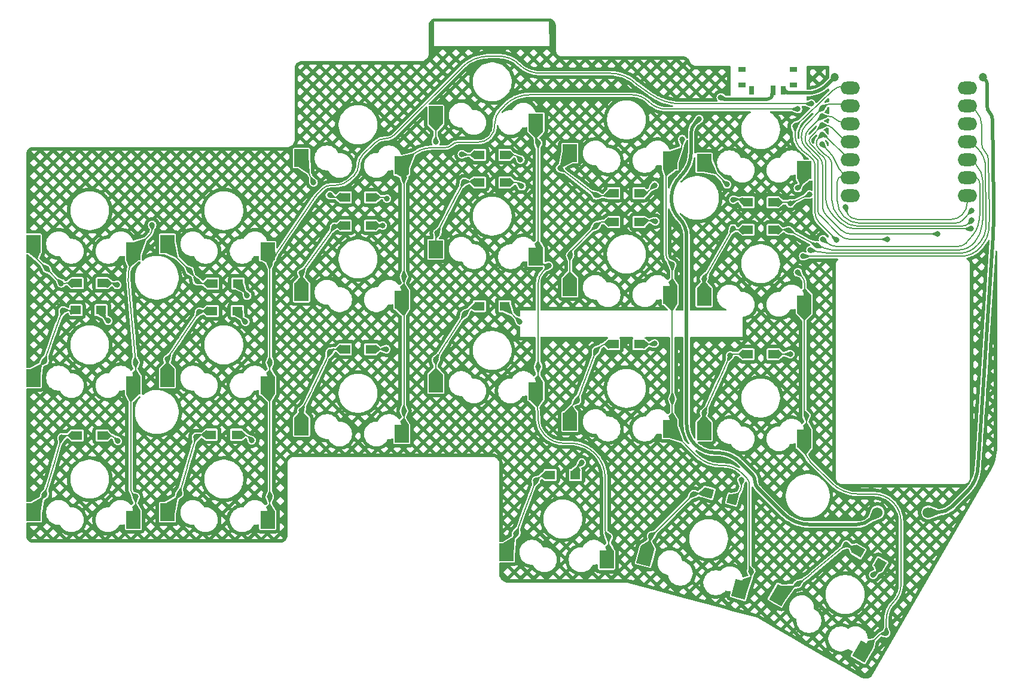
<source format=gbl>
%TF.GenerationSoftware,KiCad,Pcbnew,8.0.5*%
%TF.CreationDate,2024-10-08T17:23:53+03:00*%
%TF.ProjectId,1_3A,315f3341-2e6b-4696-9361-645f70636258,rev?*%
%TF.SameCoordinates,Original*%
%TF.FileFunction,Copper,L2,Bot*%
%TF.FilePolarity,Positive*%
%FSLAX46Y46*%
G04 Gerber Fmt 4.6, Leading zero omitted, Abs format (unit mm)*
G04 Created by KiCad (PCBNEW 8.0.5) date 2024-10-08 17:23:53*
%MOMM*%
%LPD*%
G01*
G04 APERTURE LIST*
G04 Aperture macros list*
%AMRotRect*
0 Rectangle, with rotation*
0 The origin of the aperture is its center*
0 $1 length*
0 $2 width*
0 $3 Rotation angle, in degrees counterclockwise*
0 Add horizontal line*
21,1,$1,$2,0,0,$3*%
%AMOutline5P*
0 Free polygon, 5 corners , with rotation*
0 The origin of the aperture is its center*
0 number of corners: always 5*
0 $1 to $10 corner X, Y*
0 $11 Rotation angle, in degrees counterclockwise*
0 create outline with 5 corners*
4,1,5,$1,$2,$3,$4,$5,$6,$7,$8,$9,$10,$1,$2,$11*%
%AMOutline6P*
0 Free polygon, 6 corners , with rotation*
0 The origin of the aperture is its center*
0 number of corners: always 6*
0 $1 to $12 corner X, Y*
0 $13 Rotation angle, in degrees counterclockwise*
0 create outline with 6 corners*
4,1,6,$1,$2,$3,$4,$5,$6,$7,$8,$9,$10,$11,$12,$1,$2,$13*%
%AMOutline7P*
0 Free polygon, 7 corners , with rotation*
0 The origin of the aperture is its center*
0 number of corners: always 7*
0 $1 to $14 corner X, Y*
0 $15 Rotation angle, in degrees counterclockwise*
0 create outline with 7 corners*
4,1,7,$1,$2,$3,$4,$5,$6,$7,$8,$9,$10,$11,$12,$13,$14,$1,$2,$15*%
%AMOutline8P*
0 Free polygon, 8 corners , with rotation*
0 The origin of the aperture is its center*
0 number of corners: always 8*
0 $1 to $16 corner X, Y*
0 $17 Rotation angle, in degrees counterclockwise*
0 create outline with 8 corners*
4,1,8,$1,$2,$3,$4,$5,$6,$7,$8,$9,$10,$11,$12,$13,$14,$15,$16,$1,$2,$17*%
G04 Aperture macros list end*
%TA.AperFunction,SMDPad,CuDef*%
%ADD10RotRect,2.000000X2.500000X330.000000*%
%TD*%
%TA.AperFunction,SMDPad,CuDef*%
%ADD11R,2.000000X2.500000*%
%TD*%
%TA.AperFunction,SMDPad,CuDef*%
%ADD12RotRect,2.000000X2.500000X345.000000*%
%TD*%
%TA.AperFunction,ComponentPad*%
%ADD13C,1.524000*%
%TD*%
%TA.AperFunction,SMDPad,CuDef*%
%ADD14RotRect,1.425000X1.300000X165.000000*%
%TD*%
%TA.AperFunction,SMDPad,CuDef*%
%ADD15R,1.425000X1.300000*%
%TD*%
%TA.AperFunction,SMDPad,CuDef*%
%ADD16RotRect,1.425000X1.300000X150.000000*%
%TD*%
%TA.AperFunction,SMDPad,CuDef*%
%ADD17O,2.750000X1.800000*%
%TD*%
%TA.AperFunction,ComponentPad*%
%ADD18C,1.200000*%
%TD*%
%TA.AperFunction,SMDPad,CuDef*%
%ADD19R,1.000000X0.800000*%
%TD*%
%TA.AperFunction,SMDPad,CuDef*%
%ADD20R,0.700000X1.280000*%
%TD*%
%TA.AperFunction,SMDPad,CuDef*%
%ADD21Outline5P,-0.350000X0.640000X0.350000X0.640000X0.350000X-0.640000X-0.070000X-0.640000X-0.350000X-0.360000X0.000000*%
%TD*%
%TA.AperFunction,ViaPad*%
%ADD22C,0.800000*%
%TD*%
%TA.AperFunction,Conductor*%
%ADD23C,0.200000*%
%TD*%
%TA.AperFunction,Conductor*%
%ADD24C,0.500000*%
%TD*%
G04 APERTURE END LIST*
D10*
X182199061Y-130489492D03*
X193971622Y-138498819D03*
D11*
X114500000Y-87640970D03*
X128700000Y-88690970D03*
D12*
X163191220Y-124992485D03*
X176635607Y-129681938D03*
D11*
X95500000Y-80790970D03*
X109700000Y-81840970D03*
X76500000Y-99790970D03*
X90700000Y-100840970D03*
X152500000Y-67940970D03*
X166700000Y-68990970D03*
X114500000Y-106640970D03*
X128700000Y-107690970D03*
X171500000Y-88315970D03*
X185700000Y-89365970D03*
X171500000Y-69315970D03*
X185700000Y-70365970D03*
X152500000Y-105940970D03*
X166700000Y-106990970D03*
X152500000Y-86940970D03*
X166700000Y-87990970D03*
D13*
X196044000Y-118806000D03*
X203244000Y-118806000D03*
D11*
X114500000Y-68640970D03*
X128700000Y-69690970D03*
X171500000Y-107315970D03*
X185700000Y-108365970D03*
X95500000Y-99790970D03*
X109700000Y-100840970D03*
X133500000Y-62565970D03*
X147700000Y-63615970D03*
X143500000Y-124440700D03*
X157700000Y-125490700D03*
X76500000Y-80790970D03*
X90700000Y-81840970D03*
X133500000Y-100565970D03*
X147700000Y-101615970D03*
X95500000Y-118790970D03*
X109700000Y-119840970D03*
X76500000Y-118790970D03*
X90700000Y-119840970D03*
X133500000Y-81565970D03*
X147700000Y-82615970D03*
D14*
X175526592Y-116962639D03*
X172073408Y-116037361D03*
D15*
X181287500Y-96400000D03*
X177712500Y-96400000D03*
D16*
X196448020Y-126093750D03*
X193351980Y-124306250D03*
D15*
X153287500Y-113500000D03*
X149712500Y-113500000D03*
X105487500Y-86400000D03*
X101912500Y-86400000D03*
X105419500Y-90297000D03*
X101844500Y-90297000D03*
X162287500Y-95000000D03*
X158712500Y-95000000D03*
X181287500Y-74900000D03*
X177712500Y-74900000D03*
X86115500Y-90170000D03*
X82540500Y-90170000D03*
X181287500Y-78800000D03*
X177712500Y-78800000D03*
X143287500Y-68200000D03*
X139712500Y-68200000D03*
X143287500Y-72100000D03*
X139712500Y-72100000D03*
D17*
X192205040Y-58696046D03*
X192205040Y-61236046D03*
X192205040Y-63776046D03*
X192205040Y-66316046D03*
X192205040Y-68856046D03*
X192205040Y-71396046D03*
X192205040Y-73936046D03*
X208794960Y-73936046D03*
X208794960Y-71396046D03*
X208794960Y-68856046D03*
X208794960Y-66316046D03*
X208794960Y-63776046D03*
X208794960Y-61236046D03*
X208794960Y-58696046D03*
D18*
X190000000Y-57216046D03*
X211000000Y-57216046D03*
D15*
X162287500Y-73600000D03*
X158712500Y-73600000D03*
X124287500Y-74200000D03*
X120712500Y-74200000D03*
X143287500Y-89600000D03*
X139712500Y-89600000D03*
X86287500Y-107900000D03*
X82712500Y-107900000D03*
X162287500Y-77700000D03*
X158712500Y-77700000D03*
D19*
X184150000Y-58300970D03*
X184150000Y-56080970D03*
X176850000Y-58300970D03*
X176850000Y-56080970D03*
D20*
X182750000Y-59060970D03*
D21*
X181250000Y-59060970D03*
D20*
X178250000Y-59060970D03*
D15*
X124287500Y-78200000D03*
X120712500Y-78200000D03*
X86287500Y-86360000D03*
X82712500Y-86360000D03*
X124287500Y-95700000D03*
X120712500Y-95700000D03*
X105287500Y-107800000D03*
X101712500Y-107800000D03*
D22*
X183700000Y-75100000D03*
X126600000Y-74400000D03*
X145500000Y-68865970D03*
X106807000Y-88138000D03*
X88392000Y-86614000D03*
X186436000Y-73787000D03*
X164500000Y-72500000D03*
X186563000Y-81661000D03*
X80476691Y-86376691D03*
X78400000Y-84300000D03*
X98679000Y-84582000D03*
X99700000Y-86100000D03*
X116200000Y-72100000D03*
X118500000Y-73900000D03*
X133500000Y-66365970D03*
X137200000Y-68100000D03*
X151100000Y-70100000D03*
X156210000Y-73927175D03*
X174752000Y-72390000D03*
X175641000Y-74549000D03*
X106553000Y-91821000D03*
X187452000Y-81026000D03*
X145669000Y-72644000D03*
X183491860Y-78867000D03*
X87122000Y-91694000D03*
X126000000Y-78200000D03*
X164600000Y-77590970D03*
X78105000Y-97409000D03*
X80700000Y-90200000D03*
X95500000Y-97100000D03*
X100000000Y-90400000D03*
X119126000Y-78359000D03*
X114500000Y-84900000D03*
X137500000Y-72000000D03*
X133731000Y-79248000D03*
X156210000Y-78232000D03*
X152525450Y-82423000D03*
X175600000Y-78600000D03*
X171500000Y-85700000D03*
X188341000Y-80137000D03*
X126500000Y-95700000D03*
X183700000Y-96400000D03*
X145415000Y-91821000D03*
X88500000Y-108700000D03*
X107442000Y-108585000D03*
X164500000Y-94900000D03*
X78100000Y-116300000D03*
X80518000Y-108204000D03*
X99568000Y-108077000D03*
X97200000Y-116200000D03*
X114500000Y-104400000D03*
X118500000Y-96100000D03*
X133500000Y-97155000D03*
X137600000Y-90700000D03*
X153500000Y-103000000D03*
X156200000Y-95900000D03*
X171500000Y-104700000D03*
X175200000Y-96600000D03*
X176805500Y-114194500D03*
X195453000Y-127635000D03*
X154178000Y-111760000D03*
X191516000Y-75565000D03*
X144900000Y-121800000D03*
X147700000Y-114300000D03*
X170000000Y-116200000D03*
X164000000Y-122100000D03*
X191643000Y-123317000D03*
X184800000Y-128900000D03*
X190246000Y-80264000D03*
X91000000Y-116590970D03*
X184404000Y-64135000D03*
X93341156Y-78101156D03*
X91000000Y-97590970D03*
X110000000Y-116590970D03*
X186690000Y-60960000D03*
X110000000Y-83590970D03*
X197485000Y-80137000D03*
X110000000Y-97590970D03*
X188214000Y-61595000D03*
X188214000Y-62738000D03*
X184785000Y-61722000D03*
X204597000Y-79375000D03*
X129000000Y-71440970D03*
X129000000Y-85440970D03*
X129000000Y-104440970D03*
X148000000Y-98200000D03*
X158000000Y-122240700D03*
X149500000Y-83900000D03*
X148000000Y-66500000D03*
X188214000Y-64008000D03*
X209296000Y-78670000D03*
X167000000Y-83740970D03*
X168402000Y-65978000D03*
X178172155Y-127115970D03*
X167000000Y-102740970D03*
X209423000Y-77470000D03*
X188214000Y-65304050D03*
X184785000Y-84836000D03*
X197300000Y-135900000D03*
X188214000Y-66675000D03*
X186000000Y-105115970D03*
X184785000Y-72898000D03*
X209423000Y-76073000D03*
X185547000Y-82550000D03*
X173863000Y-60071000D03*
X170815000Y-63119000D03*
D23*
X189173556Y-82112000D02*
X207691762Y-82112000D01*
X163251906Y-73748093D02*
X164500000Y-72500000D01*
X144363118Y-68200000D02*
X143287500Y-68200000D01*
X126500000Y-74300000D02*
X126600000Y-74400000D01*
X210217980Y-67264066D02*
X209069960Y-66116046D01*
X210723421Y-80367764D02*
X210311999Y-80870499D01*
X183700000Y-75100000D02*
X186436000Y-73787000D01*
X186563000Y-81661000D02*
X187423500Y-81886500D01*
X211443950Y-76769449D02*
X211366000Y-70035631D01*
X87958394Y-86360000D02*
X86287500Y-86360000D01*
X126258578Y-74200000D02*
X124287500Y-74200000D01*
X106807000Y-88138000D02*
X105546500Y-86106000D01*
X88392000Y-86614000D02*
X88265000Y-86487000D01*
X183358578Y-74900000D02*
X181287500Y-74900000D01*
X145167015Y-68532985D02*
X145500000Y-68865970D01*
X210217980Y-67264066D02*
G75*
G02*
X211365973Y-70035631I-2771580J-2771534D01*
G01*
X211443950Y-76769449D02*
G75*
G02*
X211391500Y-78676500I-24418750J-282651D01*
G01*
X87958394Y-86360000D02*
G75*
G02*
X88265002Y-86486998I6J-433600D01*
G01*
X126500000Y-74300000D02*
G75*
G03*
X126258578Y-74200009I-241400J-241400D01*
G01*
X145167015Y-68532985D02*
G75*
G03*
X144363118Y-68199993I-803915J-803915D01*
G01*
X189173556Y-82112000D02*
G75*
G02*
X187423502Y-81886491I44J6903700D01*
G01*
X163251906Y-73748093D02*
G75*
G02*
X162643750Y-74000024I-608206J608193D01*
G01*
X207691762Y-82112000D02*
G75*
G03*
X210312020Y-80870516I38J3385800D01*
G01*
X210723421Y-80367764D02*
G75*
G03*
X211391499Y-78676500I-2309221J1889764D01*
G01*
X78400000Y-84300000D02*
X80476691Y-86376691D01*
X78400000Y-84300000D02*
X77068878Y-82968878D01*
X80476691Y-86376691D02*
X80962500Y-86423500D01*
X81115802Y-86360000D02*
X82712500Y-86360000D01*
X81115802Y-86360000D02*
G75*
G03*
X80962499Y-86423499I-2J-216800D01*
G01*
X76500000Y-81595485D02*
G75*
G03*
X77068864Y-82968892I1942300J-15D01*
G01*
X99700000Y-86100000D02*
X99850000Y-86250000D01*
X98854553Y-84784545D02*
X99700000Y-86100000D01*
X98679000Y-84582000D02*
X95716385Y-81619385D01*
X100212132Y-86400000D02*
X101912500Y-86400000D01*
X98679000Y-84582000D02*
X98742500Y-84645500D01*
X98854553Y-84784545D02*
G75*
G03*
X98742500Y-84645500I-702753J-451655D01*
G01*
X99850000Y-86250000D02*
G75*
G03*
X100212132Y-86399987I362100J362100D01*
G01*
X119012132Y-74200000D02*
X120712500Y-74200000D01*
X118650000Y-74050000D02*
X118500000Y-73900000D01*
X116200000Y-72100000D02*
X114500000Y-68640970D01*
X118650000Y-74050000D02*
G75*
G03*
X119012132Y-74199987I362100J362100D01*
G01*
X133500000Y-66365970D02*
X133500000Y-62565970D01*
X137370710Y-68200000D02*
X139712500Y-68200000D01*
X137200000Y-68100000D02*
X137250000Y-68150000D01*
X137370710Y-68200000D02*
G75*
G02*
X137249997Y-68150003I-10J170700D01*
G01*
X151100000Y-70100000D02*
X152500000Y-67940970D01*
X151100000Y-70100000D02*
X156097891Y-73897891D01*
X156225136Y-73942311D02*
X156210000Y-73927175D01*
X156261679Y-73957448D02*
X156373709Y-73957448D01*
X156168587Y-73927175D02*
X156210000Y-73927175D01*
X156985765Y-74000000D02*
X158659375Y-74000000D01*
X156225136Y-73942311D02*
G75*
G03*
X156261679Y-73957472I36564J36511D01*
G01*
X156168587Y-73927175D02*
G75*
G02*
X156097898Y-73897884I13J99975D01*
G01*
X156985765Y-74000000D02*
G75*
G02*
X156373709Y-73957446I20035J4711000D01*
G01*
X175641000Y-74549000D02*
X175665500Y-74524500D01*
X175724648Y-74500000D02*
X177712500Y-74500000D01*
X174752000Y-72390000D02*
X171677970Y-69315970D01*
X175724648Y-74500000D02*
G75*
G03*
X175665486Y-74524486I-48J-83600D01*
G01*
X187452000Y-81026000D02*
X188430000Y-81369000D01*
X144740333Y-72100000D02*
X143287500Y-72100000D01*
X126000000Y-78200000D02*
X124287500Y-78200000D01*
X182901226Y-78800000D02*
X181287500Y-78800000D01*
X106553000Y-91821000D02*
X105419500Y-90687500D01*
X164554515Y-77545485D02*
X164600000Y-77590970D01*
X183295930Y-78833500D02*
X183491860Y-78867000D01*
X164600000Y-77590970D02*
X164487031Y-77590970D01*
X210966000Y-71892788D02*
X210966000Y-77451000D01*
X164444704Y-77500000D02*
X162287500Y-77500000D01*
X191257958Y-81712000D02*
X190444403Y-81712000D01*
X87122000Y-91694000D02*
X86115500Y-90687500D01*
X145397000Y-72372000D02*
X145669000Y-72644000D01*
X187452000Y-81026000D02*
X183491860Y-78867000D01*
X194957864Y-81706031D02*
X207479447Y-81665631D01*
X210890966Y-78021030D02*
X210947000Y-77470000D01*
X210017980Y-69604066D02*
X209069960Y-68656046D01*
X145397000Y-72372000D02*
G75*
G03*
X144740333Y-72099986I-656700J-656700D01*
G01*
X210966000Y-71892788D02*
G75*
G03*
X210017966Y-69604080I-3236700J-12D01*
G01*
X164554515Y-77545485D02*
G75*
G03*
X164444704Y-77499998I-109815J-109815D01*
G01*
X188430000Y-81369000D02*
G75*
G03*
X190444403Y-81711998I2014400J5743700D01*
G01*
X209830365Y-80555134D02*
G75*
G03*
X210890996Y-78021033I-3638865J3012034D01*
G01*
X191257958Y-81712000D02*
G75*
G03*
X194957864Y-81706031I-958J1147279300D01*
G01*
X207479447Y-81665631D02*
G75*
G03*
X209830391Y-80555156I-9847J3064631D01*
G01*
X182901226Y-78800000D02*
G75*
G02*
X183295929Y-78833504I-26J-2342000D01*
G01*
X80700000Y-90200000D02*
X81606877Y-90200000D01*
X78988591Y-94758225D02*
X78105000Y-97409000D01*
X80700000Y-90200000D02*
X80101000Y-91709000D01*
X81734822Y-90274948D02*
X81697348Y-90237474D01*
X78105000Y-97409000D02*
X76774700Y-98739299D01*
X81734822Y-90274948D02*
G75*
G02*
X82164250Y-90170005I434978J-848852D01*
G01*
X80101000Y-91709000D02*
G75*
G03*
X78988589Y-94758224I53756100J-21338700D01*
G01*
X81606877Y-90200000D02*
G75*
G02*
X81697350Y-90237472I23J-127900D01*
G01*
X100175831Y-90297000D02*
X101844500Y-90297000D01*
X96137000Y-96111500D02*
X95500000Y-97100000D01*
X100000000Y-90400000D02*
X97437276Y-94151935D01*
X95500000Y-97100000D02*
X95500000Y-99790970D01*
X100000000Y-90400000D02*
X100051500Y-90348500D01*
X100051500Y-90348500D02*
G75*
G02*
X100175831Y-90297013I124300J-124300D01*
G01*
X96137000Y-96111500D02*
G75*
G02*
X97437276Y-94151935I73712200J-47500800D01*
G01*
X114500000Y-84900000D02*
X118946739Y-78686029D01*
X119397429Y-78200000D02*
X120712500Y-78200000D01*
X119205500Y-78279500D02*
X119126000Y-78359000D01*
X119062499Y-78549499D02*
X119081098Y-78530901D01*
X114500000Y-84900000D02*
X114500000Y-87640970D01*
X119126000Y-78359000D02*
X119126000Y-78422500D01*
X118946739Y-78686029D02*
G75*
G02*
X119062500Y-78549500I887161J-634871D01*
G01*
X119081098Y-78530901D02*
G75*
G03*
X119126000Y-78422500I-108398J108401D01*
G01*
X119205500Y-78279500D02*
G75*
G02*
X119397429Y-78200012I191900J-191900D01*
G01*
X137500000Y-72000000D02*
X136631500Y-73592000D01*
X137500000Y-72000000D02*
X139712500Y-72000000D01*
X134951981Y-76806037D02*
X133731000Y-79248000D01*
X133615500Y-79363500D02*
X133731000Y-79248000D01*
X133500000Y-79642341D02*
X133500000Y-81565970D01*
X134951981Y-76806037D02*
G75*
G02*
X136631500Y-73592000I90691819J-45345863D01*
G01*
X133615500Y-79363500D02*
G75*
G03*
X133500017Y-79642341I278800J-278800D01*
G01*
X156476000Y-77966000D02*
X156210000Y-78232000D01*
X152500000Y-82466445D02*
X152500000Y-85940970D01*
X152525450Y-82423000D02*
X152525450Y-82169775D01*
X156210000Y-78232000D02*
X152704507Y-81737492D01*
X152525450Y-82423000D02*
X152512725Y-82435725D01*
X157118180Y-77700000D02*
X158712500Y-77700000D01*
X152525450Y-82169775D02*
G75*
G02*
X152704518Y-81737503I611350J-25D01*
G01*
X157118180Y-77700000D02*
G75*
G03*
X156476006Y-77966006I20J-908200D01*
G01*
X152500000Y-82466445D02*
G75*
G02*
X152512712Y-82435712I43400J45D01*
G01*
X175600000Y-78600000D02*
X171500000Y-85700000D01*
X175600000Y-78600000D02*
X175700000Y-78700000D01*
X175941421Y-78800000D02*
X177712500Y-78800000D01*
X171500000Y-85700000D02*
X171500000Y-88315970D01*
X175941421Y-78800000D02*
G75*
G02*
X175699994Y-78700006I-21J341400D01*
G01*
X210223023Y-71539023D02*
X210166454Y-71482454D01*
X210566000Y-76282433D02*
X210566000Y-72367042D01*
X107049500Y-108192500D02*
X107442000Y-108585000D01*
X88500000Y-108700000D02*
X88100000Y-108300000D01*
X208534000Y-80772000D02*
X208592615Y-80703615D01*
X145415000Y-91821000D02*
X143320557Y-89726557D01*
X208534000Y-80772000D02*
X209541868Y-79596153D01*
X190248641Y-81153000D02*
X207507519Y-81153000D01*
X87134314Y-107900000D02*
X86287500Y-107900000D01*
X126500000Y-95700000D02*
X124287500Y-95700000D01*
X210275877Y-78231432D02*
X210309531Y-78113642D01*
X188341000Y-80137000D02*
X188912500Y-80645000D01*
X164450000Y-94950000D02*
X164500000Y-94900000D01*
X164329289Y-95000000D02*
X162287500Y-95000000D01*
X106101921Y-107800000D02*
X105287500Y-107800000D01*
X183700000Y-96400000D02*
X181287500Y-96400000D01*
X188912500Y-80645000D02*
G75*
G03*
X190248641Y-81152962I1336100J1503200D01*
G01*
X210566000Y-72367042D02*
G75*
G03*
X210223045Y-71539001I-1171000J42D01*
G01*
X207507519Y-81153000D02*
G75*
G03*
X208592597Y-80703597I-19J1534700D01*
G01*
X87134314Y-107900000D02*
G75*
G02*
X88099996Y-108300004I-14J-1365700D01*
G01*
X210309531Y-78113642D02*
G75*
G03*
X210566006Y-76282433I-6409331J1831242D01*
G01*
X210166454Y-71482454D02*
G75*
G03*
X209475003Y-71196042I-691454J-691446D01*
G01*
X107049500Y-108192500D02*
G75*
G03*
X106101921Y-107799991I-947600J-947600D01*
G01*
X164450000Y-94950000D02*
G75*
G02*
X164329289Y-94999996I-120700J120700D01*
G01*
X209541868Y-79596153D02*
G75*
G03*
X210275874Y-78231431I-2755268J2361653D01*
G01*
X80518000Y-108204000D02*
X79392768Y-112142308D01*
X78100000Y-116300000D02*
X76500000Y-118790970D01*
X81036960Y-107900000D02*
X82712500Y-107900000D01*
X78547000Y-114919000D02*
X78100000Y-116300000D01*
X80518000Y-108204000D02*
X80670000Y-108052000D01*
X80670000Y-108052000D02*
G75*
G02*
X81036960Y-107899984I367000J-367000D01*
G01*
X78547000Y-114919000D02*
G75*
G03*
X79392768Y-112142308I-79505038J25734034D01*
G01*
X97200000Y-116200000D02*
X95500000Y-118790970D01*
X98261500Y-112466446D02*
X97200000Y-116200000D01*
X99568000Y-108077000D02*
X99123500Y-109537500D01*
X100040868Y-107800000D02*
X101712500Y-107800000D01*
X99568000Y-108077000D02*
X99706500Y-107938500D01*
X98261500Y-112466446D02*
G75*
G02*
X99123500Y-109537500I159290000J-45288354D01*
G01*
X100040868Y-107800000D02*
G75*
G03*
X99706509Y-107938509I32J-472900D01*
G01*
X119182842Y-95700000D02*
X120712500Y-95700000D01*
X117670000Y-97897500D02*
X118500000Y-96100000D01*
X114500000Y-104400000D02*
X114500000Y-106640970D01*
X118500000Y-96100000D02*
X118700000Y-95900000D01*
X115958342Y-101467734D02*
X114500000Y-104400000D01*
X117670000Y-97897500D02*
G75*
G02*
X115958342Y-101467734I-124237602J57367140D01*
G01*
X118700000Y-95900000D02*
G75*
G02*
X119182842Y-95700018I482800J-482800D01*
G01*
X137600000Y-90700000D02*
X138342027Y-89957972D01*
X133996500Y-96329500D02*
X133500000Y-97155000D01*
X133500000Y-97155000D02*
X133500000Y-100565970D01*
X135016143Y-94695122D02*
X137600000Y-90700000D01*
X138342027Y-89957972D02*
G75*
G02*
X139206250Y-89600036I864173J-864228D01*
G01*
X133996500Y-96329500D02*
G75*
G02*
X135016143Y-94695122I50635300J-30454700D01*
G01*
X152500000Y-104707106D02*
X152500000Y-105940970D01*
X154156500Y-101284000D02*
X153500000Y-103000000D01*
X155462838Y-97849466D02*
X156200000Y-95900000D01*
X153500000Y-103000000D02*
X153000000Y-103500000D01*
X157736396Y-95000000D02*
X158712500Y-95000000D01*
X156650000Y-95450000D02*
X156200000Y-95900000D01*
X153000000Y-103500000D02*
G75*
G03*
X152500003Y-104707106I1207100J-1207100D01*
G01*
X156650000Y-95450000D02*
G75*
G02*
X157736396Y-94999998I1086400J-1086400D01*
G01*
X155462838Y-97849466D02*
G75*
G02*
X154156500Y-101284000I-886290797J335138355D01*
G01*
X171500000Y-104700000D02*
X171500000Y-107315970D01*
X175541421Y-96400000D02*
X177712500Y-96400000D01*
X172300500Y-102959500D02*
X171500000Y-104700000D01*
X175200000Y-96600000D02*
X173893576Y-99474877D01*
X175200000Y-96600000D02*
X175300000Y-96500000D01*
X175300000Y-96500000D02*
G75*
G02*
X175541421Y-96400009I241400J-241400D01*
G01*
X172300500Y-102959500D02*
G75*
G03*
X173893576Y-99474877I-765737085J352180887D01*
G01*
X176278977Y-116210253D02*
X175526592Y-116962639D01*
X193276757Y-77345386D02*
X206493178Y-77343108D01*
X176805500Y-114939115D02*
X176805500Y-114194500D01*
X195453000Y-127635000D02*
X196132517Y-127155047D01*
X208788000Y-74868299D02*
X208788000Y-74018006D01*
X153587843Y-112350156D02*
X154178000Y-111760000D01*
X191516000Y-75565000D02*
X191743549Y-76323496D01*
X176278977Y-116210253D02*
G75*
G03*
X176805499Y-114939115I-1271177J1271153D01*
G01*
X153587843Y-112350156D02*
G75*
G03*
X153287524Y-113075250I725057J-725044D01*
G01*
X192360110Y-77100921D02*
G75*
G03*
X193276757Y-77345365I916290J1595121D01*
G01*
X192360110Y-77100921D02*
G75*
G02*
X191743513Y-76323507I667590J1162721D01*
G01*
X196132517Y-127155047D02*
G75*
G03*
X196458491Y-126505567I-444917J629847D01*
G01*
X208026000Y-76708000D02*
G75*
G03*
X208787999Y-74868299I-1839800J1839700D01*
G01*
X206493178Y-77343108D02*
G75*
G03*
X208026005Y-76708005I-378J2168208D01*
G01*
X147700000Y-114300000D02*
X146859778Y-116471996D01*
X149065685Y-113500000D02*
X149712500Y-113500000D01*
X144900000Y-121800000D02*
X145538500Y-120018500D01*
X148100000Y-113900000D02*
X147700000Y-114300000D01*
X144900000Y-121800000D02*
X143500000Y-124440700D01*
X148100000Y-113900000D02*
G75*
G02*
X149065685Y-113499994I965700J-965700D01*
G01*
X146859778Y-116471996D02*
G75*
G03*
X145538499Y-120018500I141359222J-54683904D01*
G01*
X170000000Y-116200000D02*
X172073408Y-116037361D01*
X164135355Y-122064644D02*
X170000000Y-116200000D01*
X164000000Y-122100000D02*
X163191220Y-124992485D01*
X164050000Y-122100000D02*
X164000000Y-122100000D01*
X164135355Y-122064644D02*
G75*
G02*
X164050000Y-122100002I-85355J85344D01*
G01*
X191643000Y-123317000D02*
X186642447Y-127522010D01*
X191643000Y-123317000D02*
X193351980Y-124306250D01*
X184800000Y-128900000D02*
X182199061Y-130489492D01*
X184800000Y-128900000D02*
X185427500Y-128458000D01*
X185427500Y-128458000D02*
G75*
G03*
X186642446Y-127522009I-10329400J14664400D01*
G01*
X187860745Y-77878745D02*
X190246000Y-80264000D01*
X187198000Y-69621598D02*
X187198000Y-76278737D01*
X90300000Y-115395995D02*
X90300000Y-101523812D01*
X90700000Y-81840970D02*
X90345942Y-83299000D01*
X93341156Y-78101156D02*
X93341156Y-78650485D01*
X184404000Y-64135000D02*
X184404000Y-65440714D01*
X89954254Y-85716081D02*
X91000000Y-97590970D01*
X91000000Y-97590970D02*
X91000000Y-100540970D01*
X91000000Y-116590970D02*
X91000000Y-119328837D01*
X189754830Y-59064218D02*
X184404000Y-64135000D01*
X93281500Y-78101156D02*
X93341156Y-78101156D01*
X92952721Y-79588248D02*
X90700000Y-81840970D01*
X185365537Y-67499560D02*
X186364756Y-68335993D01*
X91000000Y-116590970D02*
X90650000Y-116240970D01*
X93281500Y-78101156D02*
G75*
G03*
X93179656Y-78143335I0J-144044D01*
G01*
X90300000Y-115395995D02*
G75*
G03*
X90649992Y-116240978I1195000J-5D01*
G01*
X186944000Y-68897500D02*
G75*
G02*
X187198006Y-69621598I-905100J-724100D01*
G01*
X90050000Y-84500000D02*
G75*
G03*
X89954241Y-85716082I3572200J-893100D01*
G01*
X187198000Y-76278737D02*
G75*
G03*
X187860754Y-77878736I2262800J37D01*
G01*
X184404000Y-65440714D02*
G75*
G03*
X185365538Y-67499559I2685000J14D01*
G01*
X90050000Y-84500000D02*
G75*
G03*
X90345942Y-83299000I-177697449J44423922D01*
G01*
X186364756Y-68335993D02*
G75*
G02*
X186943997Y-68897502I-1923156J-2563407D01*
G01*
X92952721Y-79588248D02*
G75*
G03*
X93341157Y-78650485I-937721J937748D01*
G01*
X93281500Y-78101156D02*
G75*
G03*
X93179656Y-78143335I0J-144044D01*
G01*
X191126522Y-58496046D02*
G75*
G03*
X189754822Y-59064210I-22J-1939854D01*
G01*
X189168194Y-61036046D02*
X191930040Y-61036046D01*
X137217207Y-55822792D02*
X127710716Y-65329283D01*
X116363270Y-74216229D02*
X116363218Y-74216304D01*
X110000000Y-116590970D02*
X110000000Y-101353102D01*
X188214000Y-61595000D02*
X185873572Y-64037185D01*
X185293000Y-65482090D02*
X185293000Y-65781258D01*
X161994792Y-58235792D02*
X163991162Y-59642110D01*
X117314012Y-73164788D02*
X117494381Y-72984420D01*
X121971283Y-71068716D02*
X121428520Y-71611479D01*
X119242401Y-72517000D02*
X118622834Y-72517000D01*
X116248737Y-74383927D02*
X110000000Y-83590970D01*
X186690000Y-60960000D02*
X168150419Y-60960000D01*
X116608463Y-73893289D02*
X116576019Y-73932301D01*
X185827797Y-67097441D02*
X187565590Y-68882819D01*
X187618728Y-69011105D02*
X187618728Y-76074373D01*
X148264248Y-56642000D02*
X158147036Y-56642000D01*
X109700000Y-83078837D02*
X109700000Y-81840970D01*
X110000000Y-97590970D02*
X110000000Y-100540970D01*
X192087461Y-80137000D02*
X197485000Y-80137000D01*
X117026546Y-73451424D02*
X116882606Y-73594534D01*
X110000000Y-83590970D02*
X109850000Y-83440970D01*
X187921247Y-76804719D02*
X190663849Y-79547321D01*
X123138716Y-68250283D02*
X124892283Y-66496716D01*
X110000000Y-83590970D02*
X110000000Y-97590970D01*
X142438751Y-54229000D02*
X141064963Y-54229000D01*
X188214000Y-61595000D02*
X188493477Y-61315523D01*
X116482139Y-74051987D02*
X116512833Y-74011681D01*
X110000000Y-116590970D02*
X110000000Y-119328837D01*
X123138716Y-68250283D02*
G75*
G03*
X122554990Y-69659500I1409184J-1409217D01*
G01*
X117494381Y-72984420D02*
G75*
G02*
X118622834Y-72517031I1128419J-1128480D01*
G01*
X168150419Y-60960000D02*
G75*
G02*
X163991150Y-59642127I-19J7222300D01*
G01*
X126301500Y-65913000D02*
G75*
G03*
X127710710Y-65329277I0J1992900D01*
G01*
X116248737Y-74383927D02*
G75*
G02*
X116363218Y-74216304I28745863J-19509573D01*
G01*
X116363270Y-74216229D02*
G75*
G02*
X116482141Y-74051988I3429330J-2356871D01*
G01*
X187565590Y-68882819D02*
G75*
G02*
X187618723Y-69011105I-128290J-128281D01*
G01*
X187618728Y-76074373D02*
G75*
G03*
X187921232Y-76804734I1032872J-27D01*
G01*
X126301500Y-65913000D02*
G75*
G03*
X124892290Y-66496723I0J-1992900D01*
G01*
X117314012Y-73164788D02*
G75*
G02*
X117026546Y-73451424I-99997212J99999288D01*
G01*
X142438751Y-54229000D02*
G75*
G02*
X145351514Y-55435486I49J-4119200D01*
G01*
X148264248Y-56642000D02*
G75*
G02*
X145351515Y-55435485I52J4119300D01*
G01*
X109700000Y-83078837D02*
G75*
G03*
X109850026Y-83440944I512100J37D01*
G01*
X185873572Y-64037185D02*
G75*
G03*
X185292994Y-65482090I1507728J-1444915D01*
G01*
X116608463Y-73893289D02*
G75*
G02*
X116882603Y-73594531I3199937J-2661111D01*
G01*
X116576019Y-73932301D02*
G75*
G03*
X116512833Y-74011681I1817281J-1511399D01*
G01*
X158147036Y-56642000D02*
G75*
G02*
X161994784Y-58235800I-36J-5441600D01*
G01*
X121971283Y-71068716D02*
G75*
G03*
X122555009Y-69659500I-1409183J1409216D01*
G01*
X190663849Y-79547321D02*
G75*
G03*
X192087461Y-80137025I1423651J1423621D01*
G01*
X189168194Y-61036046D02*
G75*
G03*
X188493488Y-61315534I6J-954154D01*
G01*
X185293000Y-65781258D02*
G75*
G03*
X185827780Y-67097457I1887000J-42D01*
G01*
X119242401Y-72517000D02*
G75*
G03*
X121428512Y-71611471I-1J3091600D01*
G01*
X137217207Y-55822792D02*
G75*
G02*
X141064963Y-54228959I3847793J-3847708D01*
G01*
X129137652Y-69253317D02*
X129953984Y-68436984D01*
X129000000Y-104440970D02*
X129000000Y-107390970D01*
X186367404Y-64542514D02*
X186414959Y-64494959D01*
X161250159Y-59690000D02*
X146845458Y-59690000D01*
X128700000Y-70309903D02*
X128700000Y-70928837D01*
X129000000Y-85440970D02*
X129000000Y-88390970D01*
X188330896Y-75794978D02*
X188312500Y-75288736D01*
X186617715Y-67304280D02*
X186210603Y-66897782D01*
X204597000Y-79375000D02*
X192200064Y-79375000D01*
X141859000Y-63817500D02*
X141859000Y-64036171D01*
X187751739Y-68436338D02*
X186621069Y-67305668D01*
X129000000Y-85440970D02*
X129000000Y-71440970D01*
X188214000Y-62738000D02*
X189120319Y-62738000D01*
X188284000Y-73719691D02*
X188284000Y-69721328D01*
X184785000Y-61722000D02*
X166155840Y-61722000D01*
X132981372Y-67183000D02*
X134847684Y-67183000D01*
X136687315Y-66421000D02*
X139474171Y-66421000D01*
X129000000Y-104440970D02*
X129000000Y-89203102D01*
X143319499Y-61150499D02*
X142712124Y-61757875D01*
X186414959Y-64494959D02*
X188214000Y-62738000D01*
X186621069Y-67305668D02*
X186619393Y-67304974D01*
X128850000Y-71290970D02*
X129000000Y-71440970D01*
X186619393Y-67304974D02*
X186617715Y-67304280D01*
X190913967Y-78842281D02*
X188820563Y-76748877D01*
X141160500Y-65722500D02*
G75*
G02*
X139474171Y-66420988I-1686300J1686300D01*
G01*
X141160500Y-65722500D02*
G75*
G03*
X141858988Y-64036171I-1686300J1686300D01*
G01*
X186367404Y-64542514D02*
G75*
G03*
X185801017Y-65909970I1367396J-1367386D01*
G01*
X166155840Y-61722000D02*
G75*
G02*
X163702988Y-60706012I-40J3468800D01*
G01*
X192200064Y-79375000D02*
G75*
G02*
X190913988Y-78842260I36J1818800D01*
G01*
X143319499Y-61150499D02*
G75*
G02*
X146845458Y-59689982I3526001J-3526001D01*
G01*
X188284000Y-69721328D02*
G75*
G03*
X187751764Y-68436313I-1817300J28D01*
G01*
X188482421Y-76312578D02*
G75*
G02*
X188330912Y-75794977I944279J557378D01*
G01*
X142712124Y-61757875D02*
G75*
G03*
X141858985Y-63817500I2059576J-2059625D01*
G01*
X161250159Y-59690000D02*
G75*
G02*
X163703012Y-60705988I41J-3468800D01*
G01*
X188312500Y-75288736D02*
G75*
G02*
X188284002Y-73719691I43173400J1568936D01*
G01*
X190131931Y-63157023D02*
G75*
G03*
X189120319Y-62737976I-1011631J-1011577D01*
G01*
X135767500Y-66802000D02*
G75*
G02*
X134847684Y-67182994I-919800J919800D01*
G01*
X188820563Y-76748877D02*
G75*
G02*
X188482416Y-76312581I1552037J1552077D01*
G01*
X135767500Y-66802000D02*
G75*
G02*
X136687315Y-66421006I919800J-919800D01*
G01*
X185801000Y-65909970D02*
G75*
G03*
X186210592Y-66897793I1395900J-30D01*
G01*
X128850000Y-71290970D02*
G75*
G02*
X128699964Y-70928837I362100J362170D01*
G01*
X132981372Y-67183000D02*
G75*
G03*
X129953993Y-68436993I28J-4281400D01*
G01*
X190131931Y-63157023D02*
G75*
G03*
X191143542Y-63576013I1011569J1011623D01*
G01*
X148000000Y-100369978D02*
X148000000Y-100370013D01*
X148000000Y-100427688D02*
X148000000Y-100427756D01*
X148000000Y-100380647D02*
X148000000Y-100380557D01*
X148000000Y-100372224D02*
X148000000Y-100372265D01*
X148000000Y-100448081D02*
X148000000Y-100448184D01*
X148000000Y-100367710D02*
X148000000Y-100367677D01*
X148000000Y-100429881D02*
X148000000Y-100429950D01*
X148000000Y-100388816D02*
X148000000Y-100388798D01*
X148000000Y-100421061D02*
X148000000Y-100421198D01*
X148000000Y-100366614D02*
X148000000Y-100366632D01*
X148000000Y-100421284D02*
X148000000Y-100421319D01*
X148000000Y-100408271D02*
X148000000Y-100408348D01*
X148000000Y-100391277D02*
X148000000Y-100391322D01*
X148000000Y-100371089D02*
X148000000Y-100371077D01*
X148000000Y-100368587D02*
X148000000Y-100368625D01*
X148000000Y-100425387D02*
X148000000Y-100425421D01*
X148000000Y-100386041D02*
X148000000Y-100386153D01*
X148000000Y-100391148D02*
X148000000Y-100391165D01*
X148000000Y-100404096D02*
X148000000Y-100404138D01*
X148000000Y-100417064D02*
X148000000Y-100416720D01*
X148000000Y-100369272D02*
X148000000Y-100369262D01*
X148000000Y-100370083D02*
X148000000Y-100370116D01*
X148000000Y-100369692D02*
X148000000Y-100369752D01*
X148000000Y-100374913D02*
X148000000Y-100374902D01*
X148000000Y-100383825D02*
X148000000Y-100383851D01*
X148000000Y-100367547D02*
X148000000Y-100367575D01*
X148000000Y-100386780D02*
X148000000Y-100386866D01*
X148000000Y-100389981D02*
X148000000Y-100390153D01*
X148000000Y-100394610D02*
X148000000Y-100394681D01*
X148000000Y-100456158D02*
X148000000Y-100456296D01*
X158000000Y-122240700D02*
X157750000Y-121990700D01*
X148000000Y-100369053D02*
X148000000Y-100369094D01*
X148000000Y-100383947D02*
X148000000Y-100383990D01*
X148000000Y-100366403D02*
X148000000Y-100366424D01*
X148000000Y-100386447D02*
X148000000Y-100386507D01*
X148000000Y-100370552D02*
X148000000Y-100370575D01*
X148000000Y-100376463D02*
X148000000Y-100376508D01*
X148000000Y-100426896D02*
X148000000Y-100426965D01*
X148000000Y-100377526D02*
X148000000Y-100377595D01*
X148000000Y-100374475D02*
X148000000Y-100374497D01*
X148000000Y-100384346D02*
X148000000Y-100384363D01*
X148000000Y-100374939D02*
X148000000Y-100374974D01*
X148000000Y-100383115D02*
X148000000Y-100383154D01*
X148000000Y-100385964D02*
X148000000Y-100385947D01*
X148000000Y-100417698D02*
X148000000Y-100417767D01*
X148000000Y-100407257D02*
X148000000Y-100407290D01*
X148000000Y-100368659D02*
X148000000Y-100368693D01*
X148000000Y-100378885D02*
X148000000Y-100378934D01*
X148000000Y-100405044D02*
X148000000Y-100404760D01*
X148000000Y-100408579D02*
X148000000Y-100408639D01*
X148000000Y-100417836D02*
X148000000Y-100417905D01*
X148000000Y-100384892D02*
X148000000Y-100384914D01*
X148000000Y-100463605D02*
X148000000Y-100464189D01*
X148000000Y-100367131D02*
X148000000Y-100367101D01*
X148000000Y-100367432D02*
X148000000Y-100367462D01*
X148000000Y-100369928D02*
X148000000Y-100369940D01*
X147973946Y-104752766D02*
X147700000Y-101615970D01*
X148000000Y-100370450D02*
X148000000Y-100370483D01*
X148000000Y-100384963D02*
X148000000Y-100384914D01*
X148000000Y-100370717D02*
X148000000Y-100370701D01*
X148000000Y-100375178D02*
X148000000Y-100375191D01*
X148000000Y-100391002D02*
X148000000Y-100391148D01*
X148000000Y-100431074D02*
X148000000Y-100431115D01*
X148000000Y-100375016D02*
X148000000Y-100375041D01*
X148000000Y-100445423D02*
X148000000Y-100445646D01*
X148000000Y-100431872D02*
X148000000Y-100432008D01*
X148000000Y-100403017D02*
X148000000Y-100403107D01*
X148000000Y-100405677D02*
X148000000Y-100405762D01*
X148000000Y-100366355D02*
X148000000Y-100366378D01*
X148000000Y-100371425D02*
X148000000Y-100371493D01*
X148000000Y-100429950D02*
X148000000Y-100430019D01*
X148000000Y-100368541D02*
X148000000Y-100368553D01*
X148000000Y-100434034D02*
X148000000Y-100434582D01*
X148000000Y-100375517D02*
X148000000Y-100375545D01*
X148000000Y-100446154D02*
X148000000Y-100446174D01*
X148000000Y-100375545D02*
X148000000Y-100375571D01*
X148000000Y-100367228D02*
X148000000Y-100367239D01*
X148000000Y-100371731D02*
X148000000Y-100371748D01*
X148000000Y-100376415D02*
X148000000Y-100376463D01*
X148000000Y-100448184D02*
X148000000Y-100448287D01*
X148000000Y-100389088D02*
X148000000Y-100389037D01*
X148000000Y-100368847D02*
X148000000Y-100368865D01*
X148000000Y-100405762D02*
X148000000Y-100405847D01*
X148000000Y-100408439D02*
X148000000Y-100408507D01*
X148000000Y-100375895D02*
X148000000Y-100375916D01*
X148000000Y-100420344D02*
X148000000Y-100420412D01*
X148000000Y-100384534D02*
X148000000Y-100384583D01*
X148000000Y-100420942D02*
X148000000Y-100420976D01*
X148000000Y-100405044D02*
X148000000Y-100405129D01*
X148000000Y-100382888D02*
X148000000Y-100382935D01*
X148000000Y-100367710D02*
X148000000Y-100367797D01*
X148000000Y-100376208D02*
X148000000Y-100376242D01*
X148000000Y-100379045D02*
X148000000Y-100379225D01*
X148000000Y-100366528D02*
X148000000Y-100366516D01*
X148000000Y-100386655D02*
X148000000Y-100386681D01*
X148000000Y-100427892D02*
X148000000Y-100427960D01*
X148000000Y-100378666D02*
X148000000Y-100378678D01*
X148000000Y-100388884D02*
X148000000Y-100388952D01*
X148000000Y-100425421D02*
X148000000Y-100425455D01*
X148000000Y-100367432D02*
X148000000Y-100367422D01*
X148000000Y-100442779D02*
X148000000Y-100443260D01*
X148000000Y-100371169D02*
X148000000Y-100371190D01*
X148000000Y-100432077D02*
X148000000Y-100432146D01*
X148000000Y-100370250D02*
X148000000Y-100370274D01*
X148000000Y-100412395D02*
X148000000Y-100412420D01*
X148000000Y-100383911D02*
X148000000Y-100383947D01*
X148000000Y-100389225D02*
X148000000Y-100389276D01*
X148000000Y-100372387D02*
X148000000Y-100372376D01*
X148000000Y-100384418D02*
X148000000Y-100384441D01*
X148000000Y-100408639D02*
X148000000Y-100408695D01*
X148000000Y-86460660D02*
X148000000Y-98200000D01*
X148000000Y-100368625D02*
X148000000Y-100368659D01*
X148000000Y-100384973D02*
X148000000Y-100385003D01*
X148000000Y-100370327D02*
X148000000Y-100370357D01*
X148000000Y-100387784D02*
X148000000Y-100388059D01*
X148000000Y-100430403D02*
X148000000Y-100430447D01*
X148000000Y-100432146D02*
X148000000Y-100432215D01*
X148000000Y-100441166D02*
X148000000Y-100441715D01*
X148000000Y-100366172D02*
X148000000Y-100366160D01*
X148000000Y-100370914D02*
X148000000Y-100370929D01*
X148000000Y-100367797D02*
X148000000Y-100367825D01*
X148000000Y-100398077D02*
X148000000Y-100397974D01*
X148000000Y-100373651D02*
X148000000Y-100373754D01*
X148000000Y-100406243D02*
X148000000Y-100406230D01*
X148000000Y-100381815D02*
X148000000Y-100381882D01*
X148000000Y-100383613D02*
X148000000Y-100383635D01*
X148000000Y-100447800D02*
X148000000Y-100448022D01*
X148000000Y-100431032D02*
X148000000Y-100431074D01*
X148000000Y-100375338D02*
X148000000Y-100375365D01*
X148000000Y-100447721D02*
X148000000Y-100447800D01*
X148000000Y-100370298D02*
X148000000Y-100370327D01*
X148000000Y-100402001D02*
X148000000Y-100402035D01*
X148000000Y-100384460D02*
X148000000Y-100384481D01*
X148000000Y-100388336D02*
X148000000Y-100388610D01*
X148000000Y-100387234D02*
X148000000Y-100387509D01*
X148000000Y-100371493D02*
X148000000Y-100371561D01*
X148000000Y-100372292D02*
X148000000Y-100372307D01*
X148000000Y-100442298D02*
X148000000Y-100442779D01*
X148000000Y-100407789D02*
X148000000Y-100407771D01*
X148000000Y-100402825D02*
X148000000Y-100402813D01*
X148000000Y-100385238D02*
X148000000Y-100385298D01*
X148000000Y-100457377D02*
X148000000Y-100457600D01*
X148000000Y-100371216D02*
X148000000Y-100371238D01*
X148000000Y-100384221D02*
X148000000Y-100384255D01*
X148000000Y-100400340D02*
X148000000Y-100400410D01*
X148000000Y-100370929D02*
X148000000Y-100370955D01*
X148000000Y-100458629D02*
X148000000Y-100459658D01*
X148000000Y-100407290D02*
X148000000Y-100407323D01*
X148000000Y-100366507D02*
X148000000Y-100366487D01*
X148000000Y-100375311D02*
X148000000Y-100375338D01*
X148000000Y-100456158D02*
X148000000Y-100456038D01*
X148000000Y-100366738D02*
X148000000Y-100366789D01*
X148000000Y-100425522D02*
X148000000Y-100425557D01*
X148000000Y-100389276D02*
X148000000Y-100389311D01*
X148000000Y-100372307D02*
X148000000Y-100372337D01*
X148000000Y-100368507D02*
X148000000Y-100368519D01*
X148000000Y-100367911D02*
X148000000Y-100367946D01*
X148000000Y-100392270D02*
X148000000Y-100392002D01*
X148000000Y-100427051D02*
X148000000Y-100427154D01*
X148000000Y-100376340D02*
X148000000Y-100376356D01*
X148000000Y-100451976D02*
X148000000Y-100452354D01*
X148000000Y-100371748D02*
X148000000Y-100371786D01*
X148000000Y-100402309D02*
X148000000Y-100402360D01*
X148000000Y-100403724D02*
X148000000Y-100403767D01*
X148000000Y-100420171D02*
X148000000Y-100420309D01*
X148000000Y-100418060D02*
X148000000Y-100418438D01*
X148000000Y-100405129D02*
X148000000Y-100405214D01*
X148000000Y-100366614D02*
X148000000Y-100366603D01*
X148000000Y-100403380D02*
X148000000Y-100403480D01*
X148000000Y-100390153D02*
X148000000Y-100390325D01*
X189570260Y-64362260D02*
X191324046Y-66116046D01*
X148000000Y-100407495D02*
X148000000Y-100407530D01*
X148000000Y-100447198D02*
X148000000Y-100447356D01*
X148000000Y-100408764D02*
X148000000Y-100408850D01*
X148000000Y-100382980D02*
X148000000Y-100383031D01*
X148000000Y-100441715D02*
X148000000Y-100441817D01*
X148000000Y-100430798D02*
X148000000Y-100430876D01*
X148000000Y-100404737D02*
X148000000Y-100404751D01*
X148000000Y-100370013D02*
X148000000Y-100370048D01*
X148000000Y-100404710D02*
X148000000Y-100404510D01*
X148000000Y-100379811D02*
X148000000Y-100380219D01*
X148000000Y-100443939D02*
X148000000Y-100444471D01*
X148000000Y-100397906D02*
X148000000Y-100397974D01*
X148000000Y-100377698D02*
X148000000Y-100377801D01*
X148000000Y-100409775D02*
X148000000Y-100409809D01*
X148000000Y-100385964D02*
X148000000Y-100386041D01*
X148000000Y-100411078D02*
X148000000Y-100411439D01*
X148000000Y-100445320D02*
X148000000Y-100445423D01*
X148000000Y-100432353D02*
X148000000Y-100432456D01*
X148000000Y-100378934D02*
X148000000Y-100378983D01*
X148000000Y-105650000D02*
X148000000Y-105350543D01*
X148000000Y-100372128D02*
X148000000Y-100372176D01*
X148000000Y-100425703D02*
X148000000Y-100425755D01*
X188684000Y-70073303D02*
X188727411Y-74214960D01*
X148000000Y-100367885D02*
X148000000Y-100367911D01*
X148000000Y-100438970D02*
X148000000Y-100439519D01*
X148000000Y-100425387D02*
X148000000Y-100425369D01*
X148000000Y-100404066D02*
X148000000Y-100404052D01*
X148000000Y-100411439D02*
X148000000Y-100411678D01*
X148000000Y-100426210D02*
X148000000Y-100426347D01*
X148000000Y-100443260D02*
X148000000Y-100443741D01*
X148000000Y-100376736D02*
X148000000Y-100376876D01*
X148000000Y-100417510D02*
X148000000Y-100417698D01*
X148000000Y-100384049D02*
X148000000Y-100384038D01*
X148000000Y-100407789D02*
X148000000Y-100407925D01*
X148000000Y-100368060D02*
X148000000Y-100368081D01*
X148000000Y-100376092D02*
X148000000Y-100376123D01*
X148000000Y-100397838D02*
X148000000Y-100397803D01*
X148000000Y-100420412D02*
X148000000Y-100420480D01*
X148000000Y-100401941D02*
X148000000Y-100401919D01*
X148000000Y-100417064D02*
X148000000Y-100417510D01*
X148000000Y-100381334D02*
X148000000Y-100381541D01*
X148000000Y-100421422D02*
X148000000Y-100421593D01*
X148000000Y-100375383D02*
X148000000Y-100375371D01*
X148000000Y-100394468D02*
X148000000Y-100394539D01*
X148000000Y-100385409D02*
X148000000Y-100385488D01*
X148000000Y-100392647D02*
X148000000Y-100392304D01*
X148000000Y-100421249D02*
X148000000Y-100421284D01*
X148000000Y-100413925D02*
X148000000Y-100414045D01*
X148000000Y-100369579D02*
X148000000Y-100369692D01*
X148000000Y-100409459D02*
X148000000Y-100409511D01*
X148000000Y-100420789D02*
X148000000Y-100420771D01*
X148000000Y-100366789D02*
X148000000Y-100366834D01*
X148000000Y-100367161D02*
X148000000Y-100367139D01*
X148000000Y-100368248D02*
X148000000Y-100368236D01*
X148000000Y-100408194D02*
X148000000Y-100408271D01*
X188531814Y-68650727D02*
X187632609Y-67751522D01*
X148000000Y-100366834D02*
X148000000Y-100366879D01*
X148000000Y-100402360D02*
X148000000Y-100402387D01*
X148000000Y-100383392D02*
X148000000Y-100383431D01*
X148000000Y-100383990D02*
X148000000Y-100384038D01*
X148000000Y-100377424D02*
X148000000Y-100377466D01*
X148000000Y-100400100D02*
X148000000Y-100400151D01*
X148000000Y-100424980D02*
X148000000Y-100425002D01*
X148000000Y-100367991D02*
X148000000Y-100367976D01*
X148000000Y-100368480D02*
X148000000Y-100368501D01*
X148000000Y-100372480D02*
X148000000Y-100372510D01*
X148000000Y-100391525D02*
X148000000Y-100391593D01*
X148000000Y-100371121D02*
X148000000Y-100371145D01*
X148000000Y-100378644D02*
X148000000Y-100378622D01*
X148000000Y-100431667D02*
X148000000Y-100431736D01*
X148000000Y-100388695D02*
X148000000Y-100388610D01*
X148000000Y-100448612D02*
X148000000Y-100448715D01*
X148000000Y-100420976D02*
X148000000Y-100421010D01*
X148000000Y-100374616D02*
X148000000Y-100374633D01*
X148000000Y-100371786D02*
X148000000Y-100371828D01*
X148000000Y-100368804D02*
X148000000Y-100368830D01*
X148000000Y-100369012D02*
X148000000Y-100369053D01*
X148000000Y-100384841D02*
X148000000Y-100384870D01*
X148000000Y-100437872D02*
X148000000Y-100438421D01*
X148000000Y-100425841D02*
X148000000Y-100425892D01*
X148000000Y-100373858D02*
X148000000Y-100373892D01*
X148000000Y-100407115D02*
X148000000Y-100407029D01*
X148000000Y-100430019D02*
X148000000Y-100430088D01*
X148000000Y-100367946D02*
X148000000Y-100367976D01*
X148000000Y-100429437D02*
X148000000Y-100429536D01*
X148000000Y-100383302D02*
X148000000Y-100383392D01*
X148000000Y-100404385D02*
X148000000Y-100404510D01*
X148000000Y-100404270D02*
X148000000Y-100404385D01*
X148000000Y-100368910D02*
X148000000Y-100368952D01*
X148000000Y-100367294D02*
X148000000Y-100367307D01*
X148000000Y-100384870D02*
X148000000Y-100384892D01*
X148000000Y-100409227D02*
X148000000Y-100409399D01*
X148000000Y-100406705D02*
X148000000Y-100406808D01*
X149242015Y-83900000D02*
X149500000Y-83900000D01*
X148000000Y-100386153D02*
X148000000Y-100386214D01*
X148000000Y-100366002D02*
X148000000Y-100366030D01*
X148000000Y-100378983D02*
X148000000Y-100379045D01*
X148000000Y-100447593D02*
X148000000Y-100447657D01*
X148000000Y-100374880D02*
X148000000Y-100374864D01*
X148000000Y-100369309D02*
X148000000Y-100369355D01*
X148000000Y-100367247D02*
X148000000Y-100367271D01*
X148000000Y-100374269D02*
X148000000Y-100374338D01*
X148000000Y-100384722D02*
X148000000Y-100384765D01*
X148000000Y-100424516D02*
X148000000Y-100424699D01*
X148000000Y-100375257D02*
X148000000Y-100375284D01*
X148000000Y-100407115D02*
X148000000Y-100407158D01*
X148000000Y-100407925D02*
X148000000Y-100408061D01*
X148000000Y-100432284D02*
X148000000Y-100432353D01*
X148000000Y-100371561D02*
X148000000Y-100371629D01*
X148000000Y-100379225D02*
X148000000Y-100379413D01*
X148000000Y-100386952D02*
X148000000Y-100387052D01*
X148000000Y-100404025D02*
X148000000Y-100404052D01*
X148000000Y-100375895D02*
X148000000Y-100375801D01*
X148000000Y-100383031D02*
X148000000Y-100383076D01*
X148000000Y-100429338D02*
X148000000Y-100429437D01*
X148000000Y-100431598D02*
X148000000Y-100431667D01*
X148000000Y-100366030D02*
X148000000Y-100366045D01*
X148000000Y-100415931D02*
X148000000Y-100416720D01*
X148000000Y-100376876D02*
X148000000Y-100377013D01*
X148000000Y-100417767D02*
X148000000Y-100417836D01*
X148000000Y-100393264D02*
X148000000Y-100393658D01*
X148000000Y-100409107D02*
X148000000Y-100409227D01*
X148000000Y-100383240D02*
X148000000Y-100383272D01*
X148000000Y-100402309D02*
X148000000Y-100402262D01*
X148000000Y-100400410D02*
X148000000Y-100400462D01*
X148000000Y-100370193D02*
X148000000Y-100370210D01*
X148000000Y-100376062D02*
X148000000Y-100376006D01*
X148000000Y-100386507D02*
X148000000Y-100386538D01*
X148000000Y-100426073D02*
X148000000Y-100426210D01*
X148000000Y-100429113D02*
X148000000Y-100429223D01*
X148000000Y-100403949D02*
X148000000Y-100404009D01*
X148000000Y-100420344D02*
X148000000Y-100420309D01*
X148000000Y-100403380D02*
X148000000Y-100403359D01*
X148000000Y-100369752D02*
X148000000Y-100369808D01*
X148000000Y-100368033D02*
X148000000Y-100368054D01*
X148000000Y-100425455D02*
X148000000Y-100425489D01*
X148000000Y-100429881D02*
X148000000Y-100429856D01*
X148000000Y-100432730D02*
X148000000Y-100433048D01*
X148000000Y-100398625D02*
X148000000Y-100398900D01*
X148000000Y-100428853D02*
X148000000Y-100429063D01*
X148000000Y-100375284D02*
X148000000Y-100375311D01*
X148000000Y-100391002D02*
X148000000Y-100390985D01*
X148000000Y-100400083D02*
X148000000Y-100400100D01*
X148000000Y-100445217D02*
X148000000Y-100445320D01*
X148000000Y-100410049D02*
X148000000Y-100409946D01*
X148000000Y-100435130D02*
X148000000Y-100435678D01*
X148000000Y-100400271D02*
X148000000Y-100400250D01*
X148000000Y-100413805D02*
X148000000Y-100413925D01*
X148000000Y-100445981D02*
X148000000Y-100446101D01*
X148000000Y-100431529D02*
X148000000Y-100431598D01*
X148000000Y-100373471D02*
X148000000Y-100373548D01*
X148000000Y-100373090D02*
X148000000Y-100373120D01*
X148000000Y-100402194D02*
X148000000Y-100402262D01*
X148000000Y-100448287D02*
X148000000Y-100448612D01*
X148000000Y-100368194D02*
X148000000Y-100368215D01*
X148000000Y-100366066D02*
X148000000Y-100366054D01*
X148000000Y-100376310D02*
X148000000Y-100376334D01*
X148000000Y-100430798D02*
X148000000Y-100430677D01*
X148000000Y-100386275D02*
X148000000Y-100386335D01*
X148000000Y-100384083D02*
X148000000Y-100384127D01*
X148000000Y-100425593D02*
X148000000Y-100425627D01*
X148000000Y-100456794D02*
X148000000Y-100457377D01*
X148000000Y-100450125D02*
X148000000Y-100450301D01*
X148000000Y-100390805D02*
X148000000Y-100390985D01*
X148000000Y-100370514D02*
X148000000Y-100370529D01*
X148000000Y-100449949D02*
X148000000Y-100450125D01*
X148000000Y-100384817D02*
X148000000Y-100384841D01*
X148000000Y-100368159D02*
X148000000Y-100368171D01*
X148883883Y-107783883D02*
X149050000Y-107950000D01*
X148000000Y-100372012D02*
X148000000Y-100372055D01*
X148000000Y-100402126D02*
X148000000Y-100402194D01*
X148000000Y-100370575D02*
X148000000Y-100370599D01*
X148000000Y-66500000D02*
X147850000Y-66350000D01*
X148000000Y-100383214D02*
X148000000Y-100383240D01*
X148000000Y-100397838D02*
X148000000Y-100397906D01*
X148000000Y-100383591D02*
X148000000Y-100383475D01*
X148000000Y-100380285D02*
X148000000Y-100380318D01*
X148000000Y-100367010D02*
X148000000Y-100367034D01*
X148000000Y-100402588D02*
X148000000Y-100402626D01*
X148000000Y-100419347D02*
X148000000Y-100419484D01*
X148000000Y-100389809D02*
X148000000Y-100389981D01*
X148000000Y-100383431D02*
X148000000Y-100383453D01*
X148000000Y-100375738D02*
X148000000Y-100375759D01*
X148000000Y-100394539D02*
X148000000Y-100394610D01*
X148000000Y-100389638D02*
X148000000Y-100389809D01*
X148000000Y-100370863D02*
X148000000Y-100370914D01*
X148000000Y-100366178D02*
X148000000Y-100366200D01*
X148000000Y-100408371D02*
X148000000Y-100408348D01*
X148000000Y-100433649D02*
X148000000Y-100433590D01*
X148000000Y-100366257D02*
X148000000Y-100366281D01*
X148000000Y-100382572D02*
X148000000Y-100382708D01*
X148000000Y-100378823D02*
X148000000Y-100378846D01*
X148000000Y-100377013D02*
X148000000Y-100377150D01*
X148000000Y-100370990D02*
X148000000Y-100371015D01*
X148000000Y-100368000D02*
X148000000Y-100368019D01*
X148000000Y-100388969D02*
X148000000Y-100388952D01*
X148000000Y-100402401D02*
X148000000Y-100402387D01*
X148000000Y-100369940D02*
X148000000Y-100369964D01*
X148000000Y-100447593D02*
X148000000Y-100447577D01*
X148000000Y-100383076D02*
X148000000Y-100383115D01*
X148000000Y-100428165D02*
X148000000Y-100428055D01*
X148000000Y-100368344D02*
X148000000Y-100368332D01*
X148000000Y-100381882D02*
X148000000Y-100381898D01*
X148000000Y-100402035D02*
X148000000Y-100402078D01*
X148000000Y-100400462D02*
X148000000Y-100400514D01*
X148000000Y-100414045D02*
X148000000Y-100414165D01*
X148000000Y-100366879D02*
X148000000Y-100366922D01*
X148000000Y-100366936D02*
X148000000Y-100366959D01*
X148000000Y-100374430D02*
X148000000Y-100374454D01*
X148000000Y-100406881D02*
X148000000Y-100406916D01*
X148000000Y-100372455D02*
X148000000Y-100372480D01*
X148000000Y-100405214D02*
X148000000Y-100405299D01*
X148000000Y-100377500D02*
X148000000Y-100377526D01*
X148000000Y-100401941D02*
X148000000Y-100401967D01*
X188715000Y-64008000D02*
X188214000Y-64008000D01*
X148000000Y-100396293D02*
X148000000Y-100396704D01*
X148000000Y-100371352D02*
X148000000Y-100371425D01*
X148000000Y-100388695D02*
X148000000Y-100388798D01*
X148000000Y-100391344D02*
X148000000Y-100391366D01*
X148000000Y-100425249D02*
X148000000Y-100425300D01*
X148000000Y-100424958D02*
X148000000Y-100424980D01*
X148000000Y-100430216D02*
X148000000Y-100430243D01*
X148000000Y-100401850D02*
X148000000Y-100401919D01*
X148000000Y-100374594D02*
X148000000Y-100374584D01*
X148000000Y-100378712D02*
X148000000Y-100378746D01*
X148000000Y-100368215D02*
X148000000Y-100368236D01*
X148000000Y-100402490D02*
X148000000Y-100402447D01*
X148000000Y-100375780D02*
X148000000Y-100375801D01*
X148000000Y-100447657D02*
X148000000Y-100447721D01*
X148000000Y-100408867D02*
X148000000Y-100408987D01*
X148000000Y-100371714D02*
X148000000Y-100371700D01*
X148000000Y-100401675D02*
X148000000Y-100401730D01*
X148000000Y-100374777D02*
X148000000Y-100374719D01*
X148000000Y-100390625D02*
X148000000Y-100390325D01*
X148000000Y-100367307D02*
X148000000Y-100367333D01*
X148000000Y-100402860D02*
X148000000Y-100402895D01*
X148000000Y-100377286D02*
X148000000Y-100377329D01*
X148000000Y-100453622D02*
X148000000Y-100454513D01*
X148000000Y-100426896D02*
X148000000Y-100426879D01*
X148000000Y-100433382D02*
X148000000Y-100433486D01*
X148000000Y-100452354D02*
X148000000Y-100452732D01*
X148000000Y-100426965D02*
X148000000Y-100427034D01*
X148000000Y-100406939D02*
X148000000Y-100406969D01*
X148000000Y-100367203D02*
X148000000Y-100367221D01*
X148000000Y-100392279D02*
X148000000Y-100392304D01*
X148000000Y-100383679D02*
X148000000Y-100383765D01*
X148000000Y-100456434D02*
X148000000Y-100456572D01*
X148000000Y-100379614D02*
X148000000Y-100379811D01*
X192884793Y-78670000D02*
X209296000Y-78670000D01*
X148000000Y-100403767D02*
X148000000Y-100403819D01*
X148000000Y-100406251D02*
X148000000Y-100406462D01*
X148000000Y-100431453D02*
X148000000Y-100431529D01*
X148000000Y-100377888D02*
X148000000Y-100377801D01*
X148000000Y-100459658D02*
X148000000Y-100459915D01*
X148000000Y-100389432D02*
X148000000Y-100389638D01*
X148000000Y-100374678D02*
X148000000Y-100374697D01*
X148000000Y-100443939D02*
X148000000Y-100443741D01*
X148000000Y-100450716D02*
X148000000Y-100451682D01*
X148000000Y-100384321D02*
X148000000Y-100384346D01*
X148000000Y-100370644D02*
X148000000Y-100370664D01*
X148000000Y-100372409D02*
X148000000Y-100372430D01*
X148000000Y-100401375D02*
X148000000Y-100401297D01*
X148000000Y-100370817D02*
X148000000Y-100370863D01*
X148000000Y-100401781D02*
X148000000Y-100401850D01*
X148000000Y-100395332D02*
X148000000Y-100395152D01*
X148000000Y-100371883D02*
X148000000Y-100371926D01*
X148000000Y-100371675D02*
X148000000Y-100371700D01*
X148000000Y-100367488D02*
X148000000Y-100367514D01*
X148000000Y-100401213D02*
X148000000Y-100401255D01*
X148000000Y-100431221D02*
X148000000Y-100431247D01*
X148000000Y-100399811D02*
X148000000Y-100399911D01*
X148000000Y-100430121D02*
X148000000Y-100430190D01*
X148000000Y-100389311D02*
X148000000Y-100389346D01*
X148000000Y-100427824D02*
X148000000Y-100427892D01*
X148000000Y-100433278D02*
X148000000Y-100433382D01*
X148000000Y-100452793D02*
X148000000Y-100453049D01*
X148000000Y-100385068D02*
X148000000Y-100385118D01*
X148000000Y-100407224D02*
X148000000Y-100407257D01*
X148000000Y-100369183D02*
X148000000Y-100369203D01*
X148000000Y-100402961D02*
X148000000Y-100402987D01*
X148000000Y-100369407D02*
X148000000Y-100369463D01*
X148000000Y-100375241D02*
X148000000Y-100375257D01*
X148000000Y-100400895D02*
X148000000Y-100400938D01*
X148000000Y-100432593D02*
X148000000Y-100432730D01*
X148000000Y-100367333D02*
X148000000Y-100367359D01*
X148000000Y-100394681D02*
X148000000Y-100394752D01*
X148000000Y-100369463D02*
X148000000Y-100369518D01*
X148000000Y-100430954D02*
X148000000Y-100431032D01*
X148000000Y-100389346D02*
X148000000Y-100389432D01*
X148000000Y-100408507D02*
X148000000Y-100408579D01*
X148000000Y-100441817D02*
X148000000Y-100442298D01*
X148000000Y-100406204D02*
X148000000Y-100406230D01*
X148000000Y-100431333D02*
X148000000Y-100431393D01*
X148000000Y-100367462D02*
X148000000Y-100367488D01*
X148000000Y-100403648D02*
X148000000Y-100403686D01*
X148000000Y-100373186D02*
X148000000Y-100373146D01*
X148000000Y-100440068D02*
X148000000Y-100440617D01*
X148000000Y-100376062D02*
X148000000Y-100376092D01*
X148000000Y-100438421D02*
X148000000Y-100438970D01*
X148000000Y-100410049D02*
X148000000Y-100410392D01*
X148000000Y-100426759D02*
X148000000Y-100426811D01*
X148000000Y-100406838D02*
X148000000Y-100406881D01*
X148000000Y-100365977D02*
X148000000Y-98200000D01*
X148000000Y-100383793D02*
X148000000Y-100383825D01*
X148000000Y-100402078D02*
X148000000Y-100402126D01*
X148000000Y-100374799D02*
X148000000Y-100374821D01*
X148000000Y-100384776D02*
X148000000Y-100384798D01*
X148000000Y-100377329D02*
X148000000Y-100377390D01*
X148000000Y-100373754D02*
X148000000Y-100373771D01*
X148000000Y-100379413D02*
X148000000Y-100379614D01*
X148000000Y-100382160D02*
X148000000Y-100382299D01*
X148000000Y-100373968D02*
X148000000Y-100373994D01*
X148000000Y-100402825D02*
X148000000Y-100402860D01*
X148000000Y-100455661D02*
X148000000Y-100455404D01*
X148000000Y-100375121D02*
X148000000Y-100375148D01*
X148000000Y-100401615D02*
X148000000Y-100401675D01*
X148000000Y-100404025D02*
X148000000Y-100404009D01*
X148000000Y-100390625D02*
X148000000Y-100390805D01*
X148000000Y-100446386D02*
X148000000Y-100446519D01*
X148000000Y-100426845D02*
X148000000Y-100426879D01*
X148000000Y-100375148D02*
X148000000Y-100375178D01*
X148000000Y-100401213D02*
X148000000Y-100400981D01*
X148000000Y-100425002D02*
X148000000Y-100425077D01*
X148000000Y-100373548D02*
X148000000Y-100373651D01*
X148000000Y-100370772D02*
X148000000Y-100370817D01*
X148000000Y-100391593D02*
X148000000Y-100391661D01*
X148000000Y-100384675D02*
X148000000Y-100384722D01*
X148000000Y-100384388D02*
X148000000Y-100384418D01*
X148000000Y-100368350D02*
X148000000Y-100368369D01*
X148000000Y-100425755D02*
X148000000Y-100425798D01*
X148000000Y-100457600D02*
X148000000Y-100458629D01*
X148000000Y-100380219D02*
X148000000Y-100380252D01*
X148000000Y-100386538D02*
X148000000Y-100386559D01*
X148000000Y-100372387D02*
X148000000Y-100372409D01*
X148000000Y-100369355D02*
X148000000Y-100369407D01*
X148000000Y-100377655D02*
X148000000Y-100377698D01*
X148000000Y-100426485D02*
X148000000Y-100426622D01*
X148000000Y-100446253D02*
X148000000Y-100446386D01*
X148000000Y-100386720D02*
X148000000Y-100386745D01*
X148000000Y-100403480D02*
X148000000Y-100403566D01*
X148000000Y-100403819D02*
X148000000Y-100403862D01*
X148000000Y-100403596D02*
X148000000Y-100403566D01*
X147700000Y-65987867D02*
X147700000Y-63615970D01*
X148000000Y-100445749D02*
X148000000Y-100445852D01*
X148000000Y-100427756D02*
X148000000Y-100427824D01*
X148000000Y-100367647D02*
X148000000Y-100367677D01*
X148000000Y-100398077D02*
X148000000Y-100398351D01*
X148000000Y-100388816D02*
X148000000Y-100388884D01*
X148000000Y-100421010D02*
X148000000Y-100421061D01*
X148000000Y-100387052D02*
X148000000Y-100387142D01*
X148000000Y-100414323D02*
X148000000Y-100414760D01*
X148000000Y-100382299D02*
X148000000Y-100382436D01*
X148000000Y-100376508D02*
X148000000Y-100376553D01*
X148000000Y-100372055D02*
X148000000Y-100372128D01*
X148000000Y-100430259D02*
X148000000Y-100430292D01*
X148000000Y-100368519D02*
X148000000Y-100368536D01*
X148000000Y-100391661D02*
X148000000Y-100391680D01*
X148000000Y-100368131D02*
X148000000Y-100368159D01*
X148000000Y-100367415D02*
X148000000Y-100367397D01*
X148000000Y-100386214D02*
X148000000Y-100386275D01*
X148000000Y-100386335D02*
X148000000Y-100386387D01*
X148000000Y-100407323D02*
X148000000Y-100407357D01*
X148000000Y-100370444D02*
X148000000Y-100370424D01*
X148000000Y-100371045D02*
X148000000Y-100371055D01*
X148000000Y-100381748D02*
X148000000Y-100381815D01*
X148000000Y-100431281D02*
X148000000Y-100431333D01*
X148000000Y-100368194D02*
X148000000Y-100368180D01*
X148000000Y-100406590D02*
X148000000Y-100406602D01*
X148000000Y-100366562D02*
X148000000Y-100366550D01*
X148000000Y-100418901D02*
X148000000Y-100419244D01*
X148000000Y-100451976D02*
X148000000Y-100451682D01*
X148000000Y-100376599D02*
X148000000Y-100376736D01*
X148000000Y-100374913D02*
X148000000Y-100374930D01*
X148000000Y-100431195D02*
X148000000Y-100431221D01*
X148000000Y-100391710D02*
X148000000Y-100391740D01*
X148000000Y-100426811D02*
X148000000Y-100426845D01*
X148000000Y-100400938D02*
X148000000Y-100400981D01*
X148000000Y-100371190D02*
X148000000Y-100371216D01*
X148000000Y-100384809D02*
X148000000Y-100384798D01*
X148000000Y-100384127D02*
X148000000Y-100384174D01*
X148000000Y-100374594D02*
X148000000Y-100374611D01*
X148000000Y-100372595D02*
X148000000Y-100372680D01*
X148000000Y-100383188D02*
X148000000Y-100383214D01*
X148000000Y-100370758D02*
X148000000Y-100370772D01*
X148000000Y-100368413D02*
X148000000Y-100368446D01*
X148000000Y-100400578D02*
X148000000Y-100400634D01*
X148000000Y-100370737D02*
X148000000Y-100370758D01*
X148000000Y-100405932D02*
X148000000Y-100406204D01*
X148000000Y-100384481D02*
X148000000Y-100384492D01*
X148000000Y-100372680D02*
X148000000Y-100372696D01*
X148000000Y-100369143D02*
X148000000Y-100369173D01*
X148000000Y-100452732D02*
X148000000Y-100452793D01*
X148801607Y-83717577D02*
X147700000Y-82615970D01*
X148000000Y-100371238D02*
X148000000Y-100371260D01*
X148000000Y-100370182D02*
X148000000Y-100370193D01*
X148000000Y-100368446D02*
X148000000Y-100368480D01*
X148000000Y-100395332D02*
X148000000Y-100395983D01*
X148000000Y-100386613D02*
X148000000Y-100386634D01*
X148000000Y-100371283D02*
X148000000Y-100371352D01*
X148000000Y-100382935D02*
X148000000Y-100382980D01*
X148000000Y-100375417D02*
X148000000Y-100375405D01*
X148000000Y-100391165D02*
X148000000Y-100391277D01*
X148000000Y-100426347D02*
X148000000Y-100426485D01*
X148000000Y-100370599D02*
X148000000Y-100370612D01*
X148000000Y-100393658D02*
X148000000Y-100394468D01*
X148000000Y-100400514D02*
X148000000Y-100400578D01*
X148000000Y-100374633D02*
X148000000Y-100374678D01*
X148000000Y-100387142D02*
X148000000Y-100387234D01*
X148000000Y-100432456D02*
X148000000Y-100432593D01*
X148000000Y-100381748D02*
X148000000Y-100381713D01*
X148000000Y-100387509D02*
X148000000Y-100387784D01*
X148000000Y-100385863D02*
X148000000Y-100385905D01*
X148000000Y-100410392D02*
X148000000Y-100410735D01*
X148000000Y-100368389D02*
X148000000Y-100368413D01*
X148000000Y-100403862D02*
X148000000Y-100403949D01*
X148000000Y-100388059D02*
X148000000Y-100388336D01*
X148000000Y-100377390D02*
X148000000Y-100377424D01*
X148000000Y-100375112D02*
X148000000Y-100375098D01*
X148000000Y-100385018D02*
X148000000Y-100385068D01*
X148000000Y-100384255D02*
X148000000Y-100384289D01*
X148000000Y-100407357D02*
X148000000Y-100407392D01*
X148000000Y-100366966D02*
X148000000Y-100366978D01*
X148000000Y-100366639D02*
X148000000Y-100366653D01*
X148000000Y-100376178D02*
X148000000Y-100376208D01*
X189771702Y-76736095D02*
X190871805Y-77836195D01*
X148000000Y-100371650D02*
X148000000Y-100371629D01*
X148000000Y-100367062D02*
X148000000Y-100367096D01*
X148000000Y-100394752D02*
X148000000Y-100394862D01*
X148000000Y-100448715D02*
X148000000Y-100448818D01*
X148000000Y-100384174D02*
X148000000Y-100384221D01*
X148000000Y-100384765D02*
X148000000Y-100384776D01*
X148000000Y-100397527D02*
X148000000Y-100397665D01*
X148000000Y-100375488D02*
X148000000Y-100375517D01*
X148000000Y-100425798D02*
X148000000Y-100425841D01*
X148000000Y-100402930D02*
X148000000Y-100402961D01*
X148000000Y-100386387D02*
X148000000Y-100386447D01*
X148000000Y-100429536D02*
X148000000Y-100429736D01*
X148000000Y-100391322D02*
X148000000Y-100391344D01*
X148000000Y-100397115D02*
X148000000Y-100397183D01*
X148000000Y-100391680D02*
X148000000Y-100391710D01*
X148000000Y-100431736D02*
X148000000Y-100431804D01*
X148000000Y-100445217D02*
X148000000Y-100445003D01*
X148000000Y-100454513D02*
X148000000Y-100455404D01*
X148000000Y-100413388D02*
X148000000Y-100413706D01*
X148000000Y-100423051D02*
X148000000Y-100423600D01*
X148000000Y-100378853D02*
X148000000Y-100378885D01*
X148000000Y-100430515D02*
X148000000Y-100430600D01*
X148000000Y-100436228D02*
X148000000Y-100436776D01*
X148000000Y-100411678D02*
X148000000Y-100411917D01*
X148000000Y-100367856D02*
X148000000Y-100367885D01*
X148000000Y-100368081D02*
X148000000Y-100368095D01*
X148000000Y-100376553D02*
X148000000Y-100376599D01*
X148000000Y-100446659D02*
X148000000Y-100446519D01*
X148000000Y-100402668D02*
X148000000Y-100402723D01*
X148000000Y-100385589D02*
X148000000Y-100385630D01*
X148000000Y-100386582D02*
X148000000Y-100386613D01*
X148000000Y-100367825D02*
X148000000Y-100367856D01*
X148750000Y-84650000D02*
X149500000Y-83900000D01*
X148000000Y-100378484D02*
X148000000Y-100378566D01*
X148000000Y-100388969D02*
X148000000Y-100389003D01*
X148000000Y-100396293D02*
X148000000Y-100395983D01*
X148000000Y-100447387D02*
X148000000Y-100447482D01*
X148000000Y-100371283D02*
X148000000Y-100371260D01*
X148000000Y-100374063D02*
X148000000Y-100374132D01*
X148000000Y-100425077D02*
X148000000Y-100425249D01*
X148000000Y-100378746D02*
X148000000Y-100378780D01*
X148000000Y-100371145D02*
X148000000Y-100371169D01*
X148000000Y-100372896D02*
X148000000Y-100373090D01*
X148000000Y-100378678D02*
X148000000Y-100378712D01*
X148000000Y-100431804D02*
X148000000Y-100431872D01*
X148000000Y-100462437D02*
X148000000Y-100461457D01*
X148000000Y-100423600D02*
X148000000Y-100424149D01*
X148000000Y-100402554D02*
X148000000Y-100402540D01*
X148000000Y-100366445D02*
X148000000Y-100366466D01*
X148000000Y-100385178D02*
X148000000Y-100385238D01*
X148000000Y-100389003D02*
X148000000Y-100389037D01*
X148000000Y-100421319D02*
X148000000Y-100421422D01*
X148000000Y-100394862D02*
X148000000Y-100395152D01*
X148000000Y-100432008D02*
X148000000Y-100432077D01*
X148000000Y-100375571D02*
X148000000Y-100375605D01*
X148000000Y-100368693D02*
X148000000Y-100368727D01*
X148000000Y-100421249D02*
X148000000Y-100421198D01*
X148000000Y-100375916D02*
X148000000Y-100375937D01*
X148000000Y-100399174D02*
X148000000Y-100399448D01*
X148000000Y-100375690D02*
X148000000Y-100375635D01*
X148000000Y-100384492D02*
X148000000Y-100384534D01*
X148000000Y-100371969D02*
X148000000Y-100372012D01*
X148000000Y-100377974D02*
X148000000Y-100378060D01*
X148000000Y-100367203D02*
X148000000Y-100367191D01*
X148000000Y-100368952D02*
X148000000Y-100369012D01*
X148000000Y-100406930D02*
X148000000Y-100406916D01*
X148000000Y-100402490D02*
X148000000Y-100402515D01*
X148000000Y-100404168D02*
X148000000Y-100404270D01*
X148000000Y-100430447D02*
X148000000Y-100430515D01*
X148000000Y-100404168D02*
X148000000Y-100404138D01*
X148000000Y-100382436D02*
X148000000Y-100382572D01*
X148000000Y-100381127D02*
X148000000Y-100381334D01*
X148000000Y-100462437D02*
X148000000Y-100463605D01*
X148000000Y-100374569D02*
X148000000Y-100374584D01*
X148000000Y-100425300D02*
X148000000Y-100425369D01*
X148000000Y-100385507D02*
X148000000Y-100385548D01*
X148000000Y-100369903D02*
X148000000Y-100369920D01*
X148000000Y-100397458D02*
X148000000Y-100397527D01*
X148000000Y-100385821D02*
X148000000Y-100385863D01*
X148000000Y-100369143D02*
X148000000Y-100369094D01*
X148000000Y-100399448D02*
X148000000Y-100399722D01*
X148000000Y-100407460D02*
X148000000Y-100407392D01*
X148000000Y-100450716D02*
X148000000Y-100450301D01*
X148000000Y-100421953D02*
X148000000Y-100421764D01*
X148000000Y-100403107D02*
X148000000Y-100403201D01*
X148000000Y-100419347D02*
X148000000Y-100419244D01*
X148000000Y-100399997D02*
X148000000Y-100400083D01*
X148000000Y-100422502D02*
X148000000Y-100423051D01*
X148000000Y-100392647D02*
X148000000Y-100392673D01*
X148000000Y-100409399D02*
X148000000Y-100409459D01*
X148000000Y-100366106D02*
X148000000Y-100366072D01*
X148000000Y-100374777D02*
X148000000Y-100374794D01*
X148000000Y-100370691D02*
X148000000Y-100370670D01*
X148000000Y-100370116D02*
X148000000Y-100370149D01*
X148000000Y-100448081D02*
X148000000Y-100448022D01*
X148000000Y-100439519D02*
X148000000Y-100440068D01*
X148000000Y-100446180D02*
X148000000Y-100446253D01*
X148000000Y-100367161D02*
X148000000Y-100367178D01*
X148000000Y-100368762D02*
X148000000Y-100368804D01*
X148000000Y-100427051D02*
X148000000Y-100427034D01*
X148000000Y-100446101D02*
X148000000Y-100446154D01*
X148000000Y-100383877D02*
X148000000Y-100383911D01*
X148000000Y-100420942D02*
X148000000Y-100420925D01*
X158000000Y-122240700D02*
X158000000Y-124978567D01*
X186585916Y-65636083D02*
X188214000Y-64008000D01*
X148000000Y-100376293D02*
X148000000Y-100376276D01*
X148000000Y-100445852D02*
X148000000Y-100445981D01*
X148000000Y-100403686D02*
X148000000Y-100403724D01*
X148000000Y-100427960D02*
X148000000Y-100428055D01*
X148000000Y-100409511D02*
X148000000Y-100409571D01*
X148000000Y-100425557D02*
X148000000Y-100425593D01*
X148000000Y-100374497D02*
X148000000Y-100374521D01*
X148000000Y-100402515D02*
X148000000Y-100402540D01*
X148000000Y-100453622D02*
X148000000Y-100453305D01*
X148000000Y-100401980D02*
X148000000Y-100401967D01*
X148000000Y-100375605D02*
X148000000Y-100375635D01*
X148000000Y-100375759D02*
X148000000Y-100375780D01*
X148000000Y-100409639D02*
X148000000Y-100409707D01*
X148000000Y-100398900D02*
X148000000Y-100399174D01*
X148000000Y-100369808D02*
X148000000Y-100369869D01*
X148000000Y-100376372D02*
X148000000Y-100376415D01*
X148000000Y-100374201D02*
X148000000Y-100374269D01*
X148000000Y-100403017D02*
X148000000Y-100402987D01*
X148000000Y-100385548D02*
X148000000Y-100385589D01*
X148000000Y-100397183D02*
X148000000Y-100397458D01*
X148000000Y-100402422D02*
X148000000Y-100402447D01*
X148000000Y-100366281D02*
X148000000Y-100366305D01*
X148000000Y-100406602D02*
X148000000Y-100406705D01*
X148000000Y-100367054D02*
X148000000Y-100367034D01*
X148000000Y-100383591D02*
X148000000Y-100383613D01*
X148000000Y-66500000D02*
X148000000Y-82315970D01*
X148000000Y-100386642D02*
X148000000Y-100386655D01*
X148000000Y-100368124D02*
X148000000Y-100368104D01*
X148000000Y-100437324D02*
X148000000Y-100437872D01*
X148000000Y-100433649D02*
X148000000Y-100433871D01*
X151584924Y-109000000D02*
X152549390Y-109000000D01*
X148000000Y-100380252D02*
X148000000Y-100380285D01*
X148000000Y-100373186D02*
X148000000Y-100373267D01*
X148000000Y-100407460D02*
X148000000Y-100407495D01*
X148000000Y-100436776D02*
X148000000Y-100437324D01*
X186596041Y-66711575D02*
X186584239Y-66699696D01*
X148000000Y-100408867D02*
X148000000Y-100408850D01*
X148000000Y-100366424D02*
X148000000Y-100366445D01*
X148000000Y-100404075D02*
X148000000Y-100404096D01*
X148000000Y-100421593D02*
X148000000Y-100421764D01*
X148000000Y-100402723D02*
X148000000Y-100402754D01*
X148000000Y-100453049D02*
X148000000Y-100453305D01*
X148000000Y-100384583D02*
X148000000Y-100384594D01*
X148000000Y-100382021D02*
X148000000Y-100382160D01*
X148000000Y-100392681D02*
X148000000Y-100392870D01*
X148000000Y-100383635D02*
X148000000Y-100383679D01*
X148000000Y-100366466D02*
X148000000Y-100366487D01*
X148000000Y-100368559D02*
X148000000Y-100368575D01*
X148000000Y-100431115D02*
X148000000Y-100431150D01*
X148000000Y-100366660D02*
X148000000Y-100366681D01*
X148000000Y-100412156D02*
X148000000Y-100412395D01*
X148000000Y-100408764D02*
X148000000Y-100408747D01*
X148000000Y-100434582D02*
X148000000Y-100435130D01*
X148000000Y-100380318D02*
X148000000Y-100380351D01*
X148000000Y-100367286D02*
X148000000Y-100367271D01*
X148000000Y-100374521D02*
X148000000Y-100374546D01*
X148000000Y-100372265D02*
X148000000Y-100372282D01*
X148000000Y-100386681D02*
X148000000Y-100386711D01*
X148000000Y-100403201D02*
X148000000Y-100403222D01*
X148000000Y-100367514D02*
X148000000Y-100367547D01*
X148000000Y-100459915D02*
X148000000Y-100461457D01*
X148000000Y-100398351D02*
X148000000Y-100398625D01*
X148000000Y-100376152D02*
X148000000Y-100376178D01*
X148000000Y-100401255D02*
X148000000Y-100401297D01*
X148000000Y-100419621D02*
X148000000Y-100419758D01*
X148000000Y-100402626D02*
X148000000Y-100402668D01*
X148000000Y-100380647D02*
X148000000Y-100380975D01*
X148000000Y-100373308D02*
X148000000Y-100373471D01*
X148000000Y-100383154D02*
X148000000Y-100383188D01*
X148000000Y-100377466D02*
X148000000Y-100377492D01*
X148000000Y-100430325D02*
X148000000Y-100430361D01*
X148000000Y-100431247D02*
X148000000Y-100431281D01*
X148000000Y-100382021D02*
X148000000Y-100381970D01*
X148000000Y-100421953D02*
X148000000Y-100422502D01*
X148000000Y-100430292D02*
X148000000Y-100430325D01*
X148000000Y-100445646D02*
X148000000Y-100445749D01*
X148000000Y-100366330D02*
X148000000Y-100366355D01*
X148000000Y-100428853D02*
X148000000Y-100428515D01*
X148000000Y-100370048D02*
X148000000Y-100370083D01*
X148000000Y-100376242D02*
X148000000Y-100376276D01*
X148000000Y-100432215D02*
X148000000Y-100432284D01*
X148000000Y-100456572D02*
X148000000Y-100456794D01*
X148000000Y-100391740D02*
X148000000Y-100391804D01*
X148000000Y-100429223D02*
X148000000Y-100429338D01*
X148000000Y-100424149D02*
X148000000Y-100424331D01*
X148000000Y-100374430D02*
X148000000Y-100374407D01*
X148000000Y-100371650D02*
X148000000Y-100371675D01*
X148000000Y-100409707D02*
X148000000Y-100409775D01*
X148000000Y-100368280D02*
X148000000Y-100368265D01*
X148000000Y-100371015D02*
X148000000Y-100371039D01*
X148000000Y-100407599D02*
X148000000Y-100407771D01*
X157500000Y-113950609D02*
X157500000Y-121387146D01*
X148000000Y-100402895D02*
X148000000Y-100402930D01*
X148000000Y-100380409D02*
X148000000Y-100380557D01*
X148000000Y-100366587D02*
X148000000Y-100366603D01*
X148000000Y-100391804D02*
X148000000Y-100391903D01*
X148000000Y-100430361D02*
X148000000Y-100430403D01*
X148000000Y-100420668D02*
X148000000Y-100420771D01*
X148000000Y-100366978D02*
X148000000Y-100367004D01*
X148000000Y-100382708D02*
X148000000Y-100382844D01*
X148000000Y-100403622D02*
X148000000Y-100403648D01*
X148000000Y-100427688D02*
X148000000Y-100427515D01*
X148000000Y-100384363D02*
X148000000Y-100384388D01*
X148000000Y-100397665D02*
X148000000Y-100397803D01*
X148000000Y-100427154D02*
X148000000Y-100427240D01*
X148000000Y-100384675D02*
X148000000Y-100384663D01*
X148000000Y-100377621D02*
X148000000Y-100377647D01*
X148000000Y-100370483D02*
X148000000Y-100370509D01*
X148000000Y-100372430D02*
X148000000Y-100372455D01*
X148000000Y-100413706D02*
X148000000Y-100413805D01*
X148000000Y-100373994D02*
X148000000Y-100374063D01*
X148000000Y-100384460D02*
X148000000Y-100384450D01*
X148000000Y-100370274D02*
X148000000Y-100370298D01*
X148000000Y-100375967D02*
X148000000Y-100376006D01*
X148000000Y-100368377D02*
X148000000Y-100368389D01*
X148000000Y-100375041D02*
X148000000Y-100375072D01*
X148000000Y-100373267D02*
X148000000Y-100373308D01*
X148000000Y-100406838D02*
X148000000Y-100406808D01*
X148000000Y-100424958D02*
X148000000Y-100424879D01*
X148000000Y-100406969D02*
X148000000Y-100407029D01*
X148000000Y-100420857D02*
X148000000Y-100420925D01*
X148000000Y-100391903D02*
X148000000Y-100392002D01*
X148000000Y-100413388D02*
X148000000Y-100412916D01*
X148000000Y-100374974D02*
X148000000Y-100375002D01*
X148000000Y-100407201D02*
X148000000Y-100407224D01*
X148000000Y-100425627D02*
X148000000Y-100425663D01*
X148000000Y-100375072D02*
X148000000Y-100375098D01*
X148000000Y-100370149D02*
X148000000Y-100370182D01*
X148000000Y-100365986D02*
X148000000Y-100366002D01*
X148000000Y-100444471D02*
X148000000Y-100445003D01*
X148000000Y-100404710D02*
X148000000Y-100404737D01*
X148000000Y-100386866D02*
X148000000Y-100386952D01*
X148000000Y-100406462D02*
X148000000Y-100406590D01*
X148000000Y-100418438D02*
X148000000Y-100418901D01*
X188684000Y-69018137D02*
X188684000Y-70073303D01*
X148000000Y-100400164D02*
X148000000Y-100400190D01*
X148000000Y-100380975D02*
X148000000Y-100381127D01*
X148000000Y-100375417D02*
X148000000Y-100375453D01*
X148000000Y-100411917D02*
X148000000Y-100412156D01*
X148000000Y-100373926D02*
X148000000Y-100373960D01*
X148000000Y-100392870D02*
X148000000Y-100393264D01*
X148000000Y-100401375D02*
X148000000Y-100401555D01*
X148000000Y-100371926D02*
X148000000Y-100371969D01*
X148000000Y-100381898D02*
X148000000Y-100381934D01*
X148000000Y-100429736D02*
X148000000Y-100429856D01*
X148000000Y-100425663D02*
X148000000Y-100425703D01*
X148000000Y-100378566D02*
X148000000Y-100378622D01*
X148000000Y-100374338D02*
X148000000Y-100374407D01*
X148000000Y-100384594D02*
X148000000Y-100384663D01*
X148000000Y-100396704D02*
X148000000Y-100397115D01*
X148000000Y-100401615D02*
X148000000Y-100401555D01*
X148000000Y-100408695D02*
X148000000Y-100408747D01*
X148000000Y-100389088D02*
X148000000Y-100389225D01*
X148000000Y-100429063D02*
X148000000Y-100429113D01*
X148000000Y-100375453D02*
X148000000Y-100375488D01*
X148000000Y-100420033D02*
X148000000Y-100419758D01*
X148000000Y-100425892D02*
X148000000Y-100425936D01*
X148000000Y-100400211D02*
X148000000Y-100400224D01*
X148000000Y-100400634D02*
X148000000Y-100400806D01*
X148000000Y-100385298D02*
X148000000Y-100385409D01*
X148000000Y-100435678D02*
X148000000Y-100436228D01*
X148000000Y-100385905D02*
X148000000Y-100385947D01*
X148000000Y-100371055D02*
X148000000Y-100371072D01*
X148000000Y-100427240D02*
X148000000Y-100427515D01*
X148000000Y-100374821D02*
X148000000Y-100374864D01*
X148000000Y-100384297D02*
X148000000Y-100384321D01*
X148000000Y-100373858D02*
X148000000Y-100373840D01*
X148000000Y-100449084D02*
X148000000Y-100448818D01*
X148000000Y-100409571D02*
X148000000Y-100409639D01*
X148000000Y-100424331D02*
X148000000Y-100424516D01*
X148000000Y-100386780D02*
X148000000Y-100386745D01*
X148000000Y-100415142D02*
X148000000Y-100415931D01*
X148000000Y-100383453D02*
X148000000Y-100383475D01*
X148000000Y-100373771D02*
X148000000Y-100373840D01*
X148000000Y-100375214D02*
X148000000Y-100375241D01*
X148000000Y-100374561D02*
X148000000Y-100374546D01*
X148000000Y-100374132D02*
X148000000Y-100374201D01*
X148000000Y-100383793D02*
X148000000Y-100383765D01*
X148000000Y-100369518D02*
X148000000Y-100369579D01*
X148000000Y-100366378D02*
X148000000Y-100366403D01*
X148000000Y-100369240D02*
X148000000Y-100369262D01*
X148000000Y-100374886D02*
X148000000Y-100374902D01*
X148000000Y-100374454D02*
X148000000Y-100374475D01*
X148000000Y-100399911D02*
X148000000Y-100399997D01*
X148000000Y-100377150D02*
X148000000Y-100377286D01*
X148000000Y-100434034D02*
X148000000Y-100433871D01*
X148000000Y-100368727D02*
X148000000Y-100368762D01*
X148000000Y-100383272D02*
X148000000Y-100383302D01*
X148000000Y-100384049D02*
X148000000Y-100384083D01*
X148000000Y-100378296D02*
X148000000Y-100378386D01*
X148000000Y-100378386D02*
X148000000Y-100378484D01*
X148000000Y-100371097D02*
X148000000Y-100371121D01*
X148000000Y-100447482D02*
X148000000Y-100447577D01*
X148000000Y-100368033D02*
X148000000Y-100368019D01*
X148000000Y-100407158D02*
X148000000Y-100407201D01*
X148000000Y-100401730D02*
X148000000Y-100401781D01*
X148000000Y-100377888D02*
X148000000Y-100377974D01*
X148000000Y-100380351D02*
X148000000Y-100380409D01*
X148000000Y-100370402D02*
X148000000Y-100370424D01*
X148000000Y-100409809D02*
X148000000Y-100409946D01*
X148000000Y-100408371D02*
X148000000Y-100408439D01*
X148000000Y-100424699D02*
X148000000Y-100424879D01*
X148000000Y-100366936D02*
X148000000Y-100366922D01*
X148000000Y-100382844D02*
X148000000Y-100382888D01*
X148000000Y-100375937D02*
X148000000Y-100375967D01*
X148000000Y-100400224D02*
X148000000Y-100400250D01*
X148000000Y-100376123D02*
X148000000Y-100376152D01*
X148000000Y-100366229D02*
X148000000Y-100366240D01*
X148000000Y-100412668D02*
X148000000Y-100412916D01*
X148000000Y-100431393D02*
X148000000Y-100431453D01*
X148000000Y-100375690D02*
X148000000Y-100375738D01*
X148000000Y-100366681D02*
X148000000Y-100366695D01*
X148000000Y-100440617D02*
X148000000Y-100441166D01*
X148000000Y-100447071D02*
X148000000Y-100447198D01*
X148000000Y-100410735D02*
X148000000Y-100411078D01*
X148000000Y-100426622D02*
X148000000Y-100426759D01*
X148000000Y-100430876D02*
X148000000Y-100430954D01*
X148000000Y-100433048D02*
X148000000Y-100433236D01*
X148000000Y-100378146D02*
X148000000Y-100378296D01*
X148000000Y-100368280D02*
X148000000Y-100368301D01*
X148000000Y-100433486D02*
X148000000Y-100433590D01*
X148000000Y-100373892D02*
X148000000Y-100373926D01*
X148000000Y-100372696D02*
X148000000Y-100372796D01*
X148000000Y-100399811D02*
X148000000Y-100399722D01*
X148000000Y-100370216D02*
X148000000Y-100370244D01*
X148000000Y-100430216D02*
X148000000Y-100430190D01*
X148000000Y-100366695D02*
X148000000Y-100366738D01*
X148000000Y-100456296D02*
X148000000Y-100456434D01*
X148000000Y-100366305D02*
X148000000Y-100366330D01*
X148000000Y-100366562D02*
X148000000Y-100366580D01*
X148000000Y-100372176D02*
X148000000Y-100372224D01*
X148000000Y-100385507D02*
X148000000Y-100385488D01*
X148000000Y-100446659D02*
X148000000Y-100447071D01*
X148000000Y-100381576D02*
X148000000Y-100381713D01*
X148000000Y-100391457D02*
X148000000Y-100391525D01*
X148000000Y-100378644D02*
X148000000Y-100378661D01*
X148000000Y-100372796D02*
X148000000Y-100372896D01*
X148000000Y-100381541D02*
X148000000Y-100381576D01*
X148000000Y-100368301D02*
X148000000Y-100368327D01*
X148000000Y-100385630D02*
X148000000Y-100385821D01*
X148000000Y-100412420D02*
X148000000Y-100412668D01*
X148000000Y-100407530D02*
X148000000Y-100407599D01*
X148000000Y-100430088D02*
X148000000Y-100430121D01*
X148000000Y-100401989D02*
X148000000Y-100402001D01*
X148000000Y-100420668D02*
X148000000Y-100420480D01*
X148000000Y-100408987D02*
X148000000Y-100409107D01*
X148000000Y-100425489D02*
X148000000Y-100425522D01*
X148000000Y-100420789D02*
X148000000Y-100420857D01*
X148000000Y-100367365D02*
X148000000Y-100367389D01*
X148000000Y-100386559D02*
X148000000Y-100386582D01*
X148000000Y-100383851D02*
X148000000Y-100383877D01*
X148000000Y-100403596D02*
X148000000Y-100403622D01*
X148000000Y-100425936D02*
X148000000Y-100426073D01*
X148000000Y-100369203D02*
X148000000Y-100369233D01*
X148000000Y-100385118D02*
X148000000Y-100385178D01*
X148000000Y-100368865D02*
X148000000Y-100368910D01*
X148000000Y-100400806D02*
X148000000Y-100400895D01*
X148000000Y-100414760D02*
X148000000Y-100415142D01*
X148000000Y-100373120D02*
X148000000Y-100373138D01*
X148000000Y-100400151D02*
X148000000Y-100400164D01*
X148000000Y-100400271D02*
X148000000Y-100400340D01*
X148000000Y-100372510D02*
X148000000Y-100372595D01*
X148000000Y-100402571D02*
X148000000Y-100402588D01*
X148000000Y-100366200D02*
X148000000Y-100366229D01*
X148000000Y-100420033D02*
X148000000Y-100420171D01*
X148000000Y-100369964D02*
X148000000Y-100369978D01*
X148000000Y-100369272D02*
X148000000Y-100369309D01*
X148000000Y-100371828D02*
X148000000Y-100371883D01*
X148000000Y-100417905D02*
X148000000Y-100418060D01*
X148000000Y-100385003D02*
X148000000Y-100385018D01*
X148000000Y-100430600D02*
X148000000Y-100430677D01*
X148000000Y-100400203D02*
X148000000Y-100400190D01*
X148000000Y-100372337D02*
X148000000Y-100372367D01*
X148000000Y-100381934D02*
X148000000Y-100381970D01*
X148000000Y-100433278D02*
X148000000Y-100433236D01*
X148000000Y-100368587D02*
X148000000Y-100368575D01*
X148000000Y-100449719D02*
X148000000Y-100449949D01*
X148000000Y-100376356D02*
X148000000Y-100376372D01*
X148000000Y-100419484D02*
X148000000Y-100419621D01*
X148000000Y-100408194D02*
X148000000Y-100408061D01*
X148000000Y-100428340D02*
X148000000Y-100428515D01*
X148000000Y-100405299D02*
X148000000Y-100405677D01*
X148000000Y-100370626D02*
X148000000Y-100370644D01*
X148000000Y-100375191D02*
X148000000Y-100375208D01*
X148000000Y-100449084D02*
X148000000Y-100449719D01*
X148000000Y-100369869D02*
X148000000Y-100369903D01*
X148000000Y-100370960D02*
X148000000Y-100370990D01*
X148000000Y-100402754D02*
X148000000Y-100402813D01*
X148000000Y-100455661D02*
X148000000Y-100456038D01*
X148000000Y-100370357D02*
X148000000Y-100370387D01*
X148000000Y-100378780D02*
X148000000Y-100378823D01*
X148000000Y-100391389D02*
X148000000Y-100391457D01*
X148000000Y-100428165D02*
X148000000Y-100428340D01*
X148000000Y-100431150D02*
X148000000Y-100431195D01*
X148000000Y-100402410D02*
X148000000Y-100402422D01*
X148000000Y-100405847D02*
X148000000Y-100405932D01*
X148000000Y-100447387D02*
X148000000Y-100447356D01*
X148000000Y-100377621D02*
X148000000Y-100377595D01*
X148000000Y-100367637D02*
X148000000Y-100367575D01*
X148000000Y-100414165D02*
X148000000Y-100414323D01*
X148000000Y-100374703D02*
X148000000Y-100374719D01*
X148000000Y-100366123D02*
X148000000Y-100366154D01*
X148000000Y-100378060D02*
X148000000Y-100378146D01*
X148000000Y-100391389D02*
X148000000Y-100391366D01*
X148000000Y-100375389D02*
X148000000Y-100375405D01*
X148000000Y-100403222D02*
X148000000Y-100403359D01*
X148000000Y-100366066D02*
X148000000Y-100366072D01*
X148000000Y-100370512D02*
X148000000Y-100370529D01*
X148000000Y-86460660D02*
G75*
G02*
X148750032Y-84650032I2560600J-40D01*
G01*
X148000000Y-100367286D02*
X148000000Y-100367294D01*
X148000000Y-100369233D02*
X148000000Y-100369240D01*
X148000000Y-100369920D02*
X148000000Y-100369928D01*
X148000000Y-100376310D02*
X148000000Y-100376330D01*
X148000000Y-100369173D02*
X148000000Y-100369183D01*
X148000000Y-100370691D02*
X148000000Y-100370701D01*
X147700000Y-65987867D02*
G75*
G03*
X147849991Y-66350009I512100J-33D01*
G01*
X148000000Y-100370717D02*
X148000000Y-100370722D01*
X148000000Y-100377647D02*
X148000000Y-100377655D01*
X148000000Y-100384963D02*
X148000000Y-100384973D01*
X151584924Y-109000000D02*
G75*
G02*
X149049993Y-107950007I-24J3584900D01*
G01*
X148000000Y-100370370D02*
X148000000Y-100370387D01*
X148000000Y-100373960D02*
X148000000Y-100373968D01*
X148000000Y-100374561D02*
X148000000Y-100374569D01*
X148000000Y-100366632D02*
X148000000Y-100366639D01*
X148000000Y-100366528D02*
X148000000Y-100366534D01*
X148000000Y-100370955D02*
X148000000Y-100370960D01*
X148000000Y-100371072D02*
X148000000Y-100371077D01*
X186596041Y-66711575D02*
G75*
G03*
X187632609Y-67751522I320154659J318077875D01*
G01*
X148000000Y-100366257D02*
X148000000Y-100366277D01*
X148000000Y-100366154D02*
X148000000Y-100366160D01*
X148000000Y-100366516D02*
X148000000Y-100366534D01*
X148000000Y-100374880D02*
X148000000Y-100374886D01*
X148000000Y-100367991D02*
X148000000Y-100368000D01*
X148000000Y-100370210D02*
X148000000Y-100370216D01*
X148000000Y-100372367D02*
X148000000Y-100372376D01*
X148000000Y-100374930D02*
X148000000Y-100374939D01*
X148000000Y-100386634D02*
X148000000Y-100386642D01*
X148000000Y-100367239D02*
X148000000Y-100367247D01*
X148000000Y-100371039D02*
X148000000Y-100371045D01*
X148000000Y-100374697D02*
X148000000Y-100374703D01*
X148000000Y-100367359D02*
X148000000Y-100367365D01*
X148000000Y-100430225D02*
X148000000Y-100430243D01*
X186585916Y-65636083D02*
G75*
G03*
X186584270Y-66699665I532684J-532617D01*
G01*
X148000000Y-100372282D02*
X148000000Y-100372292D01*
X148000000Y-100366653D02*
X148000000Y-100366660D01*
X147973946Y-104752766D02*
G75*
G02*
X148000003Y-105350543I-6845046J-597834D01*
G01*
X148000000Y-105650000D02*
G75*
G03*
X148883876Y-107783890I3017800J0D01*
G01*
X148000000Y-100384441D02*
X148000000Y-100384450D01*
X148000000Y-100373138D02*
X148000000Y-100373146D01*
X148000000Y-100375002D02*
X148000000Y-100375016D01*
X148000000Y-100367096D02*
X148000000Y-100367101D01*
X148000000Y-100404066D02*
X148000000Y-100404075D01*
X148000000Y-100400203D02*
X148000000Y-100400211D01*
X148000000Y-100367637D02*
X148000000Y-100367647D01*
X148000000Y-100404751D02*
X148000000Y-100404760D01*
X148000000Y-100370544D02*
X148000000Y-100370552D01*
X148000000Y-100368327D02*
X148000000Y-100368332D01*
X188531814Y-68650727D02*
G75*
G02*
X188683973Y-69018137I-367414J-367373D01*
G01*
X148000000Y-100374611D02*
X148000000Y-100374616D01*
X148000000Y-100366959D02*
X148000000Y-100366966D01*
X148000000Y-100367054D02*
X148000000Y-100367062D01*
X148000000Y-100368501D02*
X148000000Y-100368507D01*
X148000000Y-100371731D02*
X148000000Y-100371751D01*
X148000000Y-100368124D02*
X148000000Y-100368131D01*
X188727411Y-74214960D02*
G75*
G03*
X189771688Y-76736109I3565389J-40D01*
G01*
X148000000Y-100368369D02*
X148000000Y-100368377D01*
X148000000Y-100446174D02*
X148000000Y-100446180D01*
X148000000Y-100368228D02*
X148000000Y-100368248D01*
X148000000Y-100370612D02*
X148000000Y-100370626D01*
X156050000Y-110450000D02*
G75*
G02*
X157499996Y-113950609I-3500600J-3500600D01*
G01*
X148000000Y-100368171D02*
X148000000Y-100368180D01*
X148000000Y-100406243D02*
X148000000Y-100406251D01*
X148000000Y-100406930D02*
X148000000Y-100406939D01*
X148000000Y-100375365D02*
X148000000Y-100375371D01*
X148000000Y-100367004D02*
X148000000Y-100367010D01*
X148000000Y-100375208D02*
X148000000Y-100375214D01*
X148000000Y-100368847D02*
X148000000Y-100368867D01*
X148000000Y-100370705D02*
X148000000Y-100370722D01*
X148000000Y-100365977D02*
X148000000Y-100365986D01*
X148000000Y-100367389D02*
X148000000Y-100367397D01*
X148000000Y-100366086D02*
X148000000Y-100366106D01*
X148000000Y-100371089D02*
X148000000Y-100371097D01*
X148000000Y-100375383D02*
X148000000Y-100375389D01*
X148000000Y-100367415D02*
X148000000Y-100367422D01*
X156050000Y-110450000D02*
G75*
G03*
X152549390Y-109000004I-3500600J-3500600D01*
G01*
X148000000Y-100366172D02*
X148000000Y-100366178D01*
X148000000Y-100378846D02*
X148000000Y-100378853D01*
X148000000Y-100366580D02*
X148000000Y-100366587D01*
X148000000Y-100368344D02*
X148000000Y-100368350D01*
X190871805Y-77836195D02*
G75*
G03*
X192884793Y-78670005I2012995J2012995D01*
G01*
X148000000Y-100384809D02*
X148000000Y-100384817D01*
X148000000Y-100366045D02*
X148000000Y-100366054D01*
X148000000Y-100366507D02*
X148000000Y-100366516D01*
X148000000Y-100392270D02*
X148000000Y-100392279D01*
X148000000Y-100370444D02*
X148000000Y-100370450D01*
X148000000Y-100370509D02*
X148000000Y-100370514D01*
X157500000Y-121387146D02*
G75*
G03*
X157749984Y-121990716I853500J-54D01*
G01*
X148000000Y-100402401D02*
X148000000Y-100402410D01*
X148000000Y-100370244D02*
X148000000Y-100370250D01*
X148000000Y-100374794D02*
X148000000Y-100374799D01*
X148000000Y-100378661D02*
X148000000Y-100378666D01*
X148000000Y-100386711D02*
X148000000Y-100386720D01*
X148000000Y-100392673D02*
X148000000Y-100392681D01*
X188715000Y-64008000D02*
G75*
G02*
X189570256Y-64362264I0J-1209500D01*
G01*
X148000000Y-100375112D02*
X148000000Y-100375121D01*
X148000000Y-100368553D02*
X148000000Y-100368559D01*
X148000000Y-100368095D02*
X148000000Y-100368104D01*
X148000000Y-100401980D02*
X148000000Y-100401989D01*
X148000000Y-100368054D02*
X148000000Y-100368060D01*
X148000000Y-100377492D02*
X148000000Y-100377500D01*
X148000000Y-100370664D02*
X148000000Y-100370670D01*
X148000000Y-100367131D02*
X148000000Y-100367139D01*
X148000000Y-100368536D02*
X148000000Y-100368541D01*
X148000000Y-100376334D02*
X148000000Y-100376340D01*
X148000000Y-100367191D02*
X148000000Y-100367178D01*
X148000000Y-100367221D02*
X148000000Y-100367228D01*
X148801607Y-83717577D02*
G75*
G03*
X149242015Y-83899998I440393J440377D01*
G01*
X148000000Y-100384289D02*
X148000000Y-100384297D01*
X148000000Y-100402571D02*
X148000000Y-100402591D01*
X167000000Y-102740970D02*
X167000000Y-106478837D01*
X188551739Y-68104966D02*
X188706173Y-68199000D01*
X188214000Y-65304050D02*
X188341000Y-65304050D01*
X188557802Y-65393852D02*
X191819996Y-68656046D01*
X187696986Y-67250213D02*
X188551739Y-68104966D01*
X167000000Y-102740970D02*
X167000000Y-87503102D01*
X177808200Y-128509344D02*
X176635607Y-129681938D01*
X166100000Y-82204573D02*
X166100000Y-71277366D01*
X189611000Y-69621368D02*
X189611000Y-74644627D01*
X178049577Y-126993392D02*
X178172155Y-127115970D01*
X166550000Y-70190970D02*
X166775000Y-69965970D01*
X173795990Y-112141000D02*
X174196886Y-112141000D01*
X178172155Y-127630680D02*
X178172155Y-127115970D01*
X168402000Y-66633485D02*
X168402000Y-65978000D01*
X166550000Y-83290970D02*
X167000000Y-83740970D01*
X167000000Y-83740970D02*
X167000000Y-87690970D01*
X193125028Y-78270000D02*
X208057314Y-78270000D01*
X209023000Y-77870000D02*
X209423000Y-77470000D01*
X190531231Y-76866231D02*
X191093528Y-77428526D01*
X177154713Y-113535530D02*
X176834475Y-113233525D01*
X170474028Y-110764998D02*
X166700000Y-106990970D01*
X188214000Y-65304050D02*
X187696986Y-65821063D01*
X167938502Y-67752467D02*
X166700000Y-68990970D01*
X188706173Y-68199000D02*
X189178552Y-68577345D01*
X177545528Y-113944578D02*
X177418764Y-113804789D01*
X177927000Y-126697464D02*
X177927000Y-114865534D01*
X166100000Y-82204573D02*
G75*
G03*
X166549986Y-83290984I1536400J-27D01*
G01*
X191093528Y-77428526D02*
G75*
G03*
X193125028Y-78269973I2031472J2031526D01*
G01*
X187696986Y-65821063D02*
G75*
G03*
X187401038Y-66535638I714614J-714537D01*
G01*
X170474028Y-110764998D02*
G75*
G03*
X173795990Y-112140996I3321972J3321998D01*
G01*
X188557802Y-65393852D02*
G75*
G03*
X188341000Y-65304034I-216802J-216748D01*
G01*
X189178552Y-68577345D02*
G75*
G02*
X189611015Y-69621368I-1044052J-1044055D01*
G01*
X177154713Y-113535530D02*
G75*
G02*
X177418761Y-113804792I-3312613J-3512570D01*
G01*
X187401000Y-66535638D02*
G75*
G03*
X187696997Y-67250202I1010600J38D01*
G01*
X176834475Y-113233525D02*
G75*
G03*
X174196886Y-112141006I-2637575J-2637575D01*
G01*
X208057314Y-78270000D02*
G75*
G03*
X209022996Y-77869996I-14J1365700D01*
G01*
X178049577Y-126993392D02*
G75*
G02*
X177927024Y-126697464I295923J295892D01*
G01*
X166100000Y-71277366D02*
G75*
G02*
X166550016Y-70190986I1536400J-34D01*
G01*
X167938502Y-67752467D02*
G75*
G03*
X168401983Y-66633485I-1119002J1118967D01*
G01*
X178172155Y-127630680D02*
G75*
G02*
X177808218Y-128509362I-1242655J-20D01*
G01*
X177545528Y-113944578D02*
G75*
G02*
X177926985Y-114865534I-920928J-920922D01*
G01*
X189611000Y-74644627D02*
G75*
G03*
X190531243Y-76866219I3141800J27D01*
G01*
X199390000Y-128951146D02*
X199390000Y-120107446D01*
X191130040Y-70796046D02*
X191730040Y-71396046D01*
X184785000Y-72898000D02*
X185242500Y-72440500D01*
X190373000Y-74713388D02*
X190373000Y-71933437D01*
X184785000Y-84836000D02*
X185267500Y-85318500D01*
X189541207Y-114611207D02*
X186549952Y-111619952D01*
X185750000Y-89280614D02*
X185750000Y-86483358D01*
X185700000Y-89401325D02*
X185700000Y-104603837D01*
X197300000Y-133996853D02*
X197300000Y-135900000D01*
X196312502Y-136157938D02*
X193971622Y-138498819D01*
X185850000Y-104965970D02*
X186000000Y-105115970D01*
X197300000Y-135900000D02*
X196935220Y-135900000D01*
X186000000Y-105115970D02*
X186000000Y-108065970D01*
X189173355Y-67708151D02*
X188214000Y-66675000D01*
X207032098Y-77870000D02*
X193529626Y-77870000D01*
X195487553Y-116205000D02*
X193388963Y-116205000D01*
X209423000Y-76073000D02*
X208219940Y-77377980D01*
X185700000Y-109567985D02*
X185700000Y-108365970D01*
X190227561Y-69403261D02*
X190227347Y-69402699D01*
X190227347Y-69402699D02*
G75*
G03*
X189173366Y-67708141I-4886747J-1864401D01*
G01*
X198247000Y-117348000D02*
G75*
G03*
X195487553Y-116205019I-2759400J-2759400D01*
G01*
X199390000Y-128951146D02*
G75*
G02*
X198344986Y-131473986I-3567900J46D01*
G01*
X186549952Y-111619952D02*
G75*
G02*
X185700004Y-109567985I2051948J2051952D01*
G01*
X185700000Y-71335997D02*
G75*
G02*
X185242501Y-72440501I-1562000J-3D01*
G01*
X196312502Y-136157938D02*
G75*
G02*
X196935220Y-135899997I622698J-622662D01*
G01*
X191110391Y-71196046D02*
G75*
G03*
X190588989Y-71412035I9J-737354D01*
G01*
X197300000Y-133996853D02*
G75*
G02*
X198344984Y-131473984I3567800J53D01*
G01*
X189541207Y-114611207D02*
G75*
G03*
X193388963Y-116205011I3847793J3847807D01*
G01*
X193529626Y-77870000D02*
G75*
G02*
X191297547Y-76945453I-26J3156600D01*
G01*
X185850000Y-104965970D02*
G75*
G02*
X185699964Y-104603837I362100J362170D01*
G01*
X198247000Y-117348000D02*
G75*
G02*
X199389952Y-120107446I-2759500J-2759400D01*
G01*
X190373000Y-74713388D02*
G75*
G03*
X191297547Y-76945453I3156600J-12D01*
G01*
X185267500Y-85318500D02*
G75*
G02*
X185750017Y-86483358I-1164900J-1164900D01*
G01*
X207032098Y-77870000D02*
G75*
G03*
X208219949Y-77377989I2J1679900D01*
G01*
X190227561Y-69403261D02*
G75*
G03*
X191130035Y-70796051I3711239J1415961D01*
G01*
X190588977Y-71412023D02*
G75*
G03*
X190373029Y-71933437I521423J-521377D01*
G01*
X207883200Y-82550000D02*
X185547000Y-82550000D01*
X211935478Y-76384146D02*
X211766000Y-68915323D01*
X210923295Y-80934358D02*
X210629500Y-81280000D01*
X209944980Y-61911066D02*
X209069960Y-61036046D01*
X210820000Y-64023551D02*
X210820000Y-66631476D01*
X211836000Y-78803500D02*
G75*
G03*
X211935472Y-76384146I-18890300J1988400D01*
G01*
X211766000Y-68915323D02*
G75*
G03*
X211293007Y-67773393I-1614900J23D01*
G01*
X207883200Y-82550000D02*
G75*
G03*
X210629512Y-81280010I0J3604400D01*
G01*
X210820000Y-64023551D02*
G75*
G03*
X209944955Y-61911091I-2987500J-49D01*
G01*
X211836000Y-78803500D02*
G75*
G02*
X210923304Y-80934366I-3902900J410800D01*
G01*
X211293000Y-67773400D02*
G75*
G02*
X210820010Y-66631476I1141900J1141900D01*
G01*
D24*
X211291000Y-57507046D02*
X211000000Y-57216046D01*
X210312000Y-112046036D02*
X212444053Y-79680006D01*
X208718207Y-115893792D02*
X206711803Y-117900196D01*
X204525000Y-118806000D02*
X203244000Y-118806000D01*
X211582000Y-61329983D02*
X211582000Y-58209582D01*
X212316000Y-63102016D02*
X212551631Y-75001387D01*
X212551631Y-75001387D02*
G75*
G02*
X212444054Y-79680006I-54691231J-1083013D01*
G01*
X210312000Y-112046036D02*
G75*
G02*
X208718200Y-115893785I-5441600J36D01*
G01*
X211949000Y-62216000D02*
G75*
G02*
X211582007Y-61329983I886000J886000D01*
G01*
X211949000Y-62216000D02*
G75*
G02*
X212315993Y-63102016I-886000J-886000D01*
G01*
X204525000Y-118806000D02*
G75*
G03*
X206711802Y-117900195I0J3092600D01*
G01*
X211291000Y-57507046D02*
G75*
G02*
X211582023Y-58209582I-702500J-702554D01*
G01*
X173065823Y-110363000D02*
X173328515Y-110363000D01*
X178318043Y-113421043D02*
X176625766Y-111728766D01*
X173863000Y-60071000D02*
X173990000Y-60198000D01*
X169672000Y-67747343D02*
X169672000Y-65070223D01*
X186530963Y-120523000D02*
X193112897Y-120523000D01*
X181176000Y-59692985D02*
X181250000Y-59060970D01*
X168135235Y-71259764D02*
X168275000Y-71120000D01*
X166878000Y-74546356D02*
X166878000Y-74295000D01*
X195185500Y-119664500D02*
X196044000Y-118806000D01*
X169037000Y-79758643D02*
X169037000Y-106334176D01*
X182683207Y-118929207D02*
X179126266Y-115372266D01*
X180465667Y-60325000D02*
X174296605Y-60325000D01*
X170243500Y-63690500D02*
X170815000Y-63119000D01*
X173328515Y-110363000D02*
G75*
G02*
X176625755Y-111728777I-15J-4663000D01*
G01*
X169672000Y-67747343D02*
G75*
G02*
X168274987Y-71119987I-4769700J43D01*
G01*
X168135235Y-71259764D02*
G75*
G03*
X166878008Y-74295000I3035265J-3035236D01*
G01*
X180465667Y-60325000D02*
G75*
G03*
X181176045Y-59692990I33J715200D01*
G01*
X178722155Y-114396655D02*
G75*
G03*
X179126239Y-115372293I1379745J-45D01*
G01*
X173065823Y-110363000D02*
G75*
G02*
X170217008Y-109182992I-23J4028800D01*
G01*
X169037000Y-79758643D02*
G75*
G03*
X167957513Y-77152487I-3685600J43D01*
G01*
X195185500Y-119664500D02*
G75*
G02*
X193112897Y-120522999I-2072600J2072600D01*
G01*
X178722155Y-114396655D02*
G75*
G03*
X178318027Y-113421059I-1379755J-45D01*
G01*
X182683207Y-118929207D02*
G75*
G03*
X186530963Y-120523011I3847793J3847807D01*
G01*
X174296605Y-60325000D02*
G75*
G02*
X173989998Y-60198002I-5J433600D01*
G01*
X166878000Y-74546356D02*
G75*
G03*
X167957487Y-77152513I3685600J-44D01*
G01*
X170243500Y-63690500D02*
G75*
G03*
X169672010Y-65070223I1379700J-1379700D01*
G01*
X169037000Y-106334176D02*
G75*
G03*
X170217008Y-109182992I4028800J-24D01*
G01*
X188890023Y-58326023D02*
X190000000Y-57216046D01*
X182957515Y-59268485D02*
X182790000Y-59100970D01*
X183361931Y-59436000D02*
X186210301Y-59436000D01*
X182957515Y-59268485D02*
G75*
G03*
X183361931Y-59435987I404385J404385D01*
G01*
X188890023Y-58326023D02*
G75*
G02*
X186210301Y-59436001I-2679723J2679723D01*
G01*
%TA.AperFunction,NonConductor*%
G36*
X189171153Y-55636242D02*
G01*
X189216915Y-55689040D01*
X189228125Y-55741195D01*
X189221756Y-56995985D01*
X189215899Y-57029940D01*
X189216181Y-57030005D01*
X189214985Y-57035241D01*
X189214803Y-57036301D01*
X189214632Y-57036787D01*
X189214630Y-57036797D01*
X189194435Y-57216042D01*
X189194435Y-57216049D01*
X189204807Y-57308109D01*
X189192752Y-57376931D01*
X189169268Y-57409673D01*
X188599826Y-57979116D01*
X188599823Y-57979120D01*
X188573613Y-58005328D01*
X188569208Y-58009521D01*
X188333183Y-58223441D01*
X188323777Y-58231161D01*
X188070348Y-58419117D01*
X188060230Y-58425877D01*
X187789618Y-58588076D01*
X187778886Y-58593813D01*
X187493655Y-58728717D01*
X187482412Y-58733373D01*
X187185361Y-58839660D01*
X187173716Y-58843193D01*
X186867653Y-58919857D01*
X186855719Y-58922231D01*
X186543627Y-58968526D01*
X186531517Y-58969719D01*
X186231063Y-58984480D01*
X186213332Y-58985351D01*
X186207250Y-58985500D01*
X186142447Y-58985500D01*
X186075408Y-58965815D01*
X186029653Y-58913011D01*
X186018447Y-58861772D01*
X186017152Y-58270669D01*
X186016849Y-58132301D01*
X186514848Y-58132301D01*
X186515586Y-58469235D01*
X186764470Y-58432316D01*
X187034885Y-58364581D01*
X187297353Y-58270669D01*
X187373106Y-58234840D01*
X186892707Y-57754442D01*
X186514848Y-58132301D01*
X186016849Y-58132301D01*
X186015249Y-57402304D01*
X187244847Y-57402304D01*
X187811946Y-57969403D01*
X188379046Y-57402303D01*
X187811947Y-56835204D01*
X187244847Y-57402304D01*
X186015249Y-57402304D01*
X186012829Y-56297843D01*
X186510828Y-56297843D01*
X186511641Y-56669098D01*
X186892708Y-57050165D01*
X187459808Y-56483064D01*
X188164085Y-56483064D01*
X188713919Y-57032898D01*
X188721328Y-56967144D01*
X188722300Y-56960258D01*
X188723981Y-56950360D01*
X188728223Y-56114613D01*
X188532511Y-56114638D01*
X188164085Y-56483064D01*
X187459808Y-56483064D01*
X187091565Y-56114821D01*
X186693799Y-56114872D01*
X186510828Y-56297843D01*
X186012829Y-56297843D01*
X186011609Y-55741212D01*
X186031146Y-55674133D01*
X186083849Y-55628263D01*
X186135587Y-55616945D01*
X189104115Y-55616567D01*
X189171153Y-55636242D01*
G37*
%TD.AperFunction*%
%TA.AperFunction,NonConductor*%
G36*
X189127484Y-60172595D02*
G01*
X189182272Y-60215954D01*
X189204922Y-60282050D01*
X189205043Y-60288200D01*
X189203399Y-60612160D01*
X189183375Y-60679099D01*
X189130339Y-60724585D01*
X189079409Y-60735531D01*
X189069447Y-60735531D01*
X188874383Y-60766428D01*
X188748857Y-60807215D01*
X188730574Y-60811001D01*
X188730640Y-60811338D01*
X188724657Y-60812503D01*
X188671116Y-60828512D01*
X188601247Y-60828857D01*
X188542283Y-60791373D01*
X188512945Y-60727962D01*
X188522547Y-60658755D01*
X188550300Y-60619704D01*
X188551786Y-60618296D01*
X188995753Y-60197564D01*
X189057951Y-60165740D01*
X189127484Y-60172595D01*
G37*
%TD.AperFunction*%
%TA.AperFunction,NonConductor*%
G36*
X189141237Y-58816766D02*
G01*
X189193309Y-58863353D01*
X189211941Y-58929359D01*
X189211009Y-59112878D01*
X189190985Y-59179816D01*
X189172305Y-59202253D01*
X187464497Y-60820680D01*
X187402297Y-60852506D01*
X187332764Y-60845651D01*
X187277976Y-60802292D01*
X187264644Y-60778131D01*
X187223624Y-60679099D01*
X187214537Y-60657161D01*
X187214536Y-60657160D01*
X187214536Y-60657159D01*
X187118282Y-60531718D01*
X186992841Y-60435464D01*
X186984560Y-60432034D01*
X186846762Y-60374956D01*
X186846760Y-60374955D01*
X186690001Y-60354318D01*
X186689999Y-60354318D01*
X186533239Y-60374955D01*
X186533234Y-60374957D01*
X186483519Y-60395549D01*
X186460518Y-60402553D01*
X186447094Y-60405252D01*
X186447090Y-60405253D01*
X186193502Y-60510915D01*
X186124048Y-60518529D01*
X186061504Y-60487384D01*
X186025726Y-60427370D01*
X186021810Y-60396728D01*
X186020965Y-60010770D01*
X186040503Y-59943689D01*
X186093207Y-59897819D01*
X186144965Y-59886500D01*
X186395433Y-59886500D01*
X186395433Y-59886499D01*
X186764285Y-59854230D01*
X187128922Y-59789934D01*
X187486568Y-59694103D01*
X187788896Y-59584065D01*
X187834496Y-59567468D01*
X187834497Y-59567467D01*
X187834501Y-59567466D01*
X188170072Y-59410987D01*
X188490729Y-59225856D01*
X188794030Y-59013482D01*
X189008238Y-58833739D01*
X189072245Y-58805727D01*
X189141237Y-58816766D01*
G37*
%TD.AperFunction*%
%TA.AperFunction,NonConductor*%
G36*
X189146681Y-61412509D02*
G01*
X189189909Y-61467401D01*
X189198821Y-61514196D01*
X189194804Y-62305341D01*
X189174780Y-62372279D01*
X189121744Y-62417765D01*
X189052536Y-62427358D01*
X189023114Y-62419173D01*
X188941831Y-62385305D01*
X188639708Y-62259420D01*
X188585397Y-62215466D01*
X188563471Y-62149126D01*
X188580892Y-62081463D01*
X188611915Y-62046583D01*
X188617647Y-62042185D01*
X188642282Y-62023282D01*
X188738536Y-61897841D01*
X188752811Y-61863375D01*
X188767930Y-61837705D01*
X188767884Y-61837675D01*
X188768612Y-61836547D01*
X188770317Y-61833653D01*
X188771192Y-61832553D01*
X188964570Y-61456819D01*
X189012749Y-61406221D01*
X189080638Y-61389702D01*
X189146681Y-61412509D01*
G37*
%TD.AperFunction*%
%TA.AperFunction,NonConductor*%
G36*
X189150704Y-63082193D02*
G01*
X189186482Y-63142207D01*
X189190396Y-63173753D01*
X189188131Y-63620037D01*
X189168107Y-63686976D01*
X189115071Y-63732462D01*
X189045863Y-63742055D01*
X189032043Y-63739183D01*
X189010223Y-63733337D01*
X189010220Y-63733336D01*
X189006303Y-63732287D01*
X189006516Y-63731491D01*
X188981533Y-63722784D01*
X188981252Y-63722640D01*
X188710749Y-63583829D01*
X188631886Y-63543360D01*
X188631881Y-63543358D01*
X188530202Y-63491180D01*
X188524024Y-63487272D01*
X188523878Y-63487527D01*
X188517038Y-63483578D01*
X188515294Y-63481749D01*
X188511378Y-63479272D01*
X188510440Y-63478553D01*
X188511245Y-63477502D01*
X188468822Y-63433011D01*
X188455598Y-63364404D01*
X188481566Y-63299539D01*
X188531340Y-63261731D01*
X189018707Y-63058661D01*
X189088159Y-63051048D01*
X189150704Y-63082193D01*
G37*
%TD.AperFunction*%
%TA.AperFunction,NonConductor*%
G36*
X187405164Y-64049267D02*
G01*
X187460598Y-64091797D01*
X187484239Y-64157546D01*
X187475119Y-64212141D01*
X187407724Y-64375814D01*
X187380745Y-64416282D01*
X186478312Y-65318714D01*
X186416989Y-65352199D01*
X186347297Y-65347215D01*
X186291364Y-65305343D01*
X186266947Y-65239879D01*
X186279417Y-65176194D01*
X186316718Y-65100551D01*
X186324825Y-65086512D01*
X186331064Y-65077174D01*
X186434498Y-64922369D01*
X186444353Y-64909525D01*
X186577047Y-64758213D01*
X186582566Y-64752321D01*
X186625674Y-64709213D01*
X186626545Y-64708351D01*
X187273823Y-64076213D01*
X187335536Y-64043458D01*
X187405164Y-64049267D01*
G37*
%TD.AperFunction*%
%TA.AperFunction,NonConductor*%
G36*
X188968403Y-64346389D02*
G01*
X188976766Y-64348397D01*
X188986415Y-64350714D01*
X189004916Y-64356725D01*
X189082733Y-64388959D01*
X189107047Y-64399030D01*
X189161450Y-64442871D01*
X189183515Y-64509166D01*
X189183592Y-64514220D01*
X189179947Y-65232252D01*
X189159923Y-65299191D01*
X189106887Y-65344677D01*
X189037679Y-65354270D01*
X188974272Y-65324923D01*
X188955508Y-65304339D01*
X188819742Y-65116800D01*
X188750387Y-65020996D01*
X188743099Y-65007958D01*
X188742599Y-65008247D01*
X188738536Y-65001210D01*
X188738536Y-65001209D01*
X188695805Y-64945522D01*
X188693799Y-64942831D01*
X188671328Y-64911789D01*
X188661411Y-64899160D01*
X188660228Y-64897769D01*
X188660206Y-64897743D01*
X188653669Y-64890225D01*
X188648868Y-64884351D01*
X188646241Y-64880928D01*
X188642282Y-64875768D01*
X188516841Y-64779514D01*
X188511465Y-64777287D01*
X188498178Y-64771783D01*
X188443776Y-64727940D01*
X188421713Y-64661645D01*
X188438994Y-64593947D01*
X188490133Y-64546338D01*
X188491600Y-64545615D01*
X188885516Y-64355309D01*
X188954442Y-64343872D01*
X188968403Y-64346389D01*
G37*
%TD.AperFunction*%
%TA.AperFunction,NonConductor*%
G36*
X186927016Y-62257896D02*
G01*
X186981804Y-62301255D01*
X187004454Y-62367351D01*
X186987774Y-62435201D01*
X186970104Y-62458668D01*
X185624059Y-63863238D01*
X185623805Y-63863538D01*
X185566362Y-63923529D01*
X185566360Y-63923531D01*
X185407363Y-64130538D01*
X185271872Y-64353624D01*
X185196924Y-64514220D01*
X185161486Y-64590155D01*
X185161099Y-64591294D01*
X185077526Y-64837297D01*
X185020992Y-65092106D01*
X185020991Y-65092113D01*
X184992553Y-65351587D01*
X184992519Y-65434588D01*
X184992500Y-65434892D01*
X184992500Y-65828576D01*
X184992523Y-65828934D01*
X184992523Y-65846588D01*
X184972838Y-65913627D01*
X184920034Y-65959382D01*
X184850876Y-65969326D01*
X184787320Y-65940301D01*
X184749546Y-65881523D01*
X184746184Y-65866815D01*
X184739826Y-65828358D01*
X184719815Y-65707325D01*
X184718342Y-65693900D01*
X184704685Y-65444095D01*
X184704500Y-65437326D01*
X184704500Y-65012898D01*
X184714038Y-64965206D01*
X184958745Y-64377908D01*
X184958745Y-64377906D01*
X184961088Y-64372284D01*
X184961573Y-64372486D01*
X184964108Y-64366584D01*
X184963625Y-64366370D01*
X185171260Y-63897064D01*
X185218469Y-63790357D01*
X185246572Y-63750524D01*
X185256451Y-63741162D01*
X186795285Y-62282865D01*
X186857483Y-62251041D01*
X186927016Y-62257896D01*
G37*
%TD.AperFunction*%
%TA.AperFunction,NonConductor*%
G36*
X187434511Y-65314972D02*
G01*
X187490444Y-65356844D01*
X187514861Y-65422308D01*
X187507637Y-65473734D01*
X187452691Y-65624015D01*
X187423923Y-65669105D01*
X187411507Y-65681524D01*
X187411501Y-65681531D01*
X187290212Y-65848489D01*
X187196535Y-66032363D01*
X187196534Y-66032365D01*
X187196533Y-66032368D01*
X187172162Y-66107385D01*
X187132770Y-66228640D01*
X187100496Y-66432465D01*
X187100497Y-66484272D01*
X187100482Y-66484323D01*
X187100482Y-66492117D01*
X187080797Y-66559156D01*
X187027993Y-66604911D01*
X186958835Y-66614855D01*
X186895279Y-66585830D01*
X186888564Y-66579560D01*
X186811822Y-66502401D01*
X186811826Y-66502396D01*
X186811776Y-66502356D01*
X186803114Y-66493638D01*
X186792484Y-66481442D01*
X186735730Y-66407035D01*
X186719654Y-66379022D01*
X186687157Y-66300045D01*
X186678865Y-66268836D01*
X186667873Y-66184147D01*
X186667922Y-66151857D01*
X186679177Y-66067203D01*
X186687566Y-66036019D01*
X186720307Y-65957140D01*
X186736470Y-65929179D01*
X186748059Y-65914083D01*
X186793247Y-65855217D01*
X186803918Y-65843050D01*
X187303497Y-65343472D01*
X187364819Y-65309988D01*
X187434511Y-65314972D01*
G37*
%TD.AperFunction*%
%TA.AperFunction,NonConductor*%
G36*
X142391160Y-54529501D02*
G01*
X142436051Y-54529500D01*
X142441458Y-54529618D01*
X142766175Y-54543792D01*
X142776951Y-54544734D01*
X143096514Y-54586802D01*
X143107148Y-54588676D01*
X143421852Y-54658442D01*
X143432272Y-54661234D01*
X143674118Y-54737486D01*
X143739688Y-54758160D01*
X143749853Y-54761860D01*
X143829147Y-54794704D01*
X144047638Y-54885204D01*
X144057418Y-54889764D01*
X144343333Y-55038600D01*
X144352698Y-55044007D01*
X144424614Y-55089822D01*
X144624545Y-55217191D01*
X144633406Y-55223396D01*
X144889109Y-55419604D01*
X144897396Y-55426557D01*
X145136675Y-55645814D01*
X145140581Y-55649554D01*
X145179497Y-55688468D01*
X145179694Y-55688636D01*
X145275479Y-55784421D01*
X145357865Y-55853551D01*
X145571118Y-56032493D01*
X145571124Y-56032497D01*
X145571125Y-56032498D01*
X145887268Y-56253865D01*
X145887272Y-56253867D01*
X145887273Y-56253868D01*
X146221496Y-56446834D01*
X146221498Y-56446835D01*
X146221500Y-56446836D01*
X146571278Y-56609943D01*
X146933942Y-56741944D01*
X147306729Y-56841836D01*
X147686805Y-56908857D01*
X148030496Y-56938929D01*
X148071274Y-56942498D01*
X148071275Y-56942498D01*
X148210247Y-56942498D01*
X148210253Y-56942500D01*
X148264244Y-56942500D01*
X148311839Y-56942501D01*
X148311842Y-56942500D01*
X158099439Y-56942500D01*
X158144608Y-56942500D01*
X158149476Y-56942595D01*
X158545545Y-56958160D01*
X158555218Y-56958921D01*
X158946450Y-57005228D01*
X158956024Y-57006744D01*
X159342427Y-57083607D01*
X159351858Y-57085871D01*
X159731021Y-57192807D01*
X159740249Y-57195805D01*
X160107800Y-57331403D01*
X160109855Y-57332161D01*
X160118850Y-57335887D01*
X160131707Y-57341814D01*
X160476602Y-57500814D01*
X160485266Y-57505230D01*
X160828973Y-57697716D01*
X160837275Y-57702803D01*
X160914560Y-57754443D01*
X161135449Y-57902037D01*
X161164816Y-57921659D01*
X161172690Y-57927380D01*
X161238319Y-57979118D01*
X161482042Y-58171253D01*
X161489446Y-58177576D01*
X161769528Y-58436481D01*
X161780570Y-58448099D01*
X161789393Y-58458674D01*
X161791859Y-58460411D01*
X161808139Y-58474111D01*
X161815960Y-58481933D01*
X161831384Y-58489791D01*
X161846499Y-58498901D01*
X163710816Y-59812197D01*
X163774843Y-59857300D01*
X163774851Y-59857307D01*
X163776072Y-59858167D01*
X163776110Y-59858214D01*
X163818095Y-59887793D01*
X163818095Y-59887794D01*
X164027851Y-60035569D01*
X164027861Y-60035575D01*
X164027868Y-60035580D01*
X164429908Y-60279592D01*
X164466540Y-60301825D01*
X164466550Y-60301830D01*
X164466555Y-60301833D01*
X164521186Y-60330088D01*
X164922351Y-60537572D01*
X164922359Y-60537575D01*
X164922360Y-60537576D01*
X165056034Y-60595536D01*
X165393166Y-60741714D01*
X165868238Y-60910267D01*
X165876798Y-60913304D01*
X166370977Y-61051537D01*
X166370979Y-61051537D01*
X166370992Y-61051541D01*
X166873459Y-61155785D01*
X167010947Y-61174651D01*
X167074686Y-61203267D01*
X167112837Y-61261801D01*
X167113286Y-61331670D01*
X167075890Y-61390689D01*
X167012522Y-61420122D01*
X166994087Y-61421500D01*
X166213431Y-61421500D01*
X166213419Y-61421499D01*
X166158885Y-61421499D01*
X166152802Y-61421350D01*
X165851365Y-61406545D01*
X165839255Y-61405352D01*
X165543745Y-61361520D01*
X165531809Y-61359146D01*
X165242028Y-61286562D01*
X165230384Y-61283030D01*
X164949093Y-61182385D01*
X164937850Y-61177728D01*
X164667795Y-61050003D01*
X164657063Y-61044267D01*
X164400816Y-60890680D01*
X164390698Y-60883919D01*
X164382257Y-60877659D01*
X164150746Y-60705959D01*
X164141353Y-60698252D01*
X163918232Y-60496026D01*
X163913839Y-60491843D01*
X163799134Y-60377139D01*
X163799126Y-60377131D01*
X163693142Y-60288200D01*
X163546986Y-60165560D01*
X163277362Y-59976769D01*
X163123222Y-59887777D01*
X162992312Y-59812197D01*
X162992293Y-59812188D01*
X162694015Y-59673100D01*
X162693996Y-59673092D01*
X162384714Y-59560525D01*
X162384693Y-59560518D01*
X162110591Y-59487076D01*
X162066772Y-59475335D01*
X162066768Y-59475334D01*
X162066750Y-59475330D01*
X161742633Y-59418183D01*
X161742624Y-59418182D01*
X161414732Y-59389498D01*
X161414729Y-59389498D01*
X161291298Y-59389499D01*
X161250154Y-59389500D01*
X146903050Y-59389500D01*
X146903038Y-59389499D01*
X146896834Y-59389499D01*
X146896776Y-59389482D01*
X146845455Y-59389482D01*
X146811104Y-59389482D01*
X146637737Y-59389483D01*
X146637725Y-59389484D01*
X146223560Y-59422083D01*
X145813230Y-59487075D01*
X145813227Y-59487075D01*
X145813225Y-59487076D01*
X145409254Y-59584064D01*
X145409249Y-59584065D01*
X145014130Y-59712449D01*
X145014125Y-59712451D01*
X144630314Y-59871434D01*
X144260138Y-60060049D01*
X144260127Y-60060056D01*
X143905930Y-60277110D01*
X143905908Y-60277124D01*
X143687975Y-60435463D01*
X143577271Y-60515895D01*
X143569808Y-60521317D01*
X143253904Y-60791124D01*
X143253898Y-60791130D01*
X143134990Y-60910037D01*
X143134988Y-60910039D01*
X143107011Y-60938015D01*
X143090011Y-60955016D01*
X143090008Y-60955018D01*
X142466101Y-61578925D01*
X142465948Y-61579099D01*
X142388023Y-61657024D01*
X142187744Y-61901059D01*
X142187741Y-61901063D01*
X142012342Y-62163558D01*
X142012334Y-62163572D01*
X141863507Y-62442004D01*
X141863505Y-62442010D01*
X141742689Y-62733679D01*
X141651039Y-63035806D01*
X141651039Y-63035808D01*
X141589448Y-63345437D01*
X141589446Y-63345450D01*
X141560087Y-63643536D01*
X141558500Y-63659646D01*
X141558500Y-63980969D01*
X141558499Y-63980987D01*
X141558499Y-64032698D01*
X141558304Y-64039649D01*
X141545787Y-64262593D01*
X141544230Y-64276412D01*
X141507412Y-64493118D01*
X141504318Y-64506675D01*
X141443468Y-64717896D01*
X141438875Y-64731021D01*
X141354760Y-64934095D01*
X141348727Y-64946623D01*
X141242399Y-65139012D01*
X141235001Y-65150787D01*
X141107804Y-65330057D01*
X141099133Y-65340929D01*
X140952733Y-65504749D01*
X140942901Y-65514582D01*
X140778920Y-65661124D01*
X140768048Y-65669794D01*
X140588780Y-65796991D01*
X140577006Y-65804389D01*
X140384620Y-65910716D01*
X140372091Y-65916749D01*
X140169020Y-66000862D01*
X140155895Y-66005455D01*
X139944668Y-66066308D01*
X139931110Y-66069402D01*
X139714412Y-66106218D01*
X139700594Y-66107775D01*
X139477438Y-66120304D01*
X139470487Y-66120499D01*
X139416592Y-66120499D01*
X139416580Y-66120500D01*
X136640494Y-66120500D01*
X136640392Y-66120506D01*
X136582361Y-66120506D01*
X136374259Y-66147900D01*
X136374240Y-66147904D01*
X136171497Y-66202226D01*
X136171475Y-66202234D01*
X135977564Y-66282553D01*
X135977542Y-66282564D01*
X135795768Y-66387510D01*
X135795766Y-66387511D01*
X135629235Y-66515295D01*
X135629228Y-66515301D01*
X135588669Y-66555859D01*
X135588667Y-66555861D01*
X135558454Y-66586072D01*
X135551307Y-66592679D01*
X135443073Y-66685118D01*
X135427332Y-66696554D01*
X135310139Y-66768370D01*
X135292801Y-66777204D01*
X135165818Y-66829801D01*
X135147313Y-66835814D01*
X135013663Y-66867900D01*
X134994444Y-66870944D01*
X134852460Y-66882117D01*
X134842732Y-66882499D01*
X134790105Y-66882499D01*
X134790093Y-66882500D01*
X134112014Y-66882500D01*
X134044975Y-66862815D01*
X133999220Y-66810011D01*
X133989276Y-66740853D01*
X134013638Y-66683014D01*
X134022690Y-66671217D01*
X134024536Y-66668811D01*
X134085044Y-66522732D01*
X134105682Y-66365970D01*
X134105135Y-66361818D01*
X134090949Y-66254059D01*
X134085044Y-66209208D01*
X134064444Y-66159478D01*
X134057444Y-66136486D01*
X134054745Y-66123061D01*
X133868243Y-65675453D01*
X134848234Y-65675453D01*
X135307700Y-66134919D01*
X135310083Y-66132897D01*
X135316415Y-66127700D01*
X135319598Y-66125174D01*
X135499067Y-65987463D01*
X135502322Y-65985049D01*
X135508971Y-65980284D01*
X135512309Y-65977974D01*
X135525863Y-65968917D01*
X135529273Y-65966717D01*
X135536223Y-65962395D01*
X135539707Y-65960308D01*
X135735611Y-65847204D01*
X135739161Y-65845230D01*
X135746372Y-65841376D01*
X135749973Y-65839527D01*
X135764592Y-65832317D01*
X135768254Y-65830585D01*
X135775712Y-65827205D01*
X135779446Y-65825586D01*
X135869676Y-65788211D01*
X135982435Y-65675453D01*
X135929482Y-65622500D01*
X136739665Y-65622500D01*
X137767960Y-65622500D01*
X137591737Y-65446277D01*
X137433713Y-65325020D01*
X137430541Y-65322502D01*
X137424226Y-65317320D01*
X137421136Y-65314699D01*
X137408880Y-65303953D01*
X137405870Y-65301225D01*
X137399889Y-65295624D01*
X137396967Y-65292796D01*
X137233167Y-65128996D01*
X136739665Y-65622500D01*
X135929482Y-65622500D01*
X135415335Y-65108353D01*
X134848234Y-65675453D01*
X133868243Y-65675453D01*
X133812540Y-65541766D01*
X133810038Y-65535762D01*
X133800500Y-65488070D01*
X133800500Y-65091485D01*
X134298500Y-65091485D01*
X134298500Y-65125719D01*
X134496096Y-65323315D01*
X135063196Y-64756215D01*
X135063195Y-64756214D01*
X135767472Y-64756214D01*
X136334573Y-65323315D01*
X136856123Y-64801765D01*
X136684676Y-64779193D01*
X136680653Y-64778596D01*
X136672577Y-64777262D01*
X136668593Y-64776537D01*
X136652607Y-64773357D01*
X136648642Y-64772501D01*
X136640678Y-64770644D01*
X136636743Y-64769658D01*
X136399348Y-64706049D01*
X136395451Y-64704936D01*
X136387617Y-64702560D01*
X136383745Y-64701316D01*
X136368310Y-64696076D01*
X136364490Y-64694709D01*
X136356836Y-64691828D01*
X136353065Y-64690338D01*
X136126003Y-64596286D01*
X136122283Y-64594673D01*
X136114825Y-64591294D01*
X136111150Y-64589556D01*
X136096531Y-64582346D01*
X136092918Y-64580490D01*
X136085707Y-64576635D01*
X136082168Y-64574668D01*
X135997754Y-64525932D01*
X135767472Y-64756214D01*
X135063195Y-64756214D01*
X134819535Y-64512554D01*
X134298500Y-65091485D01*
X133800500Y-65091485D01*
X133800500Y-64947967D01*
X133820185Y-64880928D01*
X133832331Y-64865015D01*
X133844998Y-64850941D01*
X134501511Y-64121481D01*
X135132740Y-64121481D01*
X135415334Y-64404075D01*
X135586790Y-64232619D01*
X135423174Y-64069003D01*
X135420346Y-64066081D01*
X135414745Y-64060100D01*
X135412017Y-64057090D01*
X135401271Y-64044834D01*
X135398650Y-64041744D01*
X135393468Y-64035429D01*
X135390951Y-64032257D01*
X135241335Y-63837276D01*
X135238914Y-63834011D01*
X135234142Y-63827351D01*
X135231828Y-63824008D01*
X135222773Y-63810453D01*
X135220582Y-63807055D01*
X135216267Y-63800116D01*
X135214181Y-63796635D01*
X135198500Y-63769474D01*
X135198500Y-63847951D01*
X135198351Y-63854031D01*
X135197749Y-63866293D01*
X135197300Y-63872379D01*
X135196848Y-63876962D01*
X135196841Y-63877198D01*
X135196027Y-63888109D01*
X135190832Y-63931715D01*
X135189067Y-63942479D01*
X135184550Y-63964034D01*
X135181840Y-63974617D01*
X135178317Y-63986221D01*
X135172523Y-64015364D01*
X135169565Y-64027174D01*
X135162432Y-64050690D01*
X135158330Y-64062154D01*
X135139574Y-64107430D01*
X135134371Y-64118431D01*
X135132740Y-64121481D01*
X134501511Y-64121481D01*
X134646106Y-63960820D01*
X134680839Y-63907499D01*
X134680843Y-63907488D01*
X134682003Y-63905366D01*
X134687744Y-63895880D01*
X134688867Y-63894201D01*
X134693479Y-63871010D01*
X134696427Y-63859239D01*
X134698926Y-63851006D01*
X134698925Y-63851002D01*
X134698927Y-63850999D01*
X134700023Y-63841799D01*
X134699902Y-63841788D01*
X134700500Y-63835717D01*
X134700500Y-62451228D01*
X135349500Y-62451228D01*
X135349500Y-62680711D01*
X135369531Y-62832851D01*
X135379452Y-62908208D01*
X135421615Y-63065563D01*
X135438842Y-63129857D01*
X135526650Y-63341846D01*
X135526657Y-63341860D01*
X135553118Y-63387691D01*
X135632405Y-63525022D01*
X135641392Y-63540587D01*
X135781081Y-63722631D01*
X135781089Y-63722640D01*
X135943330Y-63884881D01*
X135943338Y-63884888D01*
X135943339Y-63884889D01*
X135993695Y-63923529D01*
X136125382Y-64024577D01*
X136125385Y-64024578D01*
X136125388Y-64024581D01*
X136324112Y-64139314D01*
X136324117Y-64139316D01*
X136324123Y-64139319D01*
X136377647Y-64161489D01*
X136536113Y-64227128D01*
X136757762Y-64286518D01*
X136985266Y-64316470D01*
X136985273Y-64316470D01*
X137212575Y-64316470D01*
X137279614Y-64336155D01*
X137324762Y-64388259D01*
X137324858Y-64388212D01*
X137325038Y-64388577D01*
X137325369Y-64388959D01*
X137326444Y-64391428D01*
X137326657Y-64391860D01*
X137366865Y-64461502D01*
X137441142Y-64590155D01*
X137441392Y-64590587D01*
X137581081Y-64772631D01*
X137581089Y-64772640D01*
X137743330Y-64934881D01*
X137743338Y-64934888D01*
X137743339Y-64934889D01*
X137767669Y-64953558D01*
X137925382Y-65074577D01*
X137925385Y-65074578D01*
X137925388Y-65074581D01*
X138124112Y-65189314D01*
X138124117Y-65189316D01*
X138124123Y-65189319D01*
X138174221Y-65210070D01*
X138336113Y-65277128D01*
X138557762Y-65336518D01*
X138785266Y-65366470D01*
X138785273Y-65366470D01*
X139014727Y-65366470D01*
X139014734Y-65366470D01*
X139242238Y-65336518D01*
X139463887Y-65277128D01*
X139675888Y-65189314D01*
X139874612Y-65074581D01*
X140056661Y-64934889D01*
X140056665Y-64934884D01*
X140056670Y-64934881D01*
X140218911Y-64772640D01*
X140218914Y-64772635D01*
X140218919Y-64772631D01*
X140358611Y-64590582D01*
X140473344Y-64391858D01*
X140561158Y-64179857D01*
X140620548Y-63958208D01*
X140650500Y-63730704D01*
X140650500Y-63501236D01*
X140620548Y-63273732D01*
X140561158Y-63052083D01*
X140505510Y-62917737D01*
X140473349Y-62840093D01*
X140473346Y-62840087D01*
X140473344Y-62840082D01*
X140358611Y-62641358D01*
X140358608Y-62641355D01*
X140358607Y-62641352D01*
X140257764Y-62509932D01*
X140218919Y-62459309D01*
X140218918Y-62459308D01*
X140218911Y-62459300D01*
X140056670Y-62297059D01*
X140056661Y-62297051D01*
X139874617Y-62157362D01*
X139862352Y-62150281D01*
X139675888Y-62042626D01*
X139675876Y-62042620D01*
X139463887Y-61954812D01*
X139442711Y-61949138D01*
X140413027Y-61949138D01*
X140576826Y-62112937D01*
X140579654Y-62115859D01*
X140585255Y-62121840D01*
X140587983Y-62124850D01*
X140598729Y-62137106D01*
X140601350Y-62140196D01*
X140606532Y-62146511D01*
X140609049Y-62149683D01*
X140758665Y-62344664D01*
X140761086Y-62347929D01*
X140765858Y-62354589D01*
X140768172Y-62357932D01*
X140777227Y-62371487D01*
X140779418Y-62374885D01*
X140783733Y-62381824D01*
X140785819Y-62385305D01*
X140834099Y-62468929D01*
X140930768Y-62565598D01*
X141497868Y-61998498D01*
X140930767Y-61431397D01*
X140413027Y-61949138D01*
X139442711Y-61949138D01*
X139242238Y-61895422D01*
X139204215Y-61890416D01*
X139014741Y-61865470D01*
X139014734Y-61865470D01*
X138787425Y-61865470D01*
X138720386Y-61845785D01*
X138675237Y-61793680D01*
X138675142Y-61793728D01*
X138674961Y-61793362D01*
X138674631Y-61792981D01*
X138673555Y-61790511D01*
X138673346Y-61790088D01*
X138673344Y-61790082D01*
X138558611Y-61591358D01*
X138558608Y-61591355D01*
X138558607Y-61591352D01*
X138436294Y-61431953D01*
X138418919Y-61409309D01*
X138418918Y-61409308D01*
X138418911Y-61409300D01*
X138256670Y-61247059D01*
X138256661Y-61247051D01*
X138074617Y-61107362D01*
X138045357Y-61090469D01*
X138025939Y-61079258D01*
X139444428Y-61079258D01*
X140011528Y-61646359D01*
X140544219Y-61113669D01*
X141317316Y-61113669D01*
X141796512Y-61592866D01*
X141797004Y-61592236D01*
X141798903Y-61589863D01*
X142006953Y-61336359D01*
X142008919Y-61334023D01*
X142012930Y-61329374D01*
X142014939Y-61327102D01*
X142023147Y-61318046D01*
X142025225Y-61315809D01*
X142029452Y-61311370D01*
X142031568Y-61309201D01*
X142108194Y-61232571D01*
X142108483Y-61232266D01*
X142332822Y-61007925D01*
X142065460Y-61068948D01*
X142062067Y-61069673D01*
X142055197Y-61071040D01*
X142051775Y-61071671D01*
X142038001Y-61074012D01*
X142034567Y-61074546D01*
X142027615Y-61075528D01*
X142024156Y-61075967D01*
X141703280Y-61112121D01*
X141699808Y-61112463D01*
X141692818Y-61113052D01*
X141689356Y-61113295D01*
X141675407Y-61114078D01*
X141671941Y-61114224D01*
X141664933Y-61114421D01*
X141661449Y-61114470D01*
X141338551Y-61114470D01*
X141335067Y-61114421D01*
X141328059Y-61114224D01*
X141324593Y-61114078D01*
X141317316Y-61113669D01*
X140544219Y-61113669D01*
X140578629Y-61079259D01*
X140433943Y-60934573D01*
X140274701Y-60878852D01*
X140271438Y-60877659D01*
X140264896Y-60875162D01*
X140261674Y-60873880D01*
X140248766Y-60868535D01*
X140245563Y-60867156D01*
X140239153Y-60864288D01*
X140235994Y-60862821D01*
X139945065Y-60722716D01*
X139941954Y-60721164D01*
X139935721Y-60717944D01*
X139932650Y-60716302D01*
X139920423Y-60709544D01*
X139917402Y-60707819D01*
X139911364Y-60704257D01*
X139908397Y-60702450D01*
X139854870Y-60668816D01*
X139444428Y-61079258D01*
X138025939Y-61079258D01*
X137875888Y-60992626D01*
X137875876Y-60992620D01*
X137663887Y-60904812D01*
X137611145Y-60890680D01*
X137442238Y-60845422D01*
X137404215Y-60840416D01*
X137214741Y-60815470D01*
X137214734Y-60815470D01*
X136985266Y-60815470D01*
X136985258Y-60815470D01*
X136768715Y-60843979D01*
X136757762Y-60845422D01*
X136671502Y-60868535D01*
X136536112Y-60904812D01*
X136324123Y-60992620D01*
X136324109Y-60992627D01*
X136125382Y-61107362D01*
X135943338Y-61247051D01*
X135781081Y-61409308D01*
X135641392Y-61591352D01*
X135526657Y-61790079D01*
X135526650Y-61790093D01*
X135438842Y-62002082D01*
X135379453Y-62223729D01*
X135379451Y-62223740D01*
X135349500Y-62451228D01*
X134700500Y-62451228D01*
X134700500Y-61296219D01*
X134700499Y-61296217D01*
X134688868Y-61237740D01*
X134688867Y-61237739D01*
X134644552Y-61171417D01*
X134578230Y-61127102D01*
X134578229Y-61127101D01*
X134519752Y-61115470D01*
X134519748Y-61115470D01*
X132648862Y-61115470D01*
X132581823Y-61095785D01*
X132536068Y-61042981D01*
X132526124Y-60973823D01*
X132555149Y-60910267D01*
X132561181Y-60903789D01*
X132847500Y-60617470D01*
X133551776Y-60617470D01*
X133686508Y-60617470D01*
X134143957Y-60160021D01*
X134143956Y-60160020D01*
X134848234Y-60160020D01*
X135415335Y-60727121D01*
X135982435Y-60160020D01*
X136686711Y-60160020D01*
X136856779Y-60330088D01*
X136928344Y-60320667D01*
X136932377Y-60320203D01*
X136940521Y-60319401D01*
X136944564Y-60319069D01*
X136960830Y-60318003D01*
X136964877Y-60317805D01*
X136973054Y-60317537D01*
X136977116Y-60317470D01*
X137222884Y-60317470D01*
X137226946Y-60317537D01*
X137235123Y-60317805D01*
X137239170Y-60318003D01*
X137255436Y-60319069D01*
X137259479Y-60319401D01*
X137267623Y-60320203D01*
X137271657Y-60320667D01*
X137515324Y-60352747D01*
X137519347Y-60353344D01*
X137527423Y-60354678D01*
X137531407Y-60355403D01*
X137547393Y-60358583D01*
X137551358Y-60359439D01*
X137559322Y-60361296D01*
X137563256Y-60362282D01*
X137606944Y-60373987D01*
X137820912Y-60160020D01*
X138525189Y-60160020D01*
X139092289Y-60727120D01*
X139440694Y-60378715D01*
X139348363Y-60305084D01*
X139345667Y-60302872D01*
X139340302Y-60298341D01*
X139337674Y-60296058D01*
X139327257Y-60286747D01*
X139324707Y-60284403D01*
X139319618Y-60279592D01*
X139317123Y-60277165D01*
X139088805Y-60048847D01*
X139086378Y-60046352D01*
X139081567Y-60041263D01*
X139079223Y-60038713D01*
X139069912Y-60028296D01*
X139067629Y-60025668D01*
X139063098Y-60020303D01*
X139060886Y-60017608D01*
X138886400Y-59798808D01*
X138525189Y-60160020D01*
X137820912Y-60160020D01*
X137253812Y-59592920D01*
X136686711Y-60160020D01*
X135982435Y-60160020D01*
X135415335Y-59592920D01*
X134848234Y-60160020D01*
X134143956Y-60160020D01*
X134076591Y-60092655D01*
X133551776Y-60617470D01*
X132847500Y-60617470D01*
X133724454Y-59740516D01*
X134428730Y-59740516D01*
X134496096Y-59807882D01*
X135063196Y-59240782D01*
X135767473Y-59240782D01*
X136334573Y-59807882D01*
X136901674Y-59240782D01*
X137605951Y-59240782D01*
X138173050Y-59807881D01*
X138616201Y-59364730D01*
X138503149Y-59129976D01*
X138501682Y-59126817D01*
X138498814Y-59120407D01*
X138497435Y-59117204D01*
X138492090Y-59104296D01*
X138490808Y-59101074D01*
X138488311Y-59094532D01*
X138487118Y-59091269D01*
X138431396Y-58932027D01*
X138173051Y-58673682D01*
X137605951Y-59240782D01*
X136901674Y-59240782D01*
X136334573Y-58673681D01*
X135767473Y-59240782D01*
X135063196Y-59240782D01*
X134995830Y-59173416D01*
X134428730Y-59740516D01*
X133724454Y-59740516D01*
X134643693Y-58821277D01*
X135347969Y-58821277D01*
X135415335Y-58888643D01*
X135982435Y-58321543D01*
X136686712Y-58321543D01*
X137253812Y-58888643D01*
X137820912Y-58321543D01*
X137253812Y-57754442D01*
X136686712Y-58321543D01*
X135982435Y-58321543D01*
X135915069Y-58254177D01*
X135347969Y-58821277D01*
X134643693Y-58821277D01*
X135562932Y-57902037D01*
X136267207Y-57902037D01*
X136334573Y-57969404D01*
X136901674Y-57402304D01*
X137605951Y-57402304D01*
X138173051Y-57969404D01*
X138251500Y-57890955D01*
X138251500Y-57711498D01*
X138749500Y-57711498D01*
X138749500Y-58020441D01*
X138784086Y-58327407D01*
X138784089Y-58327425D01*
X138852831Y-58628605D01*
X138852835Y-58628617D01*
X138954862Y-58920192D01*
X138954868Y-58920206D01*
X139088903Y-59198532D01*
X139129224Y-59262702D01*
X139253265Y-59460113D01*
X139445880Y-59701644D01*
X139664326Y-59920090D01*
X139905857Y-60112705D01*
X140164408Y-60275163D01*
X140167437Y-60277066D01*
X140167643Y-60277165D01*
X140445771Y-60411105D01*
X140445777Y-60411107D01*
X140737352Y-60513134D01*
X140737364Y-60513138D01*
X141038548Y-60581881D01*
X141038554Y-60581881D01*
X141038562Y-60581883D01*
X141243206Y-60604940D01*
X141345529Y-60616469D01*
X141345532Y-60616470D01*
X141345535Y-60616470D01*
X141654468Y-60616470D01*
X141654469Y-60616469D01*
X141811356Y-60598792D01*
X141961437Y-60581883D01*
X141961442Y-60581882D01*
X141961452Y-60581881D01*
X142262636Y-60513138D01*
X142554229Y-60411105D01*
X142832565Y-60277065D01*
X143094143Y-60112705D01*
X143335674Y-59920090D01*
X143554120Y-59701644D01*
X143746735Y-59460113D01*
X143911095Y-59198535D01*
X143915239Y-59189930D01*
X145010713Y-59189930D01*
X145262343Y-59108170D01*
X145267004Y-59106756D01*
X145281141Y-59102769D01*
X145285851Y-59101540D01*
X145704109Y-59001122D01*
X145708862Y-59000079D01*
X145723268Y-58997213D01*
X145728064Y-58996357D01*
X145833013Y-58979733D01*
X145526962Y-58673682D01*
X145010713Y-59189930D01*
X143915239Y-59189930D01*
X144045135Y-58920199D01*
X144062382Y-58870909D01*
X144589989Y-58870909D01*
X144607723Y-58888643D01*
X145174823Y-58321543D01*
X145174822Y-58321542D01*
X145879100Y-58321542D01*
X146446200Y-58888642D01*
X147013299Y-58321543D01*
X147717578Y-58321543D01*
X148284678Y-58888643D01*
X148851778Y-58321543D01*
X149556056Y-58321543D01*
X150123156Y-58888643D01*
X150690256Y-58321543D01*
X151394533Y-58321543D01*
X151961633Y-58888643D01*
X152528732Y-58321543D01*
X153233011Y-58321543D01*
X153800111Y-58888643D01*
X154367211Y-58321543D01*
X155071489Y-58321543D01*
X155638589Y-58888643D01*
X156205689Y-58321543D01*
X156909966Y-58321543D01*
X157477066Y-58888643D01*
X158044166Y-58321543D01*
X158748444Y-58321543D01*
X159315544Y-58888643D01*
X159882644Y-58321543D01*
X159882643Y-58321542D01*
X160586920Y-58321542D01*
X161154021Y-58888642D01*
X161332236Y-58710428D01*
X161162191Y-58553240D01*
X160875925Y-58327567D01*
X160699068Y-58209395D01*
X160586920Y-58321542D01*
X159882643Y-58321542D01*
X159315544Y-57754443D01*
X158748444Y-58321543D01*
X158044166Y-58321543D01*
X157477066Y-57754443D01*
X156909966Y-58321543D01*
X156205689Y-58321543D01*
X155638589Y-57754443D01*
X155071489Y-58321543D01*
X154367211Y-58321543D01*
X153800111Y-57754443D01*
X153233011Y-58321543D01*
X152528732Y-58321543D01*
X152528733Y-58321542D01*
X151961633Y-57754442D01*
X151394533Y-58321543D01*
X150690256Y-58321543D01*
X150123156Y-57754443D01*
X149556056Y-58321543D01*
X148851778Y-58321543D01*
X148284678Y-57754443D01*
X147717578Y-58321543D01*
X147013299Y-58321543D01*
X147013300Y-58321542D01*
X146446200Y-57754442D01*
X145879100Y-58321542D01*
X145174822Y-58321542D01*
X144748500Y-57895220D01*
X144748500Y-58027419D01*
X144748451Y-58030903D01*
X144748254Y-58037911D01*
X144748108Y-58041377D01*
X144747325Y-58055326D01*
X144747082Y-58058788D01*
X144746493Y-58065778D01*
X144746151Y-58069250D01*
X144709997Y-58390126D01*
X144709558Y-58393585D01*
X144708576Y-58400537D01*
X144708042Y-58403971D01*
X144705701Y-58417745D01*
X144705070Y-58421167D01*
X144703703Y-58428037D01*
X144702978Y-58431430D01*
X144631129Y-58746226D01*
X144630306Y-58749611D01*
X144628556Y-58756394D01*
X144627644Y-58759737D01*
X144623777Y-58773163D01*
X144622768Y-58776489D01*
X144620636Y-58783180D01*
X144619530Y-58786490D01*
X144589989Y-58870909D01*
X144062382Y-58870909D01*
X144147168Y-58628606D01*
X144215911Y-58327422D01*
X144216574Y-58321543D01*
X144245391Y-58065778D01*
X144250500Y-58020435D01*
X144250500Y-57711505D01*
X144235369Y-57577214D01*
X144215913Y-57404532D01*
X144215910Y-57404514D01*
X144215406Y-57402304D01*
X144959862Y-57402304D01*
X145526962Y-57969404D01*
X146094062Y-57402304D01*
X146094061Y-57402303D01*
X146798338Y-57402303D01*
X147365439Y-57969404D01*
X147894342Y-57440500D01*
X148675013Y-57440500D01*
X149203917Y-57969404D01*
X149732821Y-57440500D01*
X150513491Y-57440500D01*
X151042395Y-57969404D01*
X151571299Y-57440500D01*
X152351968Y-57440500D01*
X152880872Y-57969404D01*
X153409776Y-57440500D01*
X154190446Y-57440500D01*
X154719350Y-57969404D01*
X155248254Y-57440500D01*
X156028923Y-57440500D01*
X156557827Y-57969404D01*
X157086732Y-57440500D01*
X157867401Y-57440500D01*
X158396304Y-57969403D01*
X158868260Y-57497447D01*
X158511289Y-57455196D01*
X158137278Y-57440500D01*
X157867401Y-57440500D01*
X157086732Y-57440500D01*
X156028923Y-57440500D01*
X155248254Y-57440500D01*
X154190446Y-57440500D01*
X153409776Y-57440500D01*
X152351968Y-57440500D01*
X151571299Y-57440500D01*
X150513491Y-57440500D01*
X149732821Y-57440500D01*
X148675013Y-57440500D01*
X147894342Y-57440500D01*
X147906831Y-57428011D01*
X147635275Y-57404251D01*
X147629902Y-57403663D01*
X147613720Y-57401533D01*
X147608369Y-57400709D01*
X147212217Y-57330853D01*
X147206915Y-57329798D01*
X147190981Y-57326266D01*
X147185721Y-57324980D01*
X146941187Y-57259454D01*
X146798338Y-57402303D01*
X146094061Y-57402303D01*
X145526962Y-56835204D01*
X144959862Y-57402304D01*
X144215406Y-57402304D01*
X144199097Y-57330853D01*
X144147168Y-57103334D01*
X144135429Y-57069787D01*
X144045137Y-56811747D01*
X144045135Y-56811741D01*
X143911095Y-56533405D01*
X143746735Y-56271827D01*
X143706074Y-56220840D01*
X144302846Y-56220840D01*
X144336480Y-56274367D01*
X144338287Y-56277334D01*
X144341849Y-56283372D01*
X144343574Y-56286393D01*
X144350332Y-56298620D01*
X144351974Y-56301691D01*
X144355194Y-56307924D01*
X144356746Y-56311035D01*
X144496851Y-56601964D01*
X144498318Y-56605123D01*
X144501186Y-56611533D01*
X144502565Y-56614736D01*
X144507910Y-56627644D01*
X144509192Y-56630866D01*
X144511689Y-56637408D01*
X144512882Y-56640671D01*
X144619530Y-56945451D01*
X144620636Y-56948760D01*
X144622768Y-56955451D01*
X144623777Y-56958777D01*
X144627644Y-56972203D01*
X144628556Y-56975546D01*
X144630306Y-56982329D01*
X144631129Y-56985714D01*
X144638756Y-57019131D01*
X145174823Y-56483065D01*
X144607722Y-55915964D01*
X144302846Y-56220840D01*
X143706074Y-56220840D01*
X143554120Y-56030296D01*
X143335674Y-55811850D01*
X143313851Y-55794447D01*
X143247076Y-55741195D01*
X143094143Y-55619235D01*
X142832565Y-55454875D01*
X142832562Y-55454873D01*
X142554236Y-55320838D01*
X142554222Y-55320832D01*
X142358570Y-55252370D01*
X143432838Y-55252370D01*
X143651638Y-55426856D01*
X143654333Y-55429068D01*
X143659698Y-55433599D01*
X143662326Y-55435882D01*
X143672743Y-55445193D01*
X143675293Y-55447537D01*
X143680382Y-55452348D01*
X143682877Y-55454775D01*
X143911195Y-55683093D01*
X143913622Y-55685588D01*
X143918433Y-55690677D01*
X143920777Y-55693227D01*
X143930088Y-55703644D01*
X143932371Y-55706272D01*
X143936902Y-55711637D01*
X143939114Y-55714332D01*
X144012745Y-55806663D01*
X144250217Y-55569191D01*
X144098899Y-55472792D01*
X143841966Y-55339042D01*
X143574367Y-55228202D01*
X143485139Y-55200069D01*
X143432838Y-55252370D01*
X142358570Y-55252370D01*
X142262647Y-55218805D01*
X142262635Y-55218801D01*
X141961455Y-55150059D01*
X141961437Y-55150056D01*
X141654471Y-55115470D01*
X141654465Y-55115470D01*
X141345535Y-55115470D01*
X141345528Y-55115470D01*
X141038562Y-55150056D01*
X141038544Y-55150059D01*
X140737364Y-55218801D01*
X140737352Y-55218805D01*
X140445777Y-55320832D01*
X140445763Y-55320838D01*
X140167437Y-55454873D01*
X139905858Y-55619234D01*
X139664326Y-55811849D01*
X139445879Y-56030296D01*
X139253264Y-56271828D01*
X139088903Y-56533407D01*
X138954868Y-56811733D01*
X138954862Y-56811747D01*
X138852835Y-57103322D01*
X138852831Y-57103334D01*
X138784089Y-57404514D01*
X138784086Y-57404532D01*
X138749500Y-57711498D01*
X138251500Y-57711498D01*
X138251500Y-57704521D01*
X138251549Y-57701037D01*
X138251746Y-57694029D01*
X138251892Y-57690563D01*
X138252675Y-57676614D01*
X138252918Y-57673152D01*
X138253507Y-57666162D01*
X138253849Y-57662690D01*
X138290003Y-57341814D01*
X138290442Y-57338355D01*
X138291424Y-57331403D01*
X138291958Y-57327969D01*
X138294299Y-57314195D01*
X138294930Y-57310773D01*
X138296297Y-57303903D01*
X138297022Y-57300510D01*
X138360451Y-57022604D01*
X138173051Y-56835204D01*
X137605951Y-57402304D01*
X136901674Y-57402304D01*
X136834307Y-57334937D01*
X136267207Y-57902037D01*
X135562932Y-57902037D01*
X136164459Y-57300510D01*
X136482170Y-56982799D01*
X137186446Y-56982799D01*
X137253812Y-57050165D01*
X137820912Y-56483064D01*
X137753548Y-56415700D01*
X137723725Y-56445525D01*
X137723699Y-56445545D01*
X137186446Y-56982799D01*
X136482170Y-56982799D01*
X137385832Y-56079136D01*
X137385837Y-56079133D01*
X137396039Y-56068930D01*
X137396041Y-56068930D01*
X137427959Y-56037010D01*
X137431442Y-56033661D01*
X137722549Y-55764558D01*
X137729936Y-55758249D01*
X138039304Y-55514357D01*
X138047164Y-55508646D01*
X138374734Y-55289766D01*
X138383017Y-55284690D01*
X138726736Y-55092194D01*
X138735388Y-55087786D01*
X139093163Y-54922846D01*
X139102115Y-54919138D01*
X139471742Y-54782771D01*
X139480959Y-54779777D01*
X139860121Y-54672839D01*
X139869584Y-54670566D01*
X140255953Y-54593710D01*
X140265558Y-54592188D01*
X140656782Y-54545881D01*
X140666452Y-54545120D01*
X141061504Y-54529595D01*
X141066373Y-54529500D01*
X141112560Y-54529500D01*
X142391157Y-54529500D01*
X142391160Y-54529501D01*
G37*
%TD.AperFunction*%
%TA.AperFunction,NonConductor*%
G36*
X188832937Y-66096052D02*
G01*
X188847494Y-66108515D01*
X189137263Y-66398284D01*
X189170748Y-66459607D01*
X189173580Y-66486594D01*
X189171836Y-66830164D01*
X189151812Y-66897103D01*
X189098776Y-66942589D01*
X189029568Y-66952182D01*
X188966161Y-66922835D01*
X188931466Y-66872356D01*
X188780605Y-66462365D01*
X188779309Y-66458937D01*
X188779291Y-66458890D01*
X188779151Y-66458528D01*
X188774672Y-66451643D01*
X188772063Y-66447633D01*
X188761448Y-66427473D01*
X188738538Y-66372163D01*
X188738537Y-66372162D01*
X188738536Y-66372159D01*
X188661436Y-66271680D01*
X188636243Y-66206513D01*
X188650281Y-66138068D01*
X188699096Y-66088079D01*
X188767187Y-66072415D01*
X188832937Y-66096052D01*
G37*
%TD.AperFunction*%
%TA.AperFunction,NonConductor*%
G36*
X169160776Y-66085485D02*
G01*
X169208385Y-66136623D01*
X169221500Y-66192125D01*
X169221500Y-67744631D01*
X169221382Y-67750041D01*
X169205297Y-68118370D01*
X169204354Y-68129146D01*
X169156583Y-68491978D01*
X169154705Y-68502631D01*
X169075491Y-68859931D01*
X169072691Y-68870380D01*
X168962640Y-69219412D01*
X168958940Y-69229578D01*
X168818887Y-69567689D01*
X168814315Y-69577492D01*
X168645328Y-69902111D01*
X168639919Y-69911479D01*
X168443292Y-70220121D01*
X168437088Y-70228983D01*
X168214285Y-70519345D01*
X168207331Y-70527631D01*
X167957999Y-70799728D01*
X167954264Y-70803631D01*
X167938642Y-70819255D01*
X167938635Y-70819261D01*
X167853003Y-70904891D01*
X167852987Y-70904899D01*
X167684907Y-71072977D01*
X167442849Y-71356394D01*
X167223801Y-71657890D01*
X167223784Y-71657915D01*
X167029052Y-71975691D01*
X167029040Y-71975713D01*
X166859849Y-72307772D01*
X166717218Y-72652115D01*
X166642431Y-72882289D01*
X166602994Y-72939964D01*
X166538635Y-72967163D01*
X166469789Y-72955248D01*
X166418313Y-72908004D01*
X166400500Y-72843971D01*
X166400500Y-71326836D01*
X166420185Y-71259797D01*
X166448743Y-71228668D01*
X167435396Y-70467299D01*
X167500496Y-70441929D01*
X167511150Y-70441470D01*
X167719750Y-70441470D01*
X167719751Y-70441469D01*
X167734568Y-70438522D01*
X167778229Y-70429838D01*
X167778229Y-70429837D01*
X167778231Y-70429837D01*
X167844552Y-70385522D01*
X167888867Y-70319201D01*
X167888867Y-70319199D01*
X167888868Y-70319199D01*
X167900499Y-70260722D01*
X167900500Y-70260720D01*
X167900500Y-69443996D01*
X167906485Y-69405939D01*
X167909520Y-69396529D01*
X168064771Y-68915093D01*
X168571038Y-67345155D01*
X168571038Y-67345152D01*
X168571040Y-67345147D01*
X168572245Y-67334821D01*
X168580847Y-67301745D01*
X168606402Y-67240048D01*
X168606403Y-67240044D01*
X168612715Y-67216486D01*
X168670285Y-67001623D01*
X168688481Y-66863391D01*
X168697299Y-66831079D01*
X168956068Y-66222302D01*
X168957019Y-66220026D01*
X168957049Y-66219953D01*
X168959548Y-66207376D01*
X168966605Y-66184104D01*
X168982940Y-66144668D01*
X169026783Y-66090267D01*
X169093077Y-66068204D01*
X169160776Y-66085485D01*
G37*
%TD.AperFunction*%
%TA.AperFunction,NonConductor*%
G36*
X166605703Y-75810991D02*
G01*
X166641022Y-75862294D01*
X166738707Y-76130689D01*
X166738715Y-76130708D01*
X166879886Y-76433452D01*
X166891348Y-76458032D01*
X167037685Y-76711498D01*
X167071934Y-76770820D01*
X167279095Y-77066680D01*
X167436905Y-77254750D01*
X167506923Y-77338195D01*
X167511256Y-77343358D01*
X167597013Y-77429115D01*
X167636793Y-77468897D01*
X167640988Y-77473303D01*
X167848059Y-77701772D01*
X167855779Y-77711178D01*
X167920404Y-77798315D01*
X168020827Y-77933720D01*
X168037649Y-77956401D01*
X168044409Y-77966518D01*
X168051109Y-77977697D01*
X168201362Y-78228383D01*
X168207098Y-78239115D01*
X168337625Y-78515095D01*
X168342282Y-78526337D01*
X168383468Y-78641445D01*
X168444204Y-78811195D01*
X168445135Y-78813795D01*
X168448666Y-78825436D01*
X168520981Y-79114144D01*
X168522845Y-79121586D01*
X168525219Y-79133522D01*
X168570011Y-79435509D01*
X168571204Y-79447618D01*
X168579565Y-79617834D01*
X168584640Y-79721164D01*
X168586351Y-79755985D01*
X168586500Y-79762069D01*
X168586500Y-90106000D01*
X168566815Y-90173039D01*
X168514011Y-90218794D01*
X168462500Y-90230000D01*
X167565241Y-90230000D01*
X167498202Y-90210315D01*
X167452447Y-90157511D01*
X167442503Y-90088353D01*
X167458910Y-90042204D01*
X167872031Y-89353671D01*
X167881873Y-89332380D01*
X167887746Y-89321908D01*
X167890091Y-89316246D01*
X167891753Y-89310021D01*
X167892108Y-89308970D01*
X167900047Y-89277407D01*
X167900047Y-89277406D01*
X167900246Y-89275313D01*
X167900500Y-89262917D01*
X167900500Y-86716023D01*
X167900508Y-86715793D01*
X167900396Y-86712615D01*
X167900395Y-86712613D01*
X167900396Y-86712611D01*
X167899078Y-86703753D01*
X167897558Y-86699513D01*
X167892674Y-86681876D01*
X167889587Y-86666358D01*
X167888867Y-86662739D01*
X167887679Y-86660961D01*
X167874045Y-86633889D01*
X167872031Y-86628267D01*
X167872030Y-86628265D01*
X167318171Y-85705167D01*
X167300500Y-85641370D01*
X167300500Y-84693667D01*
X167798500Y-84693667D01*
X167798500Y-85336761D01*
X168088500Y-85046761D01*
X168088500Y-84912175D01*
X167819527Y-84643202D01*
X167798500Y-84693667D01*
X167300500Y-84693667D01*
X167300500Y-84618868D01*
X167310038Y-84571176D01*
X167312832Y-84564470D01*
X167554745Y-83983878D01*
X167557447Y-83970443D01*
X167564450Y-83947450D01*
X167584104Y-83900001D01*
X167585044Y-83897732D01*
X167605383Y-83743239D01*
X167605682Y-83740971D01*
X167605682Y-83740968D01*
X167585044Y-83584209D01*
X167585044Y-83584208D01*
X167524536Y-83438129D01*
X167428282Y-83312688D01*
X167302841Y-83216434D01*
X167246375Y-83193045D01*
X167228662Y-83183979D01*
X167213559Y-83174649D01*
X166702215Y-82983904D01*
X166651260Y-82948252D01*
X166642877Y-82938436D01*
X166631442Y-82922696D01*
X166540315Y-82773985D01*
X166531481Y-82756648D01*
X166519720Y-82728254D01*
X167434329Y-82728254D01*
X167443487Y-82732737D01*
X167448878Y-82735543D01*
X167459622Y-82741472D01*
X167464749Y-82744466D01*
X167508488Y-82762585D01*
X167515878Y-82765933D01*
X167530555Y-82773171D01*
X167537708Y-82776994D01*
X167565961Y-82793305D01*
X167572853Y-82797591D01*
X167586465Y-82806686D01*
X167593063Y-82811413D01*
X167744386Y-82927528D01*
X167750654Y-82932672D01*
X167762961Y-82943464D01*
X167768887Y-82949015D01*
X167791955Y-82972083D01*
X167797506Y-82978009D01*
X167808298Y-82990316D01*
X167813442Y-82996584D01*
X167929557Y-83147907D01*
X167934284Y-83154505D01*
X167943379Y-83168117D01*
X167947665Y-83175009D01*
X167963976Y-83203262D01*
X167967800Y-83210418D01*
X167975038Y-83225096D01*
X167978386Y-83232484D01*
X168003549Y-83293234D01*
X168088500Y-83208283D01*
X168088500Y-83073698D01*
X167588692Y-82573890D01*
X167434329Y-82728254D01*
X166519720Y-82728254D01*
X166510818Y-82706762D01*
X166464733Y-82595496D01*
X166458723Y-82576997D01*
X166457977Y-82573891D01*
X166418009Y-82407401D01*
X166414967Y-82388191D01*
X166400881Y-82209177D01*
X166400500Y-82199452D01*
X166400500Y-82183199D01*
X166400501Y-82156984D01*
X166400500Y-82156980D01*
X166400500Y-82142449D01*
X166898500Y-82142449D01*
X166898501Y-82142471D01*
X166898500Y-82184763D01*
X166909122Y-82319782D01*
X166936090Y-82432120D01*
X166962478Y-82495827D01*
X167236554Y-82221751D01*
X166898500Y-81883697D01*
X166898500Y-82142449D01*
X166400500Y-82142449D01*
X166400500Y-81302513D01*
X167021593Y-81302513D01*
X167588693Y-81869613D01*
X168088500Y-81369806D01*
X168088500Y-81235220D01*
X167588693Y-80735413D01*
X167021593Y-81302513D01*
X166400500Y-81302513D01*
X166400500Y-80721330D01*
X166898500Y-80721330D01*
X167236555Y-80383274D01*
X166898500Y-80045219D01*
X166898500Y-80721330D01*
X166400500Y-80721330D01*
X166400500Y-79464036D01*
X167021593Y-79464036D01*
X167588692Y-80031135D01*
X168077265Y-79542562D01*
X168074703Y-79490401D01*
X168055989Y-79364232D01*
X167588693Y-78896936D01*
X167021593Y-79464036D01*
X166400500Y-79464036D01*
X166400500Y-78882852D01*
X166898500Y-78882852D01*
X167236555Y-78544797D01*
X166898500Y-78206742D01*
X166898500Y-78882852D01*
X166400500Y-78882852D01*
X166400500Y-75904704D01*
X166420185Y-75837665D01*
X166472989Y-75791910D01*
X166542147Y-75781966D01*
X166605703Y-75810991D01*
G37*
%TD.AperFunction*%
%TA.AperFunction,NonConductor*%
G36*
X168529539Y-93999685D02*
G01*
X168575294Y-94052489D01*
X168586500Y-94104000D01*
X168586500Y-106401015D01*
X168586509Y-106401162D01*
X168586509Y-106529749D01*
X168620598Y-106919401D01*
X168620598Y-106919405D01*
X168674912Y-107227439D01*
X168688517Y-107304601D01*
X168689663Y-107308877D01*
X168789746Y-107682402D01*
X168789749Y-107682409D01*
X168789751Y-107682416D01*
X168848613Y-107844141D01*
X168923526Y-108049967D01*
X169085883Y-108398144D01*
X169088832Y-108404467D01*
X169170912Y-108546635D01*
X169284401Y-108743207D01*
X169422515Y-108940454D01*
X169444842Y-109006660D01*
X169427832Y-109074427D01*
X169376884Y-109122240D01*
X169308174Y-109134918D01*
X169243517Y-109108436D01*
X169233259Y-109099258D01*
X168677457Y-108543456D01*
X168649198Y-108499752D01*
X168646720Y-108493220D01*
X167945831Y-106645421D01*
X167908560Y-106547160D01*
X167900500Y-106503183D01*
X167900500Y-105716023D01*
X167900508Y-105715793D01*
X167900396Y-105712615D01*
X167900395Y-105712613D01*
X167900396Y-105712611D01*
X167899078Y-105703753D01*
X167897558Y-105699513D01*
X167892674Y-105681876D01*
X167889587Y-105666358D01*
X167888867Y-105662739D01*
X167887679Y-105660961D01*
X167874045Y-105633889D01*
X167872031Y-105628267D01*
X167872030Y-105628265D01*
X167318171Y-104705167D01*
X167300500Y-104641370D01*
X167300500Y-103618868D01*
X167310038Y-103571176D01*
X167311398Y-103567912D01*
X167554745Y-102983878D01*
X167557447Y-102970443D01*
X167564450Y-102947450D01*
X167585043Y-102897734D01*
X167585042Y-102897734D01*
X167585044Y-102897732D01*
X167605682Y-102740970D01*
X167604951Y-102735420D01*
X167587779Y-102604981D01*
X167585044Y-102584208D01*
X167564444Y-102534478D01*
X167557444Y-102511486D01*
X167554745Y-102498061D01*
X167310038Y-101910762D01*
X167300500Y-101863070D01*
X167300500Y-101788270D01*
X167798500Y-101788270D01*
X167826379Y-101855180D01*
X168088500Y-101593059D01*
X168088500Y-101458474D01*
X167798500Y-101168474D01*
X167798500Y-101788270D01*
X167300500Y-101788270D01*
X167300500Y-100044583D01*
X167798500Y-100044583D01*
X168088500Y-99754583D01*
X168088500Y-99619997D01*
X167798500Y-99329997D01*
X167798500Y-100044583D01*
X167300500Y-100044583D01*
X167300500Y-98206105D01*
X167798500Y-98206105D01*
X168088500Y-97916105D01*
X168088500Y-97781519D01*
X167798500Y-97491519D01*
X167798500Y-98206105D01*
X167300500Y-98206105D01*
X167300500Y-96367627D01*
X167798500Y-96367627D01*
X168088500Y-96077627D01*
X168088500Y-95943041D01*
X167798500Y-95653041D01*
X167798500Y-96367627D01*
X167300500Y-96367627D01*
X167300500Y-94104000D01*
X167320185Y-94036961D01*
X167372989Y-93991206D01*
X167424500Y-93980000D01*
X168462500Y-93980000D01*
X168529539Y-93999685D01*
G37*
%TD.AperFunction*%
%TA.AperFunction,NonConductor*%
G36*
X170447888Y-109970266D02*
G01*
X170459578Y-109977519D01*
X170656787Y-110115606D01*
X170995528Y-110311177D01*
X170995542Y-110311183D01*
X170995545Y-110311185D01*
X171350020Y-110476479D01*
X171350023Y-110476480D01*
X171350025Y-110476481D01*
X171717580Y-110610259D01*
X171717581Y-110610259D01*
X171717586Y-110610261D01*
X171801549Y-110632758D01*
X172095397Y-110711493D01*
X172480598Y-110779412D01*
X172870254Y-110813501D01*
X173065826Y-110813500D01*
X173325807Y-110813500D01*
X173331216Y-110813618D01*
X173690269Y-110829295D01*
X173701007Y-110830235D01*
X174054648Y-110876794D01*
X174065275Y-110878667D01*
X174413512Y-110955871D01*
X174423950Y-110958668D01*
X174764121Y-111065925D01*
X174774271Y-111069620D01*
X175028569Y-111174955D01*
X175103795Y-111206115D01*
X175113599Y-111210687D01*
X175167980Y-111238996D01*
X175429972Y-111375381D01*
X175439319Y-111380777D01*
X175662556Y-111522997D01*
X175740135Y-111572421D01*
X175748996Y-111578625D01*
X175804212Y-111620994D01*
X175998429Y-111770023D01*
X176031964Y-111795755D01*
X176040250Y-111802709D01*
X176264787Y-112008460D01*
X176295768Y-112036850D01*
X176305467Y-112045737D01*
X176309375Y-112049478D01*
X176575850Y-112315953D01*
X176609335Y-112377276D01*
X176604351Y-112446968D01*
X176562479Y-112502901D01*
X176497015Y-112527318D01*
X176428742Y-112512466D01*
X176417046Y-112505209D01*
X176364616Y-112468498D01*
X176364599Y-112468486D01*
X176247314Y-112400771D01*
X176059798Y-112292508D01*
X176059774Y-112292496D01*
X175740810Y-112143762D01*
X175740802Y-112143759D01*
X175410064Y-112023380D01*
X175102321Y-111940923D01*
X175070102Y-111932290D01*
X174990345Y-111918227D01*
X174723491Y-111871174D01*
X174372868Y-111840499D01*
X174372866Y-111840499D01*
X174196885Y-111840500D01*
X173798697Y-111840500D01*
X173793288Y-111840382D01*
X173418133Y-111824002D01*
X173407356Y-111823059D01*
X173037748Y-111774397D01*
X173027096Y-111772519D01*
X172680721Y-111695731D01*
X172663126Y-111691830D01*
X172652683Y-111689032D01*
X172297127Y-111576925D01*
X172286964Y-111573226D01*
X172283900Y-111571957D01*
X172086279Y-111490100D01*
X171942539Y-111430561D01*
X171932735Y-111425989D01*
X171602064Y-111253853D01*
X171592696Y-111248445D01*
X171278269Y-111048134D01*
X171269408Y-111041929D01*
X170973651Y-110814988D01*
X170965364Y-110808035D01*
X170688552Y-110554385D01*
X170684644Y-110550643D01*
X170300780Y-110166779D01*
X170267295Y-110105456D01*
X170272279Y-110035764D01*
X170314151Y-109979831D01*
X170379615Y-109955414D01*
X170447888Y-109970266D01*
G37*
%TD.AperFunction*%
%TA.AperFunction,NonConductor*%
G36*
X149498594Y-48881689D02*
G01*
X149501397Y-48881723D01*
X149587583Y-48883773D01*
X149608909Y-48886139D01*
X149779268Y-48920169D01*
X149802521Y-48927243D01*
X149961636Y-48993302D01*
X149983059Y-49004775D01*
X150126231Y-49100608D01*
X150145008Y-49116045D01*
X150266723Y-49237963D01*
X150282128Y-49256766D01*
X150377720Y-49400087D01*
X150389162Y-49421536D01*
X150454956Y-49580755D01*
X150461993Y-49604023D01*
X150495738Y-49774424D01*
X150498070Y-49795780D01*
X150499970Y-49881992D01*
X150500000Y-49884724D01*
X150500000Y-53511875D01*
X150522032Y-53604500D01*
X150522034Y-53604507D01*
X150589822Y-53762591D01*
X150597059Y-53779467D01*
X150704774Y-53936432D01*
X150841040Y-54069368D01*
X150949311Y-54139792D01*
X151000624Y-54173168D01*
X151177377Y-54243837D01*
X151177380Y-54243837D01*
X151177386Y-54243840D01*
X151364542Y-54278672D01*
X151554897Y-54276324D01*
X151637243Y-54260983D01*
X151659952Y-54258887D01*
X168500024Y-54258887D01*
X168524023Y-54258655D01*
X168594443Y-54257977D01*
X168616227Y-54259694D01*
X168800881Y-54290807D01*
X168824943Y-54297408D01*
X168998158Y-54364294D01*
X169020414Y-54375579D01*
X169176737Y-54475796D01*
X169196280Y-54491307D01*
X169250226Y-54543792D01*
X169329369Y-54620793D01*
X169345413Y-54639905D01*
X169450758Y-54794704D01*
X169461423Y-54813808D01*
X169495456Y-54889848D01*
X169502664Y-54910798D01*
X169523243Y-54994200D01*
X169523247Y-54994212D01*
X169603677Y-55170753D01*
X169603678Y-55170754D01*
X169719072Y-55326711D01*
X169864380Y-55455257D01*
X170033247Y-55550769D01*
X170218287Y-55609069D01*
X170411405Y-55627607D01*
X170502531Y-55619428D01*
X170513576Y-55618933D01*
X175115963Y-55618347D01*
X175183000Y-55638022D01*
X175228762Y-55690820D01*
X175239970Y-55741370D01*
X175271532Y-59749524D01*
X175252376Y-59816716D01*
X175199934Y-59862885D01*
X175147536Y-59874500D01*
X174682859Y-59874500D01*
X174615820Y-59854815D01*
X174613997Y-59853621D01*
X174248482Y-59609538D01*
X174241858Y-59604793D01*
X174165841Y-59546463D01*
X174140520Y-59535975D01*
X174126291Y-59528813D01*
X174126246Y-59528899D01*
X174126231Y-59528891D01*
X174126213Y-59528923D01*
X174124901Y-59528179D01*
X174122912Y-59527113D01*
X174115503Y-59523337D01*
X174115493Y-59523334D01*
X174113128Y-59522788D01*
X174093571Y-59516528D01*
X174019762Y-59485956D01*
X174019759Y-59485955D01*
X174019760Y-59485955D01*
X173863001Y-59465318D01*
X173862999Y-59465318D01*
X173706239Y-59485955D01*
X173706237Y-59485956D01*
X173560160Y-59546463D01*
X173434718Y-59642718D01*
X173338463Y-59768160D01*
X173277956Y-59914237D01*
X173277955Y-59914239D01*
X173257318Y-60070998D01*
X173257318Y-60071001D01*
X173277955Y-60227760D01*
X173277956Y-60227762D01*
X173329726Y-60352747D01*
X173338464Y-60373841D01*
X173404588Y-60460015D01*
X173429781Y-60525182D01*
X173415743Y-60593627D01*
X173366929Y-60643617D01*
X173306211Y-60659500D01*
X168152533Y-60659500D01*
X168148307Y-60659428D01*
X167683025Y-60643560D01*
X167674590Y-60642984D01*
X167213580Y-60595666D01*
X167205205Y-60594517D01*
X166748471Y-60515895D01*
X166740194Y-60514177D01*
X166289912Y-60404627D01*
X166281770Y-60402350D01*
X165839970Y-60262364D01*
X165832004Y-60259538D01*
X165674580Y-60197566D01*
X165564569Y-60154258D01*
X167946594Y-60154258D01*
X168158918Y-60161500D01*
X169073553Y-60161500D01*
X169075032Y-60160020D01*
X169779309Y-60160020D01*
X169780789Y-60161500D01*
X170912031Y-60161500D01*
X170913510Y-60160020D01*
X171617786Y-60160020D01*
X171619266Y-60161500D01*
X172750508Y-60161500D01*
X172751987Y-60160020D01*
X172184887Y-59592920D01*
X171617786Y-60160020D01*
X170913510Y-60160020D01*
X170346410Y-59592920D01*
X169779309Y-60160020D01*
X169075032Y-60160020D01*
X168507932Y-59592920D01*
X167946594Y-60154258D01*
X165564569Y-60154258D01*
X165400758Y-60089771D01*
X165393034Y-60086422D01*
X165092368Y-59943689D01*
X165009115Y-59904167D01*
X166358207Y-59904167D01*
X166420043Y-59923760D01*
X166845515Y-60027274D01*
X167157516Y-60080982D01*
X166669454Y-59592919D01*
X166358207Y-59904167D01*
X165009115Y-59904167D01*
X164974371Y-59887673D01*
X164966863Y-59883790D01*
X164562722Y-59656982D01*
X164555495Y-59652596D01*
X164284699Y-59475335D01*
X164166474Y-59397945D01*
X164163005Y-59395589D01*
X163943245Y-59240782D01*
X165183116Y-59240782D01*
X165553817Y-59611483D01*
X165595080Y-59631072D01*
X165833261Y-59724835D01*
X166317314Y-59240782D01*
X167021593Y-59240782D01*
X167588693Y-59807882D01*
X168155793Y-59240782D01*
X168860071Y-59240782D01*
X169427171Y-59807882D01*
X169994271Y-59240782D01*
X170698548Y-59240782D01*
X171265648Y-59807882D01*
X171832749Y-59240782D01*
X172537026Y-59240782D01*
X172877040Y-59580796D01*
X172884614Y-59562514D01*
X172887962Y-59555126D01*
X172895200Y-59540448D01*
X172899024Y-59533292D01*
X172915335Y-59505039D01*
X172919621Y-59498147D01*
X172928716Y-59484535D01*
X172933443Y-59477937D01*
X173049558Y-59326614D01*
X173054702Y-59320346D01*
X173065494Y-59308039D01*
X173071045Y-59302113D01*
X173094113Y-59279045D01*
X173100039Y-59273494D01*
X173112346Y-59262702D01*
X173118614Y-59257558D01*
X173269937Y-59141443D01*
X173276535Y-59136716D01*
X173290147Y-59127621D01*
X173297039Y-59123335D01*
X173325292Y-59107024D01*
X173332448Y-59103200D01*
X173347126Y-59095962D01*
X173354514Y-59092614D01*
X173473692Y-59043248D01*
X173104126Y-58673682D01*
X172537026Y-59240782D01*
X171832749Y-59240782D01*
X171265648Y-58673681D01*
X170698548Y-59240782D01*
X169994271Y-59240782D01*
X169427171Y-58673682D01*
X168860071Y-59240782D01*
X168155793Y-59240782D01*
X167588693Y-58673682D01*
X167021593Y-59240782D01*
X166317314Y-59240782D01*
X166317315Y-59240781D01*
X165750216Y-58673682D01*
X165183116Y-59240782D01*
X163943245Y-59240782D01*
X162197660Y-58011127D01*
X162181390Y-57997435D01*
X162060103Y-57876148D01*
X162870792Y-57876148D01*
X163536231Y-58344909D01*
X163559597Y-58321543D01*
X164263877Y-58321543D01*
X164830977Y-58888643D01*
X165398077Y-58321543D01*
X166102354Y-58321543D01*
X166669454Y-58888643D01*
X167236555Y-58321543D01*
X167940832Y-58321543D01*
X168507932Y-58888643D01*
X169075032Y-58321543D01*
X169779310Y-58321543D01*
X170346410Y-58888643D01*
X170913510Y-58321543D01*
X171617787Y-58321543D01*
X172184887Y-58888643D01*
X172751987Y-58321543D01*
X173456265Y-58321543D01*
X174023365Y-58888643D01*
X174590465Y-58321543D01*
X174023365Y-57754443D01*
X173456265Y-58321543D01*
X172751987Y-58321543D01*
X172184887Y-57754442D01*
X171617787Y-58321543D01*
X170913510Y-58321543D01*
X170346410Y-57754443D01*
X169779310Y-58321543D01*
X169075032Y-58321543D01*
X168507932Y-57754443D01*
X167940832Y-58321543D01*
X167236555Y-58321543D01*
X166669454Y-57754442D01*
X166102354Y-58321543D01*
X165398077Y-58321543D01*
X164830977Y-57754443D01*
X164263877Y-58321543D01*
X163559597Y-58321543D01*
X163559598Y-58321542D01*
X162992498Y-57754442D01*
X162870792Y-57876148D01*
X162060103Y-57876148D01*
X162047749Y-57863794D01*
X162047742Y-57863787D01*
X162047734Y-57863780D01*
X162047723Y-57863770D01*
X161704657Y-57570765D01*
X161704630Y-57570744D01*
X161508175Y-57428011D01*
X161339601Y-57305535D01*
X161339598Y-57305533D01*
X161339591Y-57305528D01*
X160954897Y-57069787D01*
X160954886Y-57069781D01*
X160954885Y-57069780D01*
X160954881Y-57069778D01*
X160935330Y-57059816D01*
X161848646Y-57059816D01*
X162003290Y-57172172D01*
X162007166Y-57175106D01*
X162018702Y-57184199D01*
X162022472Y-57187293D01*
X162376756Y-57489879D01*
X162380403Y-57493119D01*
X162391189Y-57503091D01*
X162394692Y-57506459D01*
X162465448Y-57577214D01*
X162640359Y-57402304D01*
X163344638Y-57402304D01*
X163911738Y-57969404D01*
X164478838Y-57402304D01*
X165183116Y-57402304D01*
X165750216Y-57969404D01*
X166317316Y-57402304D01*
X167021593Y-57402304D01*
X167588693Y-57969404D01*
X168155793Y-57402304D01*
X168860071Y-57402304D01*
X169427171Y-57969404D01*
X169994271Y-57402304D01*
X170698548Y-57402304D01*
X171265648Y-57969404D01*
X171832749Y-57402304D01*
X172537026Y-57402304D01*
X173104126Y-57969404D01*
X173671226Y-57402304D01*
X173671225Y-57402303D01*
X174375503Y-57402303D01*
X174758046Y-57784846D01*
X174752068Y-57025738D01*
X174375503Y-57402303D01*
X173671225Y-57402303D01*
X173104126Y-56835204D01*
X172537026Y-57402304D01*
X171832749Y-57402304D01*
X171265648Y-56835203D01*
X170698548Y-57402304D01*
X169994271Y-57402304D01*
X169427171Y-56835204D01*
X168860071Y-57402304D01*
X168155793Y-57402304D01*
X167588693Y-56835204D01*
X167021593Y-57402304D01*
X166317316Y-57402304D01*
X165750216Y-56835204D01*
X165183116Y-57402304D01*
X164478838Y-57402304D01*
X163911738Y-56835204D01*
X163344638Y-57402304D01*
X162640359Y-57402304D01*
X162640360Y-57402303D01*
X162073259Y-56835203D01*
X161848646Y-57059816D01*
X160935330Y-57059816D01*
X160552850Y-56864932D01*
X160497092Y-56841836D01*
X160135998Y-56692265D01*
X160135991Y-56692262D01*
X160135987Y-56692261D01*
X159706860Y-56552828D01*
X159268117Y-56447493D01*
X159268109Y-56447491D01*
X158854070Y-56381912D01*
X160688073Y-56381912D01*
X160750222Y-56407655D01*
X160754690Y-56409610D01*
X160768028Y-56415760D01*
X160772402Y-56417881D01*
X161187502Y-56629386D01*
X161191781Y-56631673D01*
X161204597Y-56638848D01*
X161208813Y-56641319D01*
X161428340Y-56775845D01*
X161721120Y-56483065D01*
X162425399Y-56483065D01*
X162992499Y-57050165D01*
X163559599Y-56483065D01*
X164263877Y-56483065D01*
X164830977Y-57050165D01*
X165398077Y-56483065D01*
X166102354Y-56483065D01*
X166669454Y-57050165D01*
X167236555Y-56483065D01*
X167940832Y-56483065D01*
X168507932Y-57050165D01*
X169075032Y-56483065D01*
X169075031Y-56483064D01*
X169779309Y-56483064D01*
X170346410Y-57050165D01*
X170913510Y-56483065D01*
X170913509Y-56483064D01*
X171617786Y-56483064D01*
X172184887Y-57050165D01*
X172751987Y-56483065D01*
X172751986Y-56483064D01*
X173456264Y-56483064D01*
X174023365Y-57050165D01*
X174590465Y-56483065D01*
X174223858Y-56116458D01*
X173822819Y-56116509D01*
X173456264Y-56483064D01*
X172751986Y-56483064D01*
X172385615Y-56116693D01*
X171984106Y-56116744D01*
X171617786Y-56483064D01*
X170913509Y-56483064D01*
X170547372Y-56116927D01*
X170530366Y-56116930D01*
X170444438Y-56124643D01*
X170438711Y-56125024D01*
X170427150Y-56125524D01*
X170421416Y-56125639D01*
X170398346Y-56125569D01*
X170392599Y-56125419D01*
X170381029Y-56124847D01*
X170375303Y-56124431D01*
X170158732Y-56103641D01*
X169779309Y-56483064D01*
X169075031Y-56483064D01*
X168507932Y-55915965D01*
X167940832Y-56483065D01*
X167236555Y-56483065D01*
X166669454Y-55915964D01*
X166102354Y-56483065D01*
X165398077Y-56483065D01*
X164830977Y-55915965D01*
X164263877Y-56483065D01*
X163559599Y-56483065D01*
X162992499Y-55915965D01*
X162425399Y-56483065D01*
X161721120Y-56483065D01*
X161721121Y-56483064D01*
X161154021Y-55915964D01*
X160688073Y-56381912D01*
X158854070Y-56381912D01*
X158822470Y-56376907D01*
X158822454Y-56376905D01*
X158372647Y-56341502D01*
X158372635Y-56341501D01*
X158186599Y-56341500D01*
X158186598Y-56341500D01*
X158147039Y-56341500D01*
X158147033Y-56341499D01*
X158099443Y-56341499D01*
X158099442Y-56341499D01*
X158089455Y-56341499D01*
X158089443Y-56341500D01*
X148266960Y-56341500D01*
X148261550Y-56341382D01*
X147936835Y-56327201D01*
X147926058Y-56326258D01*
X147606497Y-56284183D01*
X147595844Y-56282304D01*
X147548587Y-56271827D01*
X147281182Y-56212542D01*
X147270740Y-56209744D01*
X147088834Y-56152388D01*
X146963332Y-56112817D01*
X146953167Y-56109117D01*
X146655380Y-55985767D01*
X146645577Y-55981195D01*
X146382913Y-55844460D01*
X146359686Y-55832369D01*
X146350321Y-55826962D01*
X146326600Y-55811850D01*
X146215970Y-55741370D01*
X146078488Y-55653783D01*
X146069627Y-55647579D01*
X145905158Y-55521377D01*
X146840786Y-55521377D01*
X146861045Y-55531923D01*
X147128656Y-55642774D01*
X147404933Y-55729886D01*
X147687680Y-55792573D01*
X147701917Y-55794447D01*
X147932538Y-55563826D01*
X148636816Y-55563826D01*
X148916490Y-55843500D01*
X149491344Y-55843500D01*
X149771017Y-55563826D01*
X150475294Y-55563826D01*
X150754968Y-55843500D01*
X151329822Y-55843500D01*
X151609495Y-55563826D01*
X152313771Y-55563826D01*
X152593445Y-55843500D01*
X153168299Y-55843500D01*
X153447972Y-55563826D01*
X154152249Y-55563826D01*
X154431923Y-55843500D01*
X155006777Y-55843500D01*
X155286450Y-55563826D01*
X155990727Y-55563826D01*
X156270401Y-55843500D01*
X156845255Y-55843500D01*
X157124928Y-55563826D01*
X157829204Y-55563826D01*
X158108877Y-55843499D01*
X158147047Y-55843500D01*
X158186602Y-55843500D01*
X158379986Y-55843502D01*
X158384848Y-55843597D01*
X158399524Y-55844173D01*
X158404391Y-55844460D01*
X158662459Y-55864771D01*
X158963405Y-55563826D01*
X159667682Y-55563826D01*
X160234783Y-56130926D01*
X160801883Y-55563826D01*
X161506159Y-55563826D01*
X162073260Y-56130926D01*
X162640360Y-55563826D01*
X163344637Y-55563826D01*
X163911738Y-56130926D01*
X164478838Y-55563826D01*
X165183115Y-55563826D01*
X165750216Y-56130926D01*
X166317316Y-55563826D01*
X167021592Y-55563826D01*
X167588693Y-56130926D01*
X168155793Y-55563826D01*
X168155792Y-55563825D01*
X168860070Y-55563825D01*
X169427170Y-56130926D01*
X169651249Y-55906847D01*
X169607851Y-55882301D01*
X169602285Y-55878957D01*
X169591241Y-55871923D01*
X169585861Y-55868295D01*
X169564611Y-55853142D01*
X169559419Y-55849231D01*
X169549164Y-55841075D01*
X169544189Y-55836900D01*
X169379330Y-55691059D01*
X169374579Y-55686630D01*
X169365237Y-55677450D01*
X169360726Y-55672778D01*
X169343093Y-55653535D01*
X169338835Y-55648637D01*
X169330504Y-55638531D01*
X169326503Y-55633411D01*
X169195583Y-55456471D01*
X169191856Y-55451147D01*
X169184625Y-55440220D01*
X169181183Y-55434711D01*
X169167939Y-55412221D01*
X169164794Y-55406545D01*
X169158749Y-55394930D01*
X169155903Y-55389093D01*
X169117999Y-55305896D01*
X168860070Y-55563825D01*
X168155792Y-55563825D01*
X167588693Y-54996726D01*
X167021592Y-55563826D01*
X166317316Y-55563826D01*
X165750216Y-54996726D01*
X165183115Y-55563826D01*
X164478838Y-55563826D01*
X163911738Y-54996726D01*
X163344637Y-55563826D01*
X162640360Y-55563826D01*
X162073260Y-54996725D01*
X161506159Y-55563826D01*
X160801883Y-55563826D01*
X160234783Y-54996726D01*
X159667682Y-55563826D01*
X158963405Y-55563826D01*
X158396305Y-54996726D01*
X157829204Y-55563826D01*
X157124928Y-55563826D01*
X156557827Y-54996725D01*
X155990727Y-55563826D01*
X155286450Y-55563826D01*
X154719350Y-54996726D01*
X154152249Y-55563826D01*
X153447972Y-55563826D01*
X152880872Y-54996726D01*
X152313771Y-55563826D01*
X151609495Y-55563826D01*
X151042395Y-54996726D01*
X150475294Y-55563826D01*
X149771017Y-55563826D01*
X149203917Y-54996726D01*
X148636816Y-55563826D01*
X147932538Y-55563826D01*
X147932539Y-55563825D01*
X147365438Y-54996725D01*
X146840786Y-55521377D01*
X145905158Y-55521377D01*
X145818491Y-55454875D01*
X145813901Y-55451353D01*
X145805634Y-55444415D01*
X145565960Y-55224794D01*
X145562055Y-55221055D01*
X145427551Y-55086551D01*
X145400319Y-55063701D01*
X145317506Y-54994212D01*
X145131900Y-54838470D01*
X144855007Y-54644588D01*
X145879100Y-54644588D01*
X146446200Y-55211688D01*
X147013301Y-54644588D01*
X147717578Y-54644588D01*
X148284678Y-55211688D01*
X148851778Y-54644588D01*
X149556056Y-54644588D01*
X150123156Y-55211688D01*
X150560109Y-54774735D01*
X151524680Y-54774735D01*
X151961633Y-55211688D01*
X152416435Y-54756887D01*
X153345310Y-54756887D01*
X153800111Y-55211688D01*
X154254912Y-54756887D01*
X155183788Y-54756887D01*
X155638589Y-55211688D01*
X156093390Y-54756887D01*
X157022265Y-54756887D01*
X157477066Y-55211688D01*
X157931867Y-54756887D01*
X158860743Y-54756887D01*
X159315544Y-55211688D01*
X159770345Y-54756887D01*
X160699220Y-54756887D01*
X161154021Y-55211688D01*
X161608823Y-54756887D01*
X162537698Y-54756887D01*
X162992499Y-55211688D01*
X163447300Y-54756887D01*
X164376176Y-54756887D01*
X164830977Y-55211688D01*
X165285778Y-54756887D01*
X166214653Y-54756887D01*
X166669454Y-55211688D01*
X167124256Y-54756887D01*
X168053131Y-54756887D01*
X168507931Y-55211687D01*
X168857153Y-54862465D01*
X168783482Y-54815235D01*
X168680836Y-54775599D01*
X168566131Y-54756271D01*
X168502998Y-54756881D01*
X168501802Y-54756887D01*
X168053131Y-54756887D01*
X167124256Y-54756887D01*
X166214653Y-54756887D01*
X165285778Y-54756887D01*
X164376176Y-54756887D01*
X163447300Y-54756887D01*
X162537698Y-54756887D01*
X161608823Y-54756887D01*
X160699220Y-54756887D01*
X159770345Y-54756887D01*
X158860743Y-54756887D01*
X157931867Y-54756887D01*
X157022265Y-54756887D01*
X156093390Y-54756887D01*
X155183788Y-54756887D01*
X154254912Y-54756887D01*
X153345310Y-54756887D01*
X152416435Y-54756887D01*
X151694490Y-54756887D01*
X151635579Y-54767861D01*
X151630328Y-54768723D01*
X151619695Y-54770235D01*
X151614404Y-54770872D01*
X151593104Y-54772972D01*
X151587794Y-54773380D01*
X151577067Y-54773974D01*
X151571740Y-54774155D01*
X151524680Y-54774735D01*
X150560109Y-54774735D01*
X150690256Y-54644588D01*
X150123156Y-54077488D01*
X149556056Y-54644588D01*
X148851778Y-54644588D01*
X148284678Y-54077488D01*
X147717578Y-54644588D01*
X147013301Y-54644588D01*
X146446200Y-54077487D01*
X145879100Y-54644588D01*
X144855007Y-54644588D01*
X144815753Y-54617102D01*
X144481515Y-54424133D01*
X144481498Y-54424125D01*
X144131746Y-54261034D01*
X144131727Y-54261026D01*
X143769075Y-54129034D01*
X143769055Y-54129027D01*
X143459148Y-54045992D01*
X143396272Y-54029145D01*
X143396268Y-54029144D01*
X143396250Y-54029140D01*
X143016199Y-53962130D01*
X142631721Y-53928497D01*
X142631719Y-53928497D01*
X142438747Y-53928500D01*
X141122556Y-53928500D01*
X141122544Y-53928499D01*
X141116362Y-53928499D01*
X141116229Y-53928460D01*
X141064961Y-53928460D01*
X141029711Y-53928460D01*
X140839361Y-53928461D01*
X140839349Y-53928462D01*
X140389531Y-53963867D01*
X139943880Y-54034455D01*
X139943877Y-54034455D01*
X139943875Y-54034456D01*
X139505130Y-54139793D01*
X139505126Y-54139794D01*
X139184924Y-54243837D01*
X139084943Y-54276324D01*
X139075996Y-54279231D01*
X138659129Y-54451907D01*
X138257122Y-54656745D01*
X138257105Y-54656755D01*
X137872385Y-54892517D01*
X137872359Y-54892534D01*
X137507359Y-55157728D01*
X137507339Y-55157744D01*
X137164253Y-55450773D01*
X137164251Y-55450775D01*
X137032697Y-55582331D01*
X137032696Y-55582332D01*
X127531884Y-65083143D01*
X127531878Y-65083147D01*
X127501099Y-65113927D01*
X127495178Y-65119474D01*
X127337890Y-65257414D01*
X127325022Y-65267287D01*
X127154475Y-65381246D01*
X127140427Y-65389357D01*
X126956454Y-65480083D01*
X126941469Y-65486290D01*
X126747229Y-65552227D01*
X126731562Y-65556425D01*
X126530384Y-65596443D01*
X126514302Y-65598560D01*
X126305833Y-65612224D01*
X126297723Y-65612490D01*
X126172699Y-65612490D01*
X125916741Y-65641330D01*
X125916729Y-65641332D01*
X125665600Y-65698651D01*
X125665591Y-65698653D01*
X125422461Y-65783729D01*
X125422454Y-65783732D01*
X125190370Y-65895499D01*
X124972262Y-66032548D01*
X124972252Y-66032555D01*
X124770868Y-66193157D01*
X124700142Y-66263886D01*
X124700141Y-66263887D01*
X122893147Y-68070880D01*
X122893043Y-68070997D01*
X122835161Y-68128879D01*
X122674563Y-68330258D01*
X122674556Y-68330268D01*
X122537508Y-68548375D01*
X122425741Y-68780457D01*
X122425738Y-68780464D01*
X122340662Y-69023594D01*
X122340660Y-69023603D01*
X122283341Y-69274730D01*
X122283338Y-69274744D01*
X122254500Y-69530696D01*
X122254500Y-69655433D01*
X122254234Y-69663543D01*
X122240551Y-69872301D01*
X122238434Y-69888383D01*
X122198416Y-70089560D01*
X122194218Y-70105227D01*
X122128283Y-70299463D01*
X122122076Y-70314449D01*
X122031350Y-70498420D01*
X122023239Y-70512467D01*
X121909275Y-70683022D01*
X121899402Y-70695889D01*
X121761383Y-70853268D01*
X121755836Y-70859190D01*
X121725145Y-70889881D01*
X121725143Y-70889884D01*
X121252811Y-71362215D01*
X121252781Y-71362243D01*
X121218174Y-71396851D01*
X121213767Y-71401047D01*
X121017596Y-71578849D01*
X121008189Y-71586569D01*
X120797964Y-71742485D01*
X120787846Y-71749246D01*
X120563356Y-71883802D01*
X120552625Y-71889538D01*
X120316034Y-72001439D01*
X120304791Y-72006096D01*
X120058367Y-72094270D01*
X120046721Y-72097803D01*
X119792833Y-72161398D01*
X119780899Y-72163772D01*
X119522008Y-72202176D01*
X119509898Y-72203369D01*
X119260441Y-72215624D01*
X119245656Y-72216351D01*
X119239574Y-72216500D01*
X118575400Y-72216500D01*
X118574928Y-72216530D01*
X118498555Y-72216529D01*
X118498547Y-72216529D01*
X118252086Y-72248971D01*
X118011965Y-72313304D01*
X118011954Y-72313308D01*
X117782308Y-72408425D01*
X117782297Y-72408430D01*
X117567006Y-72532721D01*
X117369801Y-72684035D01*
X117369789Y-72684046D01*
X117314216Y-72739616D01*
X117314181Y-72739647D01*
X117281903Y-72771926D01*
X117281901Y-72771929D01*
X117253513Y-72800316D01*
X117243915Y-72809913D01*
X117243914Y-72809912D01*
X117101570Y-72952257D01*
X117101528Y-72952300D01*
X117006001Y-73047734D01*
X116910383Y-73143076D01*
X116832733Y-73220354D01*
X116814673Y-73238327D01*
X116671352Y-73380820D01*
X116626434Y-73425218D01*
X116619787Y-73431788D01*
X116520038Y-73537010D01*
X116423768Y-73645409D01*
X116390495Y-73685423D01*
X116390489Y-73685430D01*
X116377416Y-73701147D01*
X116377417Y-73701148D01*
X116362878Y-73718628D01*
X116362879Y-73718629D01*
X116317277Y-73773462D01*
X116313797Y-73778324D01*
X116308836Y-73784466D01*
X116303958Y-73790684D01*
X116300009Y-73795155D01*
X116284932Y-73814955D01*
X116267753Y-73837514D01*
X116264810Y-73841379D01*
X116246448Y-73865488D01*
X116246449Y-73865489D01*
X116216047Y-73905410D01*
X116214718Y-73907446D01*
X116205004Y-73920640D01*
X116178161Y-73957102D01*
X116155575Y-73988849D01*
X116149058Y-73998010D01*
X116148482Y-73998819D01*
X116145929Y-74001920D01*
X116116101Y-74045322D01*
X116115814Y-74045738D01*
X116090223Y-74082649D01*
X116088717Y-74085167D01*
X116083626Y-74092577D01*
X116083348Y-74093057D01*
X116077085Y-74102209D01*
X116057693Y-74130545D01*
X116046750Y-74146601D01*
X116026492Y-74176322D01*
X116026241Y-74176648D01*
X111151320Y-81359476D01*
X111097385Y-81403892D01*
X111027999Y-81412098D01*
X110965192Y-81381488D01*
X110928903Y-81321781D01*
X110925464Y-81303413D01*
X110906441Y-81130481D01*
X110906440Y-81130476D01*
X110903944Y-81120107D01*
X110900500Y-81091087D01*
X110900500Y-80571219D01*
X110900499Y-80571217D01*
X110888868Y-80512740D01*
X110888867Y-80512739D01*
X110844552Y-80446417D01*
X110778230Y-80402102D01*
X110778229Y-80402101D01*
X110719752Y-80390470D01*
X110719748Y-80390470D01*
X109700086Y-80390470D01*
X109633047Y-80370785D01*
X109587292Y-80317981D01*
X109580311Y-80298564D01*
X109580141Y-80297929D01*
X109561158Y-80227083D01*
X109499672Y-80078644D01*
X109473349Y-80015093D01*
X109473346Y-80015087D01*
X109473344Y-80015082D01*
X109358611Y-79816358D01*
X109358608Y-79816355D01*
X109358607Y-79816352D01*
X109231342Y-79650499D01*
X109218919Y-79634309D01*
X109218918Y-79634308D01*
X109218911Y-79634300D01*
X109056670Y-79472059D01*
X109056661Y-79472051D01*
X109046216Y-79464036D01*
X110028787Y-79464036D01*
X110457221Y-79892470D01*
X110731976Y-79892470D01*
X110734490Y-79892531D01*
X111162986Y-79464035D01*
X110595887Y-78896936D01*
X110028787Y-79464036D01*
X109046216Y-79464036D01*
X108874617Y-79332362D01*
X108869436Y-79329371D01*
X108745541Y-79257840D01*
X108675890Y-79217627D01*
X108675876Y-79217620D01*
X108463887Y-79129812D01*
X108455240Y-79127495D01*
X108242238Y-79070422D01*
X108202969Y-79065252D01*
X108014741Y-79040470D01*
X108014734Y-79040470D01*
X107785266Y-79040470D01*
X107785258Y-79040470D01*
X107574776Y-79068182D01*
X107557762Y-79070422D01*
X107464076Y-79095524D01*
X107336112Y-79129812D01*
X107124123Y-79217620D01*
X107124109Y-79217627D01*
X106925382Y-79332362D01*
X106743338Y-79472051D01*
X106581081Y-79634308D01*
X106441392Y-79816352D01*
X106326660Y-80015073D01*
X106324868Y-80018709D01*
X106324629Y-80018591D01*
X106324626Y-80018597D01*
X106324539Y-80018547D01*
X106323729Y-80018147D01*
X106283304Y-80068321D01*
X106217011Y-80090391D01*
X106212576Y-80090470D01*
X105985258Y-80090470D01*
X105768715Y-80118979D01*
X105757762Y-80120422D01*
X105664076Y-80145524D01*
X105536112Y-80179812D01*
X105324123Y-80267620D01*
X105324109Y-80267627D01*
X105125382Y-80382362D01*
X104943338Y-80522051D01*
X104781081Y-80684308D01*
X104641392Y-80866352D01*
X104526657Y-81065079D01*
X104526650Y-81065093D01*
X104438842Y-81277082D01*
X104418003Y-81354857D01*
X104380444Y-81495032D01*
X104379453Y-81498729D01*
X104379451Y-81498740D01*
X104349500Y-81726228D01*
X104349500Y-81955711D01*
X104371524Y-82122991D01*
X104379452Y-82183208D01*
X104421962Y-82341858D01*
X104438842Y-82404857D01*
X104526650Y-82616846D01*
X104526657Y-82616860D01*
X104542991Y-82645152D01*
X104625956Y-82788852D01*
X104641392Y-82815587D01*
X104781081Y-82997631D01*
X104781089Y-82997640D01*
X104943330Y-83159881D01*
X104943338Y-83159888D01*
X104943339Y-83159889D01*
X104990217Y-83195860D01*
X105125382Y-83299577D01*
X105125385Y-83299578D01*
X105125388Y-83299581D01*
X105324112Y-83414314D01*
X105324117Y-83414316D01*
X105324123Y-83414319D01*
X105415480Y-83452160D01*
X105536113Y-83502128D01*
X105757762Y-83561518D01*
X105985266Y-83591470D01*
X105985273Y-83591470D01*
X106214727Y-83591470D01*
X106214734Y-83591470D01*
X106442238Y-83561518D01*
X106663887Y-83502128D01*
X106875888Y-83414314D01*
X107074612Y-83299581D01*
X107256661Y-83159889D01*
X107256665Y-83159884D01*
X107256670Y-83159881D01*
X107418911Y-82997640D01*
X107418914Y-82997635D01*
X107418919Y-82997631D01*
X107558611Y-82815582D01*
X107673344Y-82616858D01*
X107673349Y-82616844D01*
X107675139Y-82613217D01*
X107676277Y-82613778D01*
X107716711Y-82563609D01*
X107783007Y-82541549D01*
X107787425Y-82541470D01*
X108014727Y-82541470D01*
X108014734Y-82541470D01*
X108242238Y-82511518D01*
X108343410Y-82484409D01*
X108413256Y-82486072D01*
X108471119Y-82525234D01*
X108498623Y-82589463D01*
X108499500Y-82604184D01*
X108499500Y-83110722D01*
X108511131Y-83169199D01*
X108511132Y-83169200D01*
X108555447Y-83235522D01*
X108621769Y-83279837D01*
X108621770Y-83279838D01*
X108680247Y-83291469D01*
X108680250Y-83291470D01*
X108680252Y-83291470D01*
X108805256Y-83291470D01*
X108865361Y-83307011D01*
X109340948Y-83570576D01*
X109390044Y-83620289D01*
X109403781Y-83662849D01*
X109414955Y-83747730D01*
X109414956Y-83747731D01*
X109414956Y-83747732D01*
X109434109Y-83793973D01*
X109435548Y-83797445D01*
X109442554Y-83820453D01*
X109445253Y-83833878D01*
X109445255Y-83833884D01*
X109689961Y-84421176D01*
X109699500Y-84468868D01*
X109699500Y-96713069D01*
X109689962Y-96760761D01*
X109616234Y-96937708D01*
X109455061Y-97324525D01*
X109445251Y-97348068D01*
X109442550Y-97361497D01*
X109435547Y-97384494D01*
X109414956Y-97434208D01*
X109394318Y-97590968D01*
X109394318Y-97590971D01*
X109414955Y-97747730D01*
X109414956Y-97747732D01*
X109434143Y-97794055D01*
X109435548Y-97797445D01*
X109442554Y-97820453D01*
X109445253Y-97833877D01*
X109683062Y-98404618D01*
X109690676Y-98474071D01*
X109659531Y-98536616D01*
X109654455Y-98541781D01*
X109462649Y-98725835D01*
X109400648Y-98758048D01*
X109331074Y-98751628D01*
X109278421Y-98711853D01*
X109218919Y-98634309D01*
X109218913Y-98634303D01*
X109218910Y-98634299D01*
X109056670Y-98472059D01*
X109056661Y-98472051D01*
X108874617Y-98332362D01*
X108871123Y-98330345D01*
X108761273Y-98266923D01*
X108675890Y-98217627D01*
X108675876Y-98217620D01*
X108463887Y-98129812D01*
X108421255Y-98118389D01*
X108242238Y-98070422D01*
X108204215Y-98065416D01*
X108014741Y-98040470D01*
X108014734Y-98040470D01*
X107785266Y-98040470D01*
X107785258Y-98040470D01*
X107568715Y-98068979D01*
X107557762Y-98070422D01*
X107471502Y-98093535D01*
X107336112Y-98129812D01*
X107124123Y-98217620D01*
X107124109Y-98217627D01*
X106925382Y-98332362D01*
X106743338Y-98472051D01*
X106581081Y-98634308D01*
X106441392Y-98816352D01*
X106326660Y-99015073D01*
X106324868Y-99018709D01*
X106324629Y-99018591D01*
X106324626Y-99018597D01*
X106324539Y-99018547D01*
X106323729Y-99018147D01*
X106283304Y-99068321D01*
X106217011Y-99090391D01*
X106212576Y-99090470D01*
X105985258Y-99090470D01*
X105768715Y-99118979D01*
X105757762Y-99120422D01*
X105664076Y-99145524D01*
X105536112Y-99179812D01*
X105324123Y-99267620D01*
X105324109Y-99267627D01*
X105125382Y-99382362D01*
X104943338Y-99522051D01*
X104781081Y-99684308D01*
X104641392Y-99866352D01*
X104526657Y-100065079D01*
X104526650Y-100065093D01*
X104438842Y-100277082D01*
X104418003Y-100354857D01*
X104403345Y-100409563D01*
X104379453Y-100498729D01*
X104379451Y-100498740D01*
X104349500Y-100726228D01*
X104349500Y-100955711D01*
X104369798Y-101109881D01*
X104379452Y-101183208D01*
X104424670Y-101351964D01*
X104438842Y-101404857D01*
X104526650Y-101616846D01*
X104526657Y-101616860D01*
X104549733Y-101656828D01*
X104627251Y-101791095D01*
X104641392Y-101815587D01*
X104781081Y-101997631D01*
X104781089Y-101997640D01*
X104943330Y-102159881D01*
X104943338Y-102159888D01*
X104943339Y-102159889D01*
X104992605Y-102197692D01*
X105125382Y-102299577D01*
X105125385Y-102299578D01*
X105125388Y-102299581D01*
X105324112Y-102414314D01*
X105324117Y-102414316D01*
X105324123Y-102414319D01*
X105387482Y-102440563D01*
X105536113Y-102502128D01*
X105757762Y-102561518D01*
X105985266Y-102591470D01*
X105985273Y-102591470D01*
X106214727Y-102591470D01*
X106214734Y-102591470D01*
X106442238Y-102561518D01*
X106663887Y-102502128D01*
X106875888Y-102414314D01*
X107074612Y-102299581D01*
X107256661Y-102159889D01*
X107256665Y-102159884D01*
X107256670Y-102159881D01*
X107418911Y-101997640D01*
X107418914Y-101997635D01*
X107418919Y-101997631D01*
X107558611Y-101815582D01*
X107673344Y-101616858D01*
X107673349Y-101616844D01*
X107675139Y-101613217D01*
X107676277Y-101613778D01*
X107716711Y-101563609D01*
X107783007Y-101541549D01*
X107787425Y-101541470D01*
X108014727Y-101541470D01*
X108014734Y-101541470D01*
X108242238Y-101511518D01*
X108343410Y-101484409D01*
X108413256Y-101486072D01*
X108471119Y-101525234D01*
X108498623Y-101589463D01*
X108499500Y-101604184D01*
X108499500Y-102110722D01*
X108511131Y-102169199D01*
X108511132Y-102169200D01*
X108555447Y-102235522D01*
X108621769Y-102279837D01*
X108621770Y-102279838D01*
X108680247Y-102291469D01*
X108680250Y-102291470D01*
X108680252Y-102291470D01*
X108720153Y-102291470D01*
X108787192Y-102311155D01*
X108806008Y-102325999D01*
X109562454Y-103051874D01*
X109562453Y-103051874D01*
X109661354Y-103146777D01*
X109696097Y-103207396D01*
X109699500Y-103236248D01*
X109699500Y-115713069D01*
X109689962Y-115760761D01*
X109608767Y-115955629D01*
X109456501Y-116321069D01*
X109445251Y-116348068D01*
X109442550Y-116361497D01*
X109435547Y-116384494D01*
X109414956Y-116434208D01*
X109394318Y-116590968D01*
X109394318Y-116590971D01*
X109414955Y-116747730D01*
X109414956Y-116747732D01*
X109433430Y-116792333D01*
X109435548Y-116797445D01*
X109442554Y-116820453D01*
X109445253Y-116833877D01*
X109683062Y-117404618D01*
X109690676Y-117474071D01*
X109659531Y-117536616D01*
X109654455Y-117541781D01*
X109462649Y-117725835D01*
X109400648Y-117758048D01*
X109331074Y-117751628D01*
X109278421Y-117711853D01*
X109218919Y-117634309D01*
X109218913Y-117634303D01*
X109218910Y-117634299D01*
X109056670Y-117472059D01*
X109056661Y-117472051D01*
X108874617Y-117332362D01*
X108869682Y-117329513D01*
X108716351Y-117240987D01*
X108675890Y-117217627D01*
X108675876Y-117217620D01*
X108463887Y-117129812D01*
X108242238Y-117070422D01*
X108191355Y-117063723D01*
X108014741Y-117040470D01*
X108014734Y-117040470D01*
X107785266Y-117040470D01*
X107785258Y-117040470D01*
X107568715Y-117068979D01*
X107557762Y-117070422D01*
X107474335Y-117092776D01*
X107336112Y-117129812D01*
X107124123Y-117217620D01*
X107124109Y-117217627D01*
X106925382Y-117332362D01*
X106743338Y-117472051D01*
X106581081Y-117634308D01*
X106441392Y-117816352D01*
X106326660Y-118015073D01*
X106324868Y-118018709D01*
X106324629Y-118018591D01*
X106324626Y-118018597D01*
X106324539Y-118018547D01*
X106323729Y-118018147D01*
X106283304Y-118068321D01*
X106217011Y-118090391D01*
X106212576Y-118090470D01*
X105985258Y-118090470D01*
X105768715Y-118118979D01*
X105757762Y-118120422D01*
X105664076Y-118145524D01*
X105536112Y-118179812D01*
X105324123Y-118267620D01*
X105324109Y-118267627D01*
X105125382Y-118382362D01*
X104943338Y-118522051D01*
X104781081Y-118684308D01*
X104641392Y-118866352D01*
X104526657Y-119065079D01*
X104526650Y-119065093D01*
X104438842Y-119277082D01*
X104407628Y-119393577D01*
X104384943Y-119478241D01*
X104379453Y-119498729D01*
X104379451Y-119498740D01*
X104349500Y-119726228D01*
X104349500Y-119955711D01*
X104373748Y-120139879D01*
X104379452Y-120183208D01*
X104411879Y-120304227D01*
X104438842Y-120404857D01*
X104526650Y-120616846D01*
X104526657Y-120616860D01*
X104641392Y-120815587D01*
X104781081Y-120997631D01*
X104781089Y-120997640D01*
X104943330Y-121159881D01*
X104943338Y-121159888D01*
X104943339Y-121159889D01*
X104993962Y-121198734D01*
X105125382Y-121299577D01*
X105125385Y-121299578D01*
X105125388Y-121299581D01*
X105324112Y-121414314D01*
X105324117Y-121414316D01*
X105324123Y-121414319D01*
X105412042Y-121450736D01*
X105536113Y-121502128D01*
X105757762Y-121561518D01*
X105985266Y-121591470D01*
X105985273Y-121591470D01*
X106214727Y-121591470D01*
X106214734Y-121591470D01*
X106442238Y-121561518D01*
X106663887Y-121502128D01*
X106875888Y-121414314D01*
X107074612Y-121299581D01*
X107256661Y-121159889D01*
X107256665Y-121159884D01*
X107256670Y-121159881D01*
X107418911Y-120997640D01*
X107418914Y-120997635D01*
X107418919Y-120997631D01*
X107558611Y-120815582D01*
X107673344Y-120616858D01*
X107673349Y-120616844D01*
X107675139Y-120613217D01*
X107676277Y-120613778D01*
X107716711Y-120563609D01*
X107783007Y-120541549D01*
X107787425Y-120541470D01*
X108014727Y-120541470D01*
X108014734Y-120541470D01*
X108242238Y-120511518D01*
X108343410Y-120484409D01*
X108413256Y-120486072D01*
X108471119Y-120525234D01*
X108498623Y-120589463D01*
X108499500Y-120604184D01*
X108499500Y-121110722D01*
X108511131Y-121169199D01*
X108511132Y-121169200D01*
X108555447Y-121235522D01*
X108621769Y-121279837D01*
X108621770Y-121279838D01*
X108680247Y-121291469D01*
X108680250Y-121291470D01*
X108680252Y-121291470D01*
X110719750Y-121291470D01*
X110719751Y-121291469D01*
X110737887Y-121287862D01*
X110778229Y-121279838D01*
X110778229Y-121279837D01*
X110778231Y-121279837D01*
X110807521Y-121260266D01*
X111378509Y-121260266D01*
X111515125Y-121396882D01*
X112002000Y-120910008D01*
X112002000Y-120749556D01*
X111515125Y-120262681D01*
X111398500Y-120379307D01*
X111398500Y-121122946D01*
X111398351Y-121129029D01*
X111397749Y-121141286D01*
X111397301Y-121147355D01*
X111394904Y-121171696D01*
X111394159Y-121177736D01*
X111392358Y-121189879D01*
X111391317Y-121195878D01*
X111378509Y-121260266D01*
X110807521Y-121260266D01*
X110844552Y-121235522D01*
X110888867Y-121169201D01*
X110888867Y-121169199D01*
X110888868Y-121169199D01*
X110900499Y-121110722D01*
X110900500Y-121110720D01*
X110900500Y-118566023D01*
X110900508Y-118565793D01*
X110900396Y-118562615D01*
X110900395Y-118562613D01*
X110900396Y-118562611D01*
X110899078Y-118553753D01*
X110897558Y-118549513D01*
X110895304Y-118541374D01*
X111397955Y-118541374D01*
X111398579Y-118558937D01*
X111398630Y-118565903D01*
X111398500Y-118572175D01*
X111398500Y-119441779D01*
X111515126Y-119558405D01*
X112002000Y-119071531D01*
X112002000Y-118911079D01*
X111515125Y-118424204D01*
X111397955Y-118541374D01*
X110895304Y-118541374D01*
X110892674Y-118531876D01*
X110888867Y-118512741D01*
X110888867Y-118512739D01*
X110887680Y-118510963D01*
X110874045Y-118483889D01*
X110872031Y-118478267D01*
X110872030Y-118478265D01*
X110318171Y-117555167D01*
X110300500Y-117491370D01*
X110300500Y-117468868D01*
X110310038Y-117421176D01*
X110320354Y-117396418D01*
X110417932Y-117162231D01*
X110957429Y-117162231D01*
X111515125Y-117719927D01*
X112002000Y-117233053D01*
X112002000Y-117072601D01*
X111515125Y-116585726D01*
X110970865Y-117129985D01*
X110957429Y-117162231D01*
X110417932Y-117162231D01*
X110554745Y-116833878D01*
X110557447Y-116820443D01*
X110564450Y-116797450D01*
X110583418Y-116751657D01*
X110585044Y-116747732D01*
X110605682Y-116590970D01*
X110605196Y-116587282D01*
X110585044Y-116434210D01*
X110585044Y-116434209D01*
X110585044Y-116434208D01*
X110564444Y-116384478D01*
X110557444Y-116361486D01*
X110554745Y-116348061D01*
X110310038Y-115760762D01*
X110300500Y-115713070D01*
X110300500Y-115314349D01*
X110948025Y-115314349D01*
X111515125Y-115881450D01*
X112002000Y-115394576D01*
X112002000Y-115234123D01*
X111515126Y-114747249D01*
X110948025Y-115314349D01*
X110300500Y-115314349D01*
X110300500Y-114759598D01*
X110798500Y-114759598D01*
X111162987Y-114395111D01*
X110798500Y-114030624D01*
X110798500Y-114759598D01*
X110300500Y-114759598D01*
X110300500Y-113475872D01*
X110948025Y-113475872D01*
X111515125Y-114042972D01*
X112002000Y-113556098D01*
X112002000Y-113395646D01*
X111515125Y-112908771D01*
X110948025Y-113475872D01*
X110300500Y-113475872D01*
X110300500Y-112921120D01*
X110798500Y-112921120D01*
X111162987Y-112556633D01*
X110798500Y-112192146D01*
X110798500Y-112921120D01*
X110300500Y-112921120D01*
X110300500Y-111637394D01*
X110948025Y-111637394D01*
X111515125Y-112204493D01*
X112023887Y-111695731D01*
X112043251Y-111598419D01*
X111515125Y-111070293D01*
X110948025Y-111637394D01*
X110300500Y-111637394D01*
X110300500Y-111082642D01*
X110798500Y-111082642D01*
X111162987Y-110718155D01*
X111867263Y-110718155D01*
X112257545Y-111108437D01*
X112317879Y-111018147D01*
X112321386Y-111013167D01*
X112328699Y-111003308D01*
X112332440Y-110998515D01*
X112347954Y-110979612D01*
X112351930Y-110975003D01*
X112360170Y-110965912D01*
X112364365Y-110961507D01*
X112520605Y-110805267D01*
X112525010Y-110801072D01*
X112534101Y-110792832D01*
X112538710Y-110788856D01*
X112557613Y-110773342D01*
X112562406Y-110769601D01*
X112572265Y-110762288D01*
X112577245Y-110758781D01*
X112760962Y-110636018D01*
X112766111Y-110632758D01*
X112776636Y-110626450D01*
X112781921Y-110623455D01*
X112803487Y-110611926D01*
X112808922Y-110609190D01*
X112820018Y-110603941D01*
X112825584Y-110601473D01*
X112867442Y-110584132D01*
X112727538Y-110444228D01*
X141556831Y-110444228D01*
X141621152Y-110445805D01*
X141626470Y-110446050D01*
X141637189Y-110446774D01*
X141642499Y-110447247D01*
X141663773Y-110449606D01*
X141669051Y-110450307D01*
X141679666Y-110451948D01*
X141684913Y-110452875D01*
X141900139Y-110495685D01*
X141906077Y-110497018D01*
X141917986Y-110500001D01*
X141923858Y-110501626D01*
X141947263Y-110508727D01*
X141953036Y-110510634D01*
X141964590Y-110514768D01*
X141970269Y-110516959D01*
X142174416Y-110601519D01*
X142179984Y-110603987D01*
X142191081Y-110609236D01*
X142196514Y-110611971D01*
X142218083Y-110623500D01*
X142223377Y-110626499D01*
X142233903Y-110632808D01*
X142239045Y-110636065D01*
X142394994Y-110740266D01*
X142417105Y-110718155D01*
X143121383Y-110718155D01*
X143688484Y-111285255D01*
X144255584Y-110718155D01*
X144959861Y-110718155D01*
X145526962Y-111285255D01*
X146094062Y-110718155D01*
X146798338Y-110718155D01*
X147365439Y-111285255D01*
X147932539Y-110718155D01*
X148636816Y-110718155D01*
X149203917Y-111285255D01*
X149771017Y-110718155D01*
X150475294Y-110718155D01*
X151042395Y-111285255D01*
X151609495Y-110718155D01*
X152313771Y-110718155D01*
X152880872Y-111285255D01*
X153447972Y-110718155D01*
X153387102Y-110657285D01*
X154213119Y-110657285D01*
X154218758Y-110657655D01*
X154226830Y-110658450D01*
X154415936Y-110683346D01*
X154423941Y-110684667D01*
X154439994Y-110687860D01*
X154447900Y-110689704D01*
X154479411Y-110698148D01*
X154487170Y-110700501D01*
X154502670Y-110705762D01*
X154510268Y-110708622D01*
X154686486Y-110781614D01*
X154693874Y-110784962D01*
X154708552Y-110792200D01*
X154715708Y-110796024D01*
X154743961Y-110812335D01*
X154750853Y-110816621D01*
X154764465Y-110825716D01*
X154771063Y-110830443D01*
X154922386Y-110946558D01*
X154928654Y-110951702D01*
X154940961Y-110962494D01*
X154946887Y-110968045D01*
X154969955Y-110991113D01*
X154975506Y-110997039D01*
X154986298Y-111009346D01*
X154990336Y-111014267D01*
X155226530Y-110778073D01*
X155218013Y-110770269D01*
X154930677Y-110549789D01*
X154625206Y-110355182D01*
X154552875Y-110317528D01*
X154213119Y-110657285D01*
X153387102Y-110657285D01*
X152880872Y-110151055D01*
X152313771Y-110718155D01*
X151609495Y-110718155D01*
X151042395Y-110151055D01*
X150475294Y-110718155D01*
X149771017Y-110718155D01*
X149203917Y-110151055D01*
X148636816Y-110718155D01*
X147932539Y-110718155D01*
X147365439Y-110151054D01*
X146798338Y-110718155D01*
X146094062Y-110718155D01*
X145526962Y-110151055D01*
X144959861Y-110718155D01*
X144255584Y-110718155D01*
X143688484Y-110151055D01*
X143121383Y-110718155D01*
X142417105Y-110718155D01*
X142417106Y-110718154D01*
X141850005Y-110151054D01*
X141556831Y-110444228D01*
X112727538Y-110444228D01*
X112726290Y-110442980D01*
X139719603Y-110442980D01*
X140303455Y-110442981D01*
X140011528Y-110151054D01*
X139719603Y-110442980D01*
X112726290Y-110442980D01*
X112726284Y-110442974D01*
X137881130Y-110442974D01*
X138464972Y-110442976D01*
X138173050Y-110151054D01*
X137881130Y-110442974D01*
X112726284Y-110442974D01*
X112726279Y-110442969D01*
X136042658Y-110442969D01*
X136626489Y-110442970D01*
X136334573Y-110151054D01*
X136042658Y-110442969D01*
X112726279Y-110442969D01*
X112726273Y-110442963D01*
X134204186Y-110442963D01*
X134788006Y-110442965D01*
X134496095Y-110151054D01*
X134204186Y-110442963D01*
X112726273Y-110442963D01*
X112726268Y-110442958D01*
X132365713Y-110442958D01*
X132949523Y-110442960D01*
X132657617Y-110151054D01*
X132365713Y-110442958D01*
X112726268Y-110442958D01*
X112726263Y-110442953D01*
X130527242Y-110442953D01*
X131111040Y-110442954D01*
X130819140Y-110151054D01*
X130527242Y-110442953D01*
X112726263Y-110442953D01*
X112726257Y-110442947D01*
X128688769Y-110442947D01*
X129272557Y-110442949D01*
X128980662Y-110151054D01*
X128688769Y-110442947D01*
X112726257Y-110442947D01*
X112726252Y-110442942D01*
X126850297Y-110442942D01*
X127434073Y-110442943D01*
X127142184Y-110151054D01*
X126850297Y-110442942D01*
X112726252Y-110442942D01*
X112726246Y-110442936D01*
X125011825Y-110442936D01*
X125595591Y-110442938D01*
X125303707Y-110151054D01*
X125011825Y-110442936D01*
X112726246Y-110442936D01*
X112726241Y-110442931D01*
X123173353Y-110442931D01*
X123757107Y-110442932D01*
X123465229Y-110151054D01*
X123173353Y-110442931D01*
X112726241Y-110442931D01*
X112726235Y-110442925D01*
X121334880Y-110442925D01*
X121918625Y-110442927D01*
X121626752Y-110151054D01*
X121334880Y-110442925D01*
X112726235Y-110442925D01*
X112726230Y-110442920D01*
X119496409Y-110442920D01*
X120080141Y-110442921D01*
X119788274Y-110151054D01*
X119496409Y-110442920D01*
X112726230Y-110442920D01*
X112726224Y-110442914D01*
X117657936Y-110442914D01*
X118241658Y-110442916D01*
X117949796Y-110151054D01*
X117657936Y-110442914D01*
X112726224Y-110442914D01*
X112726219Y-110442909D01*
X115819465Y-110442909D01*
X116403175Y-110442910D01*
X116111319Y-110151054D01*
X115819465Y-110442909D01*
X112726219Y-110442909D01*
X112726214Y-110442904D01*
X113980992Y-110442904D01*
X114564692Y-110442905D01*
X114272841Y-110151054D01*
X113980992Y-110442904D01*
X112726214Y-110442904D01*
X112434364Y-110151054D01*
X111867263Y-110718155D01*
X111162987Y-110718155D01*
X110798500Y-110353668D01*
X110798500Y-111082642D01*
X110300500Y-111082642D01*
X110300500Y-109798916D01*
X110948025Y-109798916D01*
X111515125Y-110366017D01*
X112082226Y-109798916D01*
X112786502Y-109798916D01*
X113353603Y-110366017D01*
X113920703Y-109798916D01*
X114624980Y-109798916D01*
X115192081Y-110366017D01*
X115759181Y-109798916D01*
X116463457Y-109798916D01*
X117030558Y-110366017D01*
X117597658Y-109798916D01*
X118301935Y-109798916D01*
X118869036Y-110366017D01*
X119322758Y-109912294D01*
X120253791Y-109912294D01*
X120707514Y-110366017D01*
X121274614Y-109798916D01*
X121978890Y-109798916D01*
X122545991Y-110366017D01*
X123113091Y-109798916D01*
X123817368Y-109798916D01*
X124384469Y-110366017D01*
X124827490Y-109922995D01*
X124684676Y-109904193D01*
X124680653Y-109903596D01*
X124672577Y-109902262D01*
X124668593Y-109901537D01*
X124652607Y-109898357D01*
X124648642Y-109897501D01*
X124640678Y-109895644D01*
X124636743Y-109894658D01*
X124488209Y-109854859D01*
X125711789Y-109854859D01*
X126222947Y-110366017D01*
X126790046Y-109798917D01*
X127494324Y-109798917D01*
X128061424Y-110366017D01*
X128628524Y-109798917D01*
X129332802Y-109798917D01*
X129899902Y-110366017D01*
X130467002Y-109798917D01*
X130467001Y-109798916D01*
X131171279Y-109798916D01*
X131738379Y-110366017D01*
X132305480Y-109798916D01*
X133009756Y-109798916D01*
X133576857Y-110366017D01*
X134143957Y-109798916D01*
X134848234Y-109798916D01*
X135415335Y-110366017D01*
X135982435Y-109798916D01*
X136686711Y-109798916D01*
X137253812Y-110366017D01*
X137820912Y-109798916D01*
X138525189Y-109798916D01*
X139092290Y-110366017D01*
X139659390Y-109798916D01*
X140363667Y-109798916D01*
X140930768Y-110366017D01*
X141497868Y-109798916D01*
X142202144Y-109798916D01*
X142769245Y-110366017D01*
X143336345Y-109798916D01*
X144040622Y-109798916D01*
X144607723Y-110366017D01*
X145174823Y-109798916D01*
X145879100Y-109798916D01*
X146446200Y-110366017D01*
X147013301Y-109798916D01*
X147717577Y-109798916D01*
X148284678Y-110366017D01*
X148851778Y-109798916D01*
X149556055Y-109798916D01*
X150123156Y-110366017D01*
X150690256Y-109798917D01*
X151394533Y-109798917D01*
X151961633Y-110366017D01*
X152458249Y-109869400D01*
X153303494Y-109869400D01*
X153800110Y-110366016D01*
X154073595Y-110092531D01*
X153969331Y-110049343D01*
X153623924Y-109940438D01*
X153303494Y-109869400D01*
X152458249Y-109869400D01*
X152528733Y-109798916D01*
X152528317Y-109798500D01*
X151584931Y-109798500D01*
X151407129Y-109798502D01*
X151401719Y-109798384D01*
X151395344Y-109798105D01*
X151394533Y-109798917D01*
X150690256Y-109798917D01*
X150573451Y-109682112D01*
X150278644Y-109603121D01*
X150273424Y-109601599D01*
X150257860Y-109596688D01*
X150252763Y-109594957D01*
X149918626Y-109473344D01*
X149913585Y-109471384D01*
X149898505Y-109465138D01*
X149893551Y-109462958D01*
X149892502Y-109462469D01*
X149556055Y-109798916D01*
X148851778Y-109798916D01*
X148284678Y-109231816D01*
X147717577Y-109798916D01*
X147013301Y-109798916D01*
X146446200Y-109231816D01*
X145879100Y-109798916D01*
X145174823Y-109798916D01*
X144607723Y-109231816D01*
X144040622Y-109798916D01*
X143336345Y-109798916D01*
X142769245Y-109231816D01*
X142202144Y-109798916D01*
X141497868Y-109798916D01*
X140930768Y-109231816D01*
X140363667Y-109798916D01*
X139659390Y-109798916D01*
X139092290Y-109231816D01*
X138525189Y-109798916D01*
X137820912Y-109798916D01*
X137253812Y-109231816D01*
X136686711Y-109798916D01*
X135982435Y-109798916D01*
X135415335Y-109231816D01*
X134848234Y-109798916D01*
X134143957Y-109798916D01*
X133576857Y-109231816D01*
X133009756Y-109798916D01*
X132305480Y-109798916D01*
X131738379Y-109231816D01*
X131171279Y-109798916D01*
X130467001Y-109798916D01*
X130148756Y-109480671D01*
X130141595Y-109485984D01*
X130034542Y-109557516D01*
X130024103Y-109563772D01*
X130002442Y-109575350D01*
X129991445Y-109580552D01*
X129946184Y-109599301D01*
X129934723Y-109603402D01*
X129911215Y-109610533D01*
X129899411Y-109613489D01*
X129804908Y-109632287D01*
X129798909Y-109633328D01*
X129786766Y-109635129D01*
X129780726Y-109635874D01*
X129756385Y-109638271D01*
X129750316Y-109638719D01*
X129738059Y-109639321D01*
X129731976Y-109639470D01*
X129492249Y-109639470D01*
X129332802Y-109798917D01*
X128628524Y-109798917D01*
X128469077Y-109639470D01*
X127668024Y-109639470D01*
X127661941Y-109639321D01*
X127654294Y-109638945D01*
X127494324Y-109798917D01*
X126790046Y-109798917D01*
X126790047Y-109798916D01*
X126467189Y-109476059D01*
X126371306Y-109549635D01*
X126368041Y-109552056D01*
X126361381Y-109556828D01*
X126358038Y-109559142D01*
X126344483Y-109568197D01*
X126341085Y-109570388D01*
X126334146Y-109574703D01*
X126330665Y-109576789D01*
X126117832Y-109699668D01*
X126114293Y-109701635D01*
X126107082Y-109705490D01*
X126103469Y-109707346D01*
X126088850Y-109714556D01*
X126085175Y-109716294D01*
X126077717Y-109719673D01*
X126073997Y-109721286D01*
X125846935Y-109815338D01*
X125843164Y-109816828D01*
X125835510Y-109819709D01*
X125831690Y-109821076D01*
X125816255Y-109826316D01*
X125812383Y-109827560D01*
X125804549Y-109829936D01*
X125800652Y-109831049D01*
X125711789Y-109854859D01*
X124488209Y-109854859D01*
X124399348Y-109831049D01*
X124395451Y-109829936D01*
X124387617Y-109827560D01*
X124383745Y-109826316D01*
X124368310Y-109821076D01*
X124364490Y-109819709D01*
X124356836Y-109816828D01*
X124353065Y-109815338D01*
X124126003Y-109721286D01*
X124122283Y-109719673D01*
X124114825Y-109716294D01*
X124111150Y-109714556D01*
X124096531Y-109707346D01*
X124092918Y-109705490D01*
X124085707Y-109701635D01*
X124082168Y-109699668D01*
X123977212Y-109639072D01*
X123817368Y-109798916D01*
X123113091Y-109798916D01*
X122545991Y-109231816D01*
X121978890Y-109798916D01*
X121274614Y-109798916D01*
X121081101Y-109605404D01*
X120917832Y-109699668D01*
X120914293Y-109701635D01*
X120907082Y-109705490D01*
X120903469Y-109707346D01*
X120888850Y-109714556D01*
X120885175Y-109716294D01*
X120877717Y-109719673D01*
X120873997Y-109721286D01*
X120646935Y-109815338D01*
X120643164Y-109816828D01*
X120635510Y-109819709D01*
X120631690Y-109821076D01*
X120616255Y-109826316D01*
X120612383Y-109827560D01*
X120604549Y-109829936D01*
X120600652Y-109831049D01*
X120363257Y-109894658D01*
X120359322Y-109895644D01*
X120351358Y-109897501D01*
X120347393Y-109898357D01*
X120331407Y-109901537D01*
X120327423Y-109902262D01*
X120319347Y-109903596D01*
X120315324Y-109904193D01*
X120253791Y-109912294D01*
X119322758Y-109912294D01*
X119360755Y-109874297D01*
X119199348Y-109831049D01*
X119195451Y-109829936D01*
X119187617Y-109827560D01*
X119183745Y-109826316D01*
X119168310Y-109821076D01*
X119164490Y-109819709D01*
X119156836Y-109816828D01*
X119153065Y-109815338D01*
X118926003Y-109721286D01*
X118922283Y-109719673D01*
X118914825Y-109716294D01*
X118911150Y-109714556D01*
X118896531Y-109707346D01*
X118892918Y-109705490D01*
X118885707Y-109701635D01*
X118882168Y-109699668D01*
X118669335Y-109576789D01*
X118665854Y-109574703D01*
X118658915Y-109570388D01*
X118655517Y-109568197D01*
X118641962Y-109559142D01*
X118638619Y-109556828D01*
X118631959Y-109552056D01*
X118628694Y-109549635D01*
X118584855Y-109515995D01*
X118301935Y-109798916D01*
X117597658Y-109798916D01*
X117030558Y-109231816D01*
X116463457Y-109798916D01*
X115759181Y-109798916D01*
X115192081Y-109231816D01*
X114624980Y-109798916D01*
X113920703Y-109798916D01*
X113353603Y-109231816D01*
X112786502Y-109798916D01*
X112082226Y-109798916D01*
X111515125Y-109231816D01*
X110948025Y-109798916D01*
X110300500Y-109798916D01*
X110300500Y-109244165D01*
X110798500Y-109244165D01*
X111162987Y-108879678D01*
X111867264Y-108879678D01*
X112434364Y-109446778D01*
X113001464Y-108879678D01*
X113705742Y-108879678D01*
X114272842Y-109446778D01*
X114839942Y-108879678D01*
X115544220Y-108879678D01*
X116111320Y-109446778D01*
X116678420Y-108879678D01*
X116678419Y-108879677D01*
X117382696Y-108879677D01*
X117949797Y-109446778D01*
X118213190Y-109183384D01*
X118212017Y-109182090D01*
X118201271Y-109169834D01*
X118198650Y-109166744D01*
X118193468Y-109160429D01*
X118190951Y-109157257D01*
X118041335Y-108962276D01*
X118038914Y-108959011D01*
X118034142Y-108952351D01*
X118031828Y-108949008D01*
X118022773Y-108935453D01*
X118020582Y-108932055D01*
X118016267Y-108925116D01*
X118014181Y-108921635D01*
X117995611Y-108889470D01*
X117977116Y-108889470D01*
X117973054Y-108889403D01*
X117964877Y-108889135D01*
X117960830Y-108888937D01*
X117944564Y-108887871D01*
X117940521Y-108887539D01*
X117932377Y-108886737D01*
X117928343Y-108886273D01*
X117684676Y-108854193D01*
X117680653Y-108853596D01*
X117672577Y-108852262D01*
X117668593Y-108851537D01*
X117652607Y-10884835
... [1362127 chars truncated]
</source>
